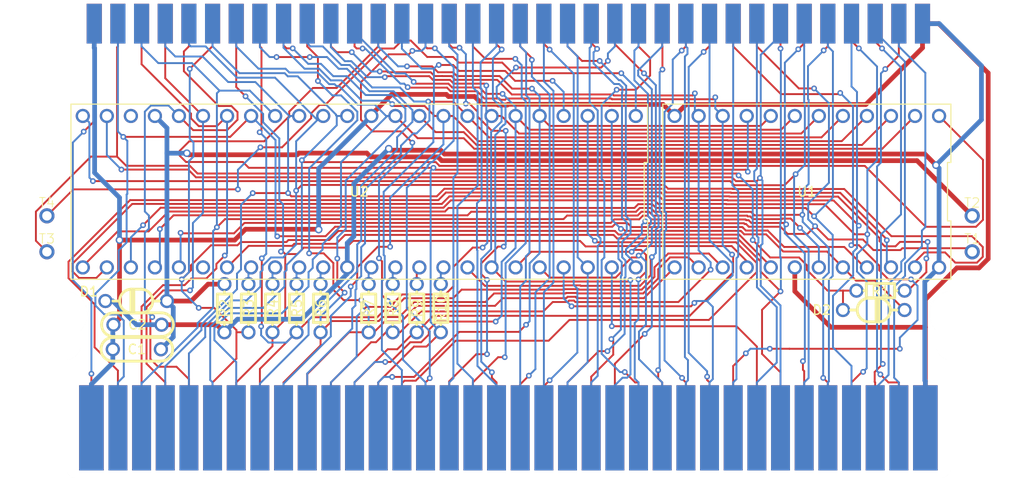
<source format=kicad_pcb>
(kicad_pcb (version 20241229) (generator "pcbnew") (generator_version "9.0")
  (layers (0 "F.Cu" signal) (2 "B.Cu" signal) (13 "F.Paste" user) (15 "B.Paste" user) (5 "F.SilkS" user "F.Silkscreen") (7 "B.SilkS" user "B.Silkscreen") (1 "F.Mask" user) (3 "B.Mask" user) (25 "Edge.Cuts" user))
  (net 0 "")
  (net 1 "/PPU_A13.Game")
  (net 2 "/+5V.Optional")
  (net 3 "/M2.Game")
  (net 4 "/ROMSEL.Game")
  (net 5 "/M2.Sys")
  (net 6 "/+5V")
  (net 7 "/CPU_D7")
  (net 8 "/CPU.D7")
  (net 9 "/CPU.D6")
  (net 10 "/CPU_D6")
  (net 11 "/CPU.D5")
  (net 12 "/CPU_D5")
  (net 13 "/CPU.D4")
  (net 14 "/CPU_D4")
  (net 15 "/CPU.D3")
  (net 16 "/CPU_D3")
  (net 17 "/CPU.D2")
  (net 18 "/CPU_D2")
  (net 19 "/CPU_D1")
  (net 20 "/CPU.D1")
  (net 21 "/CPU.D0")
  (net 22 "/CPU_D0")
  (net 23 "/PPU_A13.Sys")
  (net 24 "/PPU_D6")
  (net 25 "/CPU_A13")
  (net 26 "/EXP.1")
  (net 27 "/CPU_A7")
  (net 28 "/PPU_D7")
  (net 29 "/CPU_A0")
  (net 30 "/CPU_A12")
  (net 31 "/EXP.7")
  (net 32 "/CPU_A9")
  (net 33 "/PPU_A5")
  (net 34 "/PPU_D4")
  (net 35 "/PPU_A6")
  (net 36 "/EXP.4")
  (net 37 "/PPU_D0")
  (net 38 "/PPU_D5")
  (net 39 "/PPU_A3")
  (net 40 "/PPU_~{RD}")
  (net 41 "/PPU_A10")
  (net 42 "/EXP.3")
  (net 43 "/CPU_A2")
  (net 44 "/CPU_R{slash}W")
  (net 45 "/PPU_D2")
  (net 46 "/GND")
  (net 47 "/CPU_A11")
  (net 48 "/CIC_+RST")
  (net 49 "/PPU_A0")
  (net 50 "/EXP.0")
  (net 51 "/PPU_A8")
  (net 52 "/CIRAM_~{CE}")
  (net 53 "/EXP.2")
  (net 54 "/PPU_~{A13}")
  (net 55 "/PPU_A1")
  (net 56 "/PPU_D3")
  (net 57 "/PPU_A7")
  (net 58 "/CPU_A8")
  (net 59 "/PPU_A4")
  (net 60 "/CPU_A5")
  (net 61 "/PPU_~{WR}")
  (net 62 "/ROMSEL.Sys")
  (net 63 "/~{IRQ}")
  (net 64 "/CPU_A6")
  (net 65 "/PPU_A2")
  (net 66 "/CPU_A1")
  (net 67 "/CIRAM_A10")
  (net 68 "/EXP.5")
  (net 69 "/CIC_to_MB")
  (net 70 "/PPU_A9")
  (net 71 "/CIC_to_PAK")
  (net 72 "/PPU_D1")
  (net 73 "/EXP.8")
  (net 74 "/EXP.6")
  (net 75 "/CPU_A10")
  (net 76 "/CPU_A4")
  (net 77 "/CPU_A14")
  (net 78 "/System.CLK")
  (net 79 "/PPU_A11")
  (net 80 "/CPU_A3")
  (net 81 "/CIC_CLK")
  (net 82 "/PPU_A12")
  (net 83 "/EXP.9")
  (net 84 "/ROM.~{OE}")
  (footprint "!NesGG:Diode" (layer "F.Cu") (at 202.71 104.519 180)
    (property "Reference" "D2")
    (property "Value" "DNP")
  )
  (footprint "!NesGG:Capacitor" (layer "F.Cu") (at 124.863 108.67)
    (property "Reference" "C1")
    (property "Value" "100 nF")
  )
  (footprint "!NesGG:Test Point" (layer "F.Cu") (at 114.338 93.704)
    (property "Reference" "T4")
    (property "Value" "Test Point")
  )
  (footprint "!NesGG:Resistor" (layer "F.Cu") (at 154.43 104.33 90)
    (property "Reference" "R9")
    (property "Value" "200 Ohm 5%")
  )
  (footprint "!NesGG:Resistor" (layer "F.Cu") (at 139.19 104.33 90)
    (property "Reference" "R4")
    (property "Value" "200 Ohm 5%")
  )
  (footprint "!NesGG:Resistor" (layer "F.Cu") (at 156.97 104.33 90)
    (property "Reference" "R10")
    (property "Value" "200 Ohm 5%")
  )
  (footprint "!NesGG:2732" (layer "F.Cu") (at 195.64 92.02 180)
    (property "Reference" "U1")
    (property "Value" "2732")
  )
  (footprint "!NesGG:Capacitor" (layer "F.Cu") (at 124.929 106.07)
    (property "Reference" "C2")
    (property "Value" "100 nF")
  )
  (footprint "!NesGG:Resistor" (layer "F.Cu") (at 141.73 104.33 90)
    (property "Reference" "R5")
    (property "Value" "200 Ohm 5%")
  )
  (footprint "!NesGG:Cartridge Slot" (layer "F.Cu") (at 164.11 74.27)
    (property "Reference" "J2" (hide yes))
    (property "Value" "~")
  )
  (footprint "!NesGG:Resistor" (layer "F.Cu") (at 136.65 104.33 90)
    (property "Reference" "R3")
    (property "Value" "200 Ohm 5%")
  )
  (footprint "!NesGG:Edge Connector" (layer "F.Cu") (at 164.11 116.97)
    (property "Reference" "J1" (hide yes))
    (property "Value" "~")
  )
  (footprint "!NesGG:Test Point" (layer "F.Cu") (at 115.36 99.857)
    (property "Reference" "T3")
    (property "Value" "Test Point")
  )
  (footprint "!NesGG:Test Point" (layer "F.Cu") (at 213.11 98.37)
    (property "Reference" "T1")
    (property "Value" "Test Point")
  )
  (footprint "!NesGG:Resistor" (layer "F.Cu") (at 203.42 102.47)
    (property "Reference" "R1")
    (property "Value" "DNP")
  )
  (footprint "!NesGG:CODEMASTERS PLD" (layer "F.Cu") (at 148.36 92.02 180)
    (property "Reference" "U2")
    (property "Value" "~")
  )
  (footprint "!NesGG:Resistor" (layer "F.Cu") (at 134.11 104.33 90)
    (property "Reference" "R2")
    (property "Value" "DNP")
  )
  (footprint "!NesGG:Resistor" (layer "F.Cu") (at 149.35 104.33 90)
    (property "Reference" "R7")
    (property "Value" "200 Ohm 5%")
  )
  (footprint "!NesGG:Test Point" (layer "F.Cu") (at 214.648 94.57)
    (property "Reference" "T2")
    (property "Value" "Test Point")
  )
  (footprint "!NesGG:Diode" (layer "F.Cu") (at 124.79 103.57)
    (property "Reference" "D1")
    (property "Value" "DNP")
  )
  (footprint "!NesGG:Resistor" (layer "F.Cu") (at 151.89 104.33 90)
    (property "Reference" "R8")
    (property "Value" "200 Ohm 5%")
  )
  (footprint "!NesGG:Resistor" (layer "F.Cu") (at 144.27 104.33 90)
    (property "Reference" "R6")
    (property "Value" "200 Ohm 5%")
  )
  (gr_arc (start 117.11 102.47202) (mid 119.408522 103.991889) (end 118.910022 106.702) (stroke (width 0.002)) (layer "Edge.Cuts"))
  (gr_circle (center 117.11 79.97) (end 119.61 79.98) (stroke (width 0.002)) (fill no) (layer "Edge.Cuts"))
  (gr_line (start 110.61 73.47) (end 119.51 73.47) (stroke (width 0.002)) (layer "Edge.Cuts"))
  (gr_arc (start 118.410002 122.27) (mid 117.702893 121.977107) (end 117.410002 121.269998) (stroke (width 0.002)) (layer "Edge.Cuts"))
  (gr_circle (center 211.11 79.97) (end 213.61 79.98) (stroke (width 0.002)) (fill no) (layer "Edge.Cuts"))
  (gr_line (start 209.31 108.27) (end 209.31 106.702) (stroke (width 0.002)) (layer "Edge.Cuts"))
  (gr_arc (start 118.910022 108.27) (mid 118.470682 109.33066) (end 117.410022 109.77) (stroke (width 0.002)) (layer "Edge.Cuts"))
  (gr_arc (start 210.81 121.27) (mid 210.517107 121.977107) (end 209.81 122.27) (stroke (width 0.002)) (layer "Edge.Cuts"))
  (gr_arc (start 209.31 106.702) (mid 208.81149 103.991902) (end 211.11 102.472036) (stroke (width 0.002)) (layer "Edge.Cuts"))
  (gr_line (start 217.61 98.47) (end 217.61 73.47) (stroke (width 0.002)) (layer "Edge.Cuts"))
  (gr_line (start 110.61 98.47) (end 110.61 73.47) (stroke (width 0.002)) (layer "Edge.Cuts"))
  (gr_line (start 214.11 102.47) (end 217.61 98.47) (stroke (width 0.002)) (layer "Edge.Cuts"))
  (gr_line (start 210.81 121.27) (end 210.81 109.77) (stroke (width 0.002)) (layer "Edge.Cuts"))
  (gr_line (start 118.410002 122.27) (end 209.81 122.27) (stroke (width 0.002)) (layer "Edge.Cuts"))
  (gr_line (start 211.11 102.47) (end 214.11 102.47) (stroke (width 0.002)) (layer "Edge.Cuts"))
  (gr_line (start 208.71 73.47) (end 208.71 72.27) (stroke (width 0.002)) (layer "Edge.Cuts"))
  (gr_line (start 110.61 98.47) (end 114.11 102.47) (stroke (width 0.002)) (layer "Edge.Cuts"))
  (gr_line (start 114.11 102.47) (end 117.11 102.46998) (stroke (width 0.002)) (layer "Edge.Cuts"))
  (gr_line (start 120.01 71.77) (end 208.21 71.77) (stroke (width 0.002)) (layer "Edge.Cuts"))
  (gr_line (start 208.71 73.47) (end 217.61 73.47) (stroke (width 0.002)) (layer "Edge.Cuts"))
  (gr_line (start 117.410002 121.269998) (end 117.410022 109.77) (stroke (width 0.002)) (layer "Edge.Cuts"))
  (gr_arc (start 210.81 109.77) (mid 209.74934 109.33066) (end 209.31 108.27) (stroke (width 0.002)) (layer "Edge.Cuts"))
  (gr_arc (start 208.21 71.77) (mid 208.563553 71.916447) (end 208.71 72.27) (stroke (width 0.002)) (layer "Edge.Cuts"))
  (gr_line (start 118.910022 108.27) (end 118.910022 106.702) (stroke (width 0.002)) (layer "Edge.Cuts"))
  (gr_line (start 119.51 73.47) (end 119.51 72.27) (stroke (width 0.002)) (layer "Edge.Cuts"))
  (gr_arc (start 119.51 72.27) (mid 119.656447 71.916447) (end 120.01 71.77) (stroke (width 0.002)) (layer "Edge.Cuts"))
  (segment (start 197.9194 97.0698) (end 201.5584 97.0698) (width 0.2) (layer "F.Cu") (net 1))
  (segment (start 189.2162 95.4318) (end 189.0708 95.4318) (width 0.2) (layer "F.Cu") (net 1))
  (segment (start 212.7313 97.9913) (end 213.11 98.37) (width 0.2) (layer "F.Cu") (net 1))
  (segment (start 190.36 74.27) (end 190.36 76.6717) (width 0.2) (layer "F.Cu") (net 1))
  (segment (start 178.7669 95.3537) (end 178.5669 95.1537) (width 0.2) (layer "F.Cu") (net 1))
  (segment (start 196.5152 95.6656) (end 195.7005 96.4803) (width 0.2) (layer "F.Cu") (net 1))
  (segment (start 196.4054 81.1098) (end 194.7981 81.1098) (width 0.2) (layer "F.Cu") (net 1))
  (segment (start 188.9927 95.3537) (end 178.7669 95.3537) (width 0.2) (layer "F.Cu") (net 1))
  (segment (start 195.7005 96.4803) (end 193.6149 96.4803) (width 0.2) (layer "F.Cu") (net 1))
  (segment (start 193.6149 96.4803) (end 192.8572 95.7226) (width 0.2) (layer "F.Cu") (net 1))
  (segment (start 196.5152 95.6656) (end 197.9194 97.0698) (width 0.2) (layer "F.Cu") (net 1))
  (segment (start 202.6784 98.1898) (end 205.5293 98.1898) (width 0.2) (layer "F.Cu") (net 1))
  (segment (start 194.7981 81.1098) (end 190.36 76.6717) (width 0.2) (layer "F.Cu") (net 1))
  (segment (start 189.0708 95.4318) (end 188.9927 95.3537) (width 0.2) (layer "F.Cu") (net 1))
  (segment (start 205.7278 97.9913) (end 212.7313 97.9913) (width 0.2) (layer "F.Cu") (net 1))
  (segment (start 189.507 95.7226) (end 189.2162 95.4318) (width 0.2) (layer "F.Cu") (net 1))
  (segment (start 205.5293 98.1898) (end 205.7278 97.9913) (width 0.2) (layer "F.Cu") (net 1))
  (segment (start 192.8572 95.7226) (end 189.507 95.7226) (width 0.2) (layer "F.Cu") (net 1))
  (segment (start 201.5584 97.0698) (end 202.6784 98.1898) (width 0.2) (layer "F.Cu") (net 1))
  (via (at 178.5669 95.1537) (size 0.6) (drill 0.3) (layers "F.Cu" "B.Cu") (net 1))
  (via (at 196.5152 95.6656) (size 0.6) (drill 0.3) (layers "F.Cu" "B.Cu") (net 1))
  (via (at 196.4054 81.1098) (size 0.6) (drill 0.3) (layers "F.Cu" "B.Cu") (net 1))
  (segment (start 177.57 100.02) (end 177.57 99.6505) (width 0.2) (layer "B.Cu") (net 1))
  (segment (start 176.535 98.6155) (end 176.535 98.1032) (width 0.2) (layer "B.Cu") (net 1))
  (segment (start 195.7838 94.9342) (end 195.7838 93.2717) (width 0.2) (layer "B.Cu") (net 1))
  (segment (start 197.9731 82.6775) (end 196.4054 81.1098) (width 0.2) (layer "B.Cu") (net 1))
  (segment (start 178.2091 96.4291) (end 178.2091 95.5115) (width 0.2) (layer "B.Cu") (net 1))
  (segment (start 178.2091 95.5115) (end 178.5669 95.1537) (width 0.2) (layer "B.Cu") (net 1))
  (segment (start 197.9731 91.0824) (end 197.9731 82.6775) (width 0.2) (layer "B.Cu") (net 1))
  (segment (start 195.7838 93.2717) (end 197.9731 91.0824) (width 0.2) (layer "B.Cu") (net 1))
  (segment (start 176.535 98.1032) (end 178.2091 96.4291) (width 0.2) (layer "B.Cu") (net 1))
  (segment (start 177.57 99.6505) (end 176.535 98.6155) (width 0.2) (layer "B.Cu") (net 1))
  (segment (start 196.5152 95.6656) (end 195.7838 94.9342) (width 0.2) (layer "B.Cu") (net 1))
  (segment (start 128.04 103.57) (end 130.6028 103.57) (width 0.5) (layer "F.Cu") (net 2))
  (segment (start 130.3067 88.1178) (end 130.1434 87.9545) (width 0.5) (layer "F.Cu") (net 2))
  (segment (start 141.8042 88.1178) (end 130.3067 88.1178) (width 0.5) (layer "F.Cu") (net 2))
  (segment (start 130.6028 103.57) (end 132.3828 101.79) (width 0.5) (layer "F.Cu") (net 2))
  (segment (start 149.56 88.3436) (end 149.1583 87.9419) (width 0.5) (layer "F.Cu") (net 2))
  (segment (start 141.9801 87.9419) (end 141.8042 88.1178) (width 0.5) (layer "F.Cu") (net 2))
  (segment (start 149.1583 87.9419) (end 141.9801 87.9419) (width 0.5) (layer "F.Cu") (net 2))
  (segment (start 156.6701 88.3436) (end 149.56 88.3436) (width 0.5) (layer "F.Cu") (net 2))
  (segment (start 207.282 88.742) (end 157.0685 88.742) (width 0.5) (layer "F.Cu") (net 2))
  (segment (start 132.3828 101.79) (end 134.11 101.79) (width 0.5) (layer "F.Cu") (net 2))
  (segment (start 157.0685 88.742) (end 156.6701 88.3436) (width 0.5) (layer "F.Cu") (net 2))
  (segment (start 213.11 94.57) (end 207.282 88.742) (width 0.5) (layer "F.Cu") (net 2))
  (via (at 130.1434 87.9545) (size 0.8) (drill 0.5) (layers "F.Cu" "B.Cu") (net 2))
  (segment (start 128.04 85.29) (end 126.77 84.02) (width 0.5) (layer "B.Cu") (net 2))
  (segment (start 128.7074 104.2374) (end 128.04 103.57) (width 0.5) (layer "B.Cu") (net 2))
  (segment (start 128.04 103.57) (end 128.04 87.9545) (width 0.5) (layer "B.Cu") (net 2))
  (segment (start 127.403 108.67) (end 128.7074 107.3656) (width 0.5) (layer "B.Cu") (net 2))
  (segment (start 128.04 87.9545) (end 128.04 85.29) (width 0.5) (layer "B.Cu") (net 2))
  (segment (start 128.7074 107.3656) (end 128.7074 104.2374) (width 0.5) (layer "B.Cu") (net 2))
  (segment (start 130.1434 87.9545) (end 128.04 87.9545) (width 0.5) (layer "B.Cu") (net 2))
  (segment (start 188.2302 90.0988) (end 188.4326 90.3012) (width 0.2) (layer "F.Cu") (net 3))
  (segment (start 120.0055 88.3133) (end 122.7699 88.3133) (width 0.2) (layer "F.Cu") (net 3))
  (segment (start 194.8191 98.9683) (end 191.7636 98.9683) (width 0.2) (layer "F.Cu") (net 3))
  (segment (start 122.86 74.27) (end 122.86 76.6717) (width 0.2) (layer "F.Cu") (net 3))
  (segment (start 114.1961 94.1227) (end 120.0055 88.3133) (width 0.2) (layer "F.Cu") (net 3))
  (segment (start 199.46 102.47) (end 199.46 104.519) (width 0.2) (layer "F.Cu") (net 3))
  (segment (start 195.64 100.2808) (end 195.64 99.7892) (width 0.2) (layer "F.Cu") (net 3))
  (segment (start 195.64 99.7892) (end 194.8191 98.9683) (width 0.2) (layer "F.Cu") (net 3))
  (segment (start 114.1961 97.2061) (end 114.1961 94.1227) (width 0.2) (layer "F.Cu") (net 3))
  (segment (start 130.4558 89.283) (end 131.2716 90.0988) (width 0.2) (layer "F.Cu") (net 3))
  (segment (start 122.7699 76.7618) (end 122.7699 88.3133) (width 0.2) (layer "F.Cu") (net 3))
  (segment (start 191.7636 98.9683) (end 189.923 97.1277) (width 0.2) (layer "F.Cu") (net 3))
  (segment (start 122.7699 88.3133) (end 123.7396 89.283) (width 0.2) (layer "F.Cu") (net 3))
  (segment (start 122.86 76.6717) (end 122.7699 76.7618) (width 0.2) (layer "F.Cu") (net 3))
  (segment (start 197.8292 102.47) (end 195.64 100.2808) (width 0.2) (layer "F.Cu") (net 3))
  (segment (start 200.88 102.47) (end 199.46 102.47) (width 0.2) (layer "F.Cu") (net 3))
  (segment (start 131.2716 90.0988) (end 188.2302 90.0988) (width 0.2) (layer "F.Cu") (net 3))
  (segment (start 115.36 98.37) (end 114.1961 97.2061) (width 0.2) (layer "F.Cu") (net 3))
  (segment (start 123.7396 89.283) (end 130.4558 89.283) (width 0.2) (layer "F.Cu") (net 3))
  (segment (start 199.46 102.47) (end 197.8292 102.47) (width 0.2) (layer "F.Cu") (net 3))
  (via (at 188.4326 90.3012) (size 0.6) (drill 0.3) (layers "F.Cu" "B.Cu") (net 3))
  (via (at 189.923 97.1277) (size 0.6) (drill 0.3) (layers "F.Cu" "B.Cu") (net 3))
  (segment (start 189.923 91.7916) (end 188.4326 90.3012) (width 0.2) (layer "B.Cu") (net 3))
  (segment (start 189.923 97.1277) (end 189.923 91.7916) (width 0.2) (layer "B.Cu") (net 3))
  (segment (start 140.1952 87.3311) (end 137.9132 87.3311) (width 0.2) (layer "F.Cu") (net 4))
  (segment (start 155.5322 77.7851) (end 153.8039 76.0568) (width 0.2) (layer "F.Cu") (net 4))
  (segment (start 163.459 78.3836) (end 158.866 78.3836) (width 0.2) (layer "F.Cu") (net 4))
  (segment (start 144.7606 82.8492) (end 144.166 82.8492) (width 0.2) (layer "F.Cu") (net 4))
  (segment (start 152.023 76.8938) (end 150.716 76.8938) (width 0.2) (layer "F.Cu") (net 4))
  (segment (start 158.866 78.3836) (end 158.2675 77.7851) (width 0.2) (layer "F.Cu") (net 4))
  (segment (start 143.28 84.2463) (end 140.1952 87.3311) (width 0.2) (layer "F.Cu") (net 4))
  (segment (start 144.166 82.8492) (end 143.28 83.7352) (width 0.2) (layer "F.Cu") (net 4))
  (segment (start 153.8039 76.0568) (end 152.86 76.0568) (width 0.2) (layer "F.Cu") (net 4))
  (segment (start 152.86 76.0568) (end 152.023 76.8938) (width 0.2) (layer "F.Cu") (net 4))
  (segment (start 118.1559 91.7741) (end 115.36 94.57) (width 0.2) (layer "F.Cu") (net 4))
  (segment (start 152.86 74.27) (end 152.86 76.0568) (width 0.2) (layer "F.Cu") (net 4))
  (segment (start 158.2675 77.7851) (end 155.5322 77.7851) (width 0.2) (layer "F.Cu") (net 4))
  (segment (start 135.5359 91.7741) (end 118.1559 91.7741) (width 0.2) (layer "F.Cu") (net 4))
  (segment (start 164.5797 79.5043) (end 163.459 78.3836) (width 0.2) (layer "F.Cu") (net 4))
  (segment (start 143.28 83.7352) (end 143.28 84.2463) (width 0.2) (layer "F.Cu") (net 4))
  (segment (start 150.716 76.8938) (end 144.7606 82.8492) (width 0.2) (layer "F.Cu") (net 4))
  (segment (start 176.0402 79.5043) (end 164.5797 79.5043) (width 0.2) (layer "F.Cu") (net 4))
  (via (at 176.0402 79.5043) (size 0.6) (drill 0.3) (layers "F.Cu" "B.Cu") (net 4))
  (via (at 135.5359 91.7741) (size 0.6) (drill 0.3) (layers "F.Cu" "B.Cu") (net 4))
  (via (at 137.9132 87.3311) (size 0.6) (drill 0.3) (layers "F.Cu" "B.Cu") (net 4))
  (segment (start 135.5359 89.7084) (end 137.9132 87.3311) (width 0.2) (layer "B.Cu") (net 4))
  (segment (start 177.57 84.02) (end 177.57 81.0341) (width 0.2) (layer "B.Cu") (net 4))
  (segment (start 177.57 81.0341) (end 176.0402 79.5043) (width 0.2) (layer "B.Cu") (net 4))
  (segment (start 135.5359 91.7741) (end 135.5359 89.7084) (width 0.2) (layer "B.Cu") (net 4))
  (segment (start 157.513 92.1103) (end 156.7142 92.9091) (width 0.2) (layer "F.Cu") (net 5))
  (segment (start 122.86 110.92) (end 122.86 116.97) (width 0.2) (layer "F.Cu") (net 5))
  (segment (start 117.6424 99.4129) (end 117.6424 101.1575) (width 0.2) (layer "F.Cu") (net 5))
  (segment (start 205.0135 97.7881) (end 203.8695 97.7881) (width 0.2) (layer "F.Cu") (net 5))
  (segment (start 180.2463 92.1103) (end 157.513 92.1103) (width 0.2) (layer "F.Cu") (net 5))
  (segment (start 117.6424 101.1575) (end 120.394 103.9091) (width 0.2) (layer "F.Cu") (net 5))
  (segment (start 198.9385 92.5403) (end 187.4696 92.5403) (width 0.2) (layer "F.Cu") (net 5))
  (segment (start 203.3261 96.9279) (end 198.9385 92.5403) (width 0.2) (layer "F.Cu") (net 5))
  (segment (start 120.394 103.9091) (end 120.394 108.454) (width 0.2) (layer "F.Cu") (net 5))
  (segment (start 120.394 108.454) (end 122.86 110.92) (width 0.2) (layer "F.Cu") (net 5))
  (segment (start 187.4391 92.5098) (end 180.6458 92.5098) (width 0.2) (layer "F.Cu") (net 5))
  (segment (start 205.96 102.47) (end 206.3158 102.47) (width 0.2) (layer "F.Cu") (net 5))
  (segment (start 156.7142 92.9091) (end 124.1462 92.9091) (width 0.2) (layer "F.Cu") (net 5))
  (segment (start 203.8695 97.7881) (end 203.3261 97.2447) (width 0.2) (layer "F.Cu") (net 5))
  (segment (start 203.3261 97.2447) (end 203.3261 96.9279) (width 0.2) (layer "F.Cu") (net 5))
  (segment (start 205.4781 97.3235) (end 205.0135 97.7881) (width 0.2) (layer "F.Cu") (net 5))
  (segment (start 180.6458 92.5098) (end 180.2463 92.1103) (width 0.2) (layer "F.Cu") (net 5))
  (segment (start 187.4696 92.5403) (end 187.4391 92.5098) (width 0.2) (layer "F.Cu") (net 5))
  (segment (start 206.3158 102.47) (end 208.2659 100.5199) (width 0.2) (layer "F.Cu") (net 5))
  (segment (start 208.3971 97.3235) (end 205.4781 97.3235) (width 0.2) (layer "F.Cu") (net 5))
  (segment (start 208.2659 100.5199) (end 208.2659 99.0772) (width 0.2) (layer "F.Cu") (net 5))
  (segment (start 124.1462 92.9091) (end 117.6424 99.4129) (width 0.2) (layer "F.Cu") (net 5))
  (via (at 208.3971 97.3235) (size 0.6) (drill 0.3) (layers "F.Cu" "B.Cu") (net 5))
  (via (at 208.2659 99.0772) (size 0.6) (drill 0.3) (layers "F.Cu" "B.Cu") (net 5))
  (segment (start 208.2659 99.0772) (end 208.3971 98.946) (width 0.2) (layer "B.Cu") (net 5))
  (segment (start 208.3971 98.946) (end 208.3971 97.3235) (width 0.2) (layer "B.Cu") (net 5))
  (segment (start 133.31 106.07) (end 134.11 106.87) (width 0.5) (layer "F.Cu") (net 6))
  (segment (start 209.2875 89.2163) (end 208.1115 88.0403) (width 0.5) (layer "F.Cu") (net 6))
  (segment (start 127.469 106.07) (end 133.31 106.07) (width 0.5) (layer "F.Cu") (net 6))
  (segment (start 156.9608 87.6419) (end 151.6363 87.6419) (width 0.5) (layer "F.Cu") (net 6))
  (segment (start 208.1115 88.0403) (end 157.3592 88.0403) (width 0.5) (layer "F.Cu") (net 6))
  (segment (start 157.3592 88.0403) (end 156.9608 87.6419) (width 0.5) (layer "F.Cu") (net 6))
  (segment (start 151.6363 87.6419) (end 151.4724 87.478) (width 0.5) (layer "F.Cu") (net 6))
  (via (at 151.4724 87.478) (size 0.8) (drill 0.5) (layers "F.Cu" "B.Cu") (net 6))
  (via (at 209.2875 89.2163) (size 0.8) (drill 0.5) (layers "F.Cu" "B.Cu") (net 6))
  (segment (start 147.09 100.02) (end 147.09 100.6897) (width 0.5) (layer "B.Cu") (net 6))
  (segment (start 209.2875 89.2163) (end 209.61 89.5388) (width 0.5) (layer "B.Cu") (net 6))
  (segment (start 214.0846 78.7183) (end 214.0846 84.4192) (width 0.5) (layer "B.Cu") (net 6))
  (segment (start 147.7831 96.7467) (end 147.7831 91.1673) (width 0.5) (layer "B.Cu") (net 6))
  (segment (start 142.2853 105.4944) (end 135.4856 105.4944) (width 0.5) (layer "B.Cu") (net 6))
  (segment (start 208.16 116.97) (end 208.16 112.0183) (width 0.5) (layer "B.Cu") (net 6))
  (segment (start 209.61 89.5388) (end 209.61 100.02) (width 0.5) (layer "B.Cu") (net 6))
  (segment (start 208.1018 111.9601) (end 208.16 112.0183) (width 0.5) (layer "B.Cu") (net 6))
  (segment (start 209.6363 74.27) (end 214.0846 78.7183) (width 0.5) (layer "B.Cu") (net 6))
  (segment (start 147.09 100.02) (end 147.09 97.4398) (width 0.5) (layer "B.Cu") (net 6))
  (segment (start 121.54 103.57) (end 122.319 103.57) (width 0.5) (layer "B.Cu") (net 6))
  (segment (start 135.4856 105.4944) (end 134.11 106.87) (width 0.5) (layer "B.Cu") (net 6))
  (segment (start 209.61 100.02) (end 208.1018 101.5282) (width 0.5) (layer "B.Cu") (net 6))
  (segment (start 147.09 97.4398) (end 147.7831 96.7467) (width 0.5) (layer "B.Cu") (net 6))
  (segment (start 147.09 100.6897) (end 142.2853 105.4944) (width 0.5) (layer "B.Cu") (net 6))
  (segment (start 147.7831 91.1673) (end 151.4724 87.478) (width 0.5) (layer "B.Cu") (net 6))
  (segment (start 214.0846 84.4192) (end 209.2875 89.2163) (width 0.5) (layer "B.Cu") (net 6))
  (segment (start 207.86 74.27) (end 209.6363 74.27) (width 0.5) (layer "B.Cu") (net 6))
  (segment (start 122.319 103.57) (end 124.819 106.07) (width 0.5) (layer "B.Cu") (net 6))
  (segment (start 208.1018 101.5282) (end 208.1018 111.9601) (width 0.5) (layer "B.Cu") (net 6))
  (segment (start 124.819 106.07) (end 127.469 106.07) (width 0.5) (layer "B.Cu") (net 6))
  (segment (start 145.1929 97.1245) (end 146.1529 96.1645) (width 0.2) (layer "F.Cu") (net 7))
  (segment (start 132.6913 97.6811) (end 135.4898 97.6811) (width 0.2) (layer "F.Cu") (net 7))
  (segment (start 135.4898 97.6811) (end 135.8315 97.3394) (width 0.2) (layer "F.Cu") (net 7))
  (segment (start 132.86 112.1683) (end 135.38 109.6483) (width 0.2) (layer "F.Cu") (net 7))
  (segment (start 130.5801 99.7923) (end 132.6913 97.6811) (width 0.2) (layer "F.Cu") (net 7))
  (segment (start 130.5801 100.3112) (end 130.5801 99.7923) (width 0.2) (layer "F.Cu") (net 7))
  (segment (start 175.3671 96.1645) (end 175.3968 96.1942) (width 0.2) (layer "F.Cu") (net 7))
  (segment (start 175.3968 96.1942) (end 175.3968 96.1943) (width 0.2) (layer "F.Cu") (net 7))
  (segment (start 135.8315 97.3394) (end 140.6629 97.3394) (width 0.2) (layer "F.Cu") (net 7))
  (segment (start 132.86 76.6717) (end 132.8257 76.6717) (width 0.2) (layer "F.Cu") (net 7))
  (segment (start 146.1529 96.1645) (end 175.3671 96.1645) (width 0.2) (layer "F.Cu") (net 7))
  (segment (start 190.7164 98.7814) (end 190.7185 98.7814) (width 0.2) (layer "F.Cu") (net 7))
  (segment (start 176.2125 96.5588) (end 188.4938 96.5588) (width 0.2) (layer "F.Cu") (net 7))
  (segment (start 135.38 106.6417) (end 133.0319 104.2936) (width 0.2) (layer "F.Cu") (net 7))
  (segment (start 135.38 106.87) (end 135.38 106.6417) (width 0.2) (layer "F.Cu") (net 7))
  (segment (start 190.7185 98.7814) (end 191.83 99.8929) (width 0.2) (layer "F.Cu") (net 7))
  (segment (start 175.3968 96.1943) (end 175.7494 96.5469) (width 0.2) (layer "F.Cu") (net 7))
  (segment (start 140.8778 97.1245) (end 145.1929 97.1245) (width 0.2) (layer "F.Cu") (net 7))
  (segment (start 175.7494 96.5469) (end 176.2006 96.5469) (width 0.2) (layer "F.Cu") (net 7))
  (segment (start 129.6024 101.2889) (end 130.5801 100.3112) (width 0.2) (layer "F.Cu") (net 7))
  (segment (start 191.83 99.8929) (end 191.83 100.02) (width 0.2) (layer "F.Cu") (net 7))
  (segment (start 132.86 116.97) (end 132.86 112.1683) (width 0.2) (layer "F.Cu") (net 7))
  (segment (start 140.6629 97.3394) (end 140.8778 97.1245) (width 0.2) (layer "F.Cu") (net 7))
  (segment (start 176.2006 96.5469) (end 176.2125 96.5588) (width 0.2) (layer "F.Cu") (net 7))
  (segment (start 133.0319 104.2936) (end 131.3972 104.2936) (width 0.2) (layer "F.Cu") (net 7))
  (segment (start 132.8257 76.6717) (end 130.4486 79.0488) (width 0.2) (layer "F.Cu") (net 7))
  (segment (start 188.4938 96.5588) (end 190.7164 98.7814) (width 0.2) (layer "F.Cu") (net 7))
  (segment (start 135.38 109.6483) (end 135.38 106.87) (width 0.2) (layer "F.Cu") (net 7))
  (segment (start 135.38 106.87) (end 136.65 106.87) (width 0.2) (layer "F.Cu") (net 7))
  (segment (start 132.86 74.27) (end 132.86 76.6717) (width 0.2) (layer "F.Cu") (net 7))
  (via (at 131.3972 104.2936) (size 0.6) (drill 0.3) (layers "F.Cu" "B.Cu") (net 7))
  (via (at 130.4486 79.0488) (size 0.6) (drill 0.3) (layers "F.Cu" "B.Cu") (net 7))
  (via (at 129.6024 101.2889) (size 0.6) (drill 0.3) (layers "F.Cu" "B.Cu") (net 7))
  (segment (start 130.8451 86.816) (end 130.4486 86.4195) (width 0.2) (layer "B.Cu") (net 7))
  (segment (start 129.6024 101.2889) (end 130.3632 100.5281) (width 0.2) (layer "B.Cu") (net 7))
  (segment (start 130.4486 86.4195) (end 130.4486 79.0488) (width 0.2) (layer "B.Cu") (net 7))
  (segment (start 129.6024 102.4988) (end 131.3972 104.2936) (width 0.2) (layer "B.Cu") (net 7))
  (segment (start 129.6024 101.2889) (end 129.6024 102.4988) (width 0.2) (layer "B.Cu") (net 7))
  (segment (start 130.3632 88.7871) (end 130.8451 88.3052) (width 0.2) (layer "B.Cu") (net 7))
  (segment (start 130.8451 88.3052) (end 130.8451 86.816) (width 0.2) (layer "B.Cu") (net 7))
  (segment (start 130.3632 100.5281) (end 130.3632 88.7871) (width 0.2) (layer "B.Cu") (net 7))
  (segment (start 136.65 100.3) (end 136.65 101.79) (width 0.2) (layer "B.Cu") (net 8))
  (segment (start 136.93 100.02) (end 136.65 100.3) (width 0.2) (layer "B.Cu") (net 8))
  (segment (start 139.19 100.3) (end 139.19 101.79) (width 0.2) (layer "B.Cu") (net 9))
  (segment (start 139.47 100.02) (end 139.19 100.3) (width 0.2) (layer "B.Cu") (net 9))
  (segment (start 189.29 99.356) (end 189.29 100.02) (width 0.2) (layer "F.Cu") (net 10))
  (segment (start 141.8142 98.6083) (end 142.4946 97.9279) (width 0.2) (layer "F.Cu") (net 10))
  (segment (start 135.36 80.9626) (end 136.3432 81.9458) (width 0.2) (layer "F.Cu") (net 10))
  (segment (start 139.19 108.3383) (end 139.19 106.87) (width 0.2) (layer "F.Cu") (net 10))
  (segment (start 172.2642 97.8029) (end 173.4948 97.8029) (width 0.2) (layer "F.Cu") (net 10))
  (segment (start 140.5386 105.5214) (end 140.5386 98.6083) (width 0.2) (layer "F.Cu") (net 10))
  (segment (start 187.6986 97.7646) (end 189.29 99.356) (width 0.2) (layer "F.Cu") (net 10))
  (segment (start 135.36 112.1683) (end 139.19 108.3383) (width 0.2) (layer "F.Cu") (net 10))
  (segment (start 140.5386 98.6083) (end 141.8142 98.6083) (width 0.2) (layer "F.Cu") (net 10))
  (segment (start 139.19 106.87) (end 140.5386 105.5214) (width 0.2) (layer "F.Cu") (net 10))
  (segment (start 142.4946 97.9279) (end 146.9849 97.9279) (width 0.2) (layer "F.Cu") (net 10))
  (segment (start 173.4948 97.8029) (end 173.5331 97.7646) (width 0.2) (layer "F.Cu") (net 10))
  (segment (start 147.6937 97.2191) (end 171.6804 97.2191) (width 0.2) (layer "F.Cu") (net 10))
  (segment (start 146.9849 97.9279) (end 147.6937 97.2191) (width 0.2) (layer "F.Cu") (net 10))
  (segment (start 140.2748 98.3445) (end 140.0884 98.3445) (width 0.2) (layer "F.Cu") (net 10))
  (segment (start 171.6804 97.2191) (end 172.2642 97.8029) (width 0.2) (layer "F.Cu") (net 10))
  (segment (start 135.36 74.27) (end 135.36 80.9626) (width 0.2) (layer "F.Cu") (net 10))
  (segment (start 135.36 116.97) (end 135.36 112.1683) (width 0.2) (layer "F.Cu") (net 10))
  (segment (start 173.5331 97.7646) (end 187.6986 97.7646) (width 0.2) (layer "F.Cu") (net 10))
  (segment (start 140.5386 98.6083) (end 140.2748 98.3445) (width 0.2) (layer "F.Cu") (net 10))
  (via (at 136.3432 81.9458) (size 0.6) (drill 0.3) (layers "F.Cu" "B.Cu") (net 10))
  (via (at 140.0884 98.3445) (size 0.6) (drill 0.3) (layers "F.Cu" "B.Cu") (net 10))
  (segment (start 138.2 84.685) (end 138.2 83.8026) (width 0.2) (layer "B.Cu") (net 10))
  (segment (start 138.2 83.8026) (end 136.3432 81.9458) (width 0.2) (layer "B.Cu") (net 10))
  (segment (start 139.9121 86.3971) (end 138.2 84.685) (width 0.2) (layer "B.Cu") (net 10))
  (segment (start 140.3103 98.1226) (end 140.3103 93.3535) (width 0.2) (layer "B.Cu") (net 10))
  (segment (start 140.0884 98.3445) (end 140.3103 98.1226) (width 0.2) (layer "B.Cu") (net 10))
  (segment (start 140.3103 93.3535) (end 139.9121 92.9553) (width 0.2) (layer "B.Cu") (net 10))
  (segment (start 139.9121 92.9553) (end 139.9121 86.3971) (width 0.2) (layer "B.Cu") (net 10))
  (segment (start 142.01 100.02) (end 141.73 100.3) (width 0.2) (layer "B.Cu") (net 11))
  (segment (start 141.73 100.3) (end 141.73 101.79) (width 0.2) (layer "B.Cu") (net 11))
  (segment (start 177.409 102.3676) (end 178.1843 102.3676) (width 0.2) (layer "F.Cu") (net 12))
  (segment (start 177.4089 102.3677) (end 177.409 102.3676) (width 0.2) (layer "F.Cu") (net 12))
  (segment (start 141.73 106.87) (end 143.3158 105.2842) (width 0.2) (layer "F.Cu") (net 12))
  (segment (start 158.2665 103.2746) (end 159.1734 102.3677) (width 0.2) (layer "F.Cu") (net 12))
  (segment (start 137.86 116.97) (end 137.86 110.74) (width 0.2) (layer "F.Cu") (net 12))
  (segment (start 178.1843 102.3676) (end 178.7965 101.7554) (width 0.2) (layer "F.Cu") (net 12))
  (segment (start 170.0353 102.3177) (end 171.5314 102.3177) (width 0.2) (layer "F.Cu") (net 12))
  (segment (start 159.1734 102.3677) (end 169.9853 102.3677) (width 0.2) (layer "F.Cu") (net 12))
  (segment (start 178.7986 101.7554) (end 179.5428 101.0112) (width 0.2) (layer "F.Cu") (net 12))
  (segment (start 150.947 104.5921) (end 151.8068 104.5921) (width 0.2) (layer "F.Cu") (net 12))
  (segment (start 179.5428 101.0112) (end 179.5428 100.0088) (width 0.2) (layer "F.Cu") (net 12))
  (segment (start 150.2549 105.2842) (end 150.947 104.5921) (width 0.2) (layer "F.Cu") (net 12))
  (segment (start 151.8068 104.5921) (end 153.1243 103.2746) (width 0.2) (layer "F.Cu") (net 12))
  (segment (start 178.7965 101.7554) (end 178.7986 101.7554) (width 0.2) (layer "F.Cu") (net 12))
  (segment (start 138.0258 85.5493) (end 138.0258 76.8375) (width 0.2) (layer "F.Cu") (net 12))
  (segment (start 171.5814 102.3677) (end 177.4089 102.3677) (width 0.2) (layer "F.Cu") (net 12))
  (segment (start 138.0599 99.0549) (end 138.0599 106.1815) (width 0.2) (layer "F.Cu") (net 12))
  (segment (start 137.8356 85.7395) (end 138.0258 85.5493) (width 0.2) (layer "F.Cu") (net 12))
  (segment (start 143.3158 105.2842) (end 150.2549 105.2842) (width 0.2) (layer "F.Cu") (net 12))
  (segment (start 138.0599 106.1815) (end 137.99 106.2514) (width 0.2) (layer "F.Cu") (net 12))
  (segment (start 179.5428 100.0088) (end 180.9985 98.5531) (width 0.2) (layer "F.Cu") (net 12))
  (segment (start 137.86 74.27) (end 137.86 76.6717) (width 0.2) (layer "F.Cu") (net 12))
  (segment (start 137.86 110.74) (end 141.73 106.87) (width 0.2) (layer "F.Cu") (net 12))
  (segment (start 185.2831 98.5531) (end 186.75 100.02) (width 0.2) (layer "F.Cu") (net 12))
  (segment (start 153.1243 103.2746) (end 158.2665 103.2746) (width 0.2) (layer "F.Cu") (net 12))
  (segment (start 169.9853 102.3677) (end 170.0353 102.3177) (width 0.2) (layer "F.Cu") (net 12))
  (segment (start 138.0258 76.8375) (end 137.86 76.6717) (width 0.2) (layer "F.Cu") (net 12))
  (segment (start 180.9985 98.5531) (end 185.2831 98.5531) (width 0.2) (layer "F.Cu") (net 12))
  (segment (start 171.5314 102.3177) (end 171.5814 102.3677) (width 0.2) (layer "F.Cu") (net 12))
  (via (at 137.8356 85.7395) (size 0.6) (drill 0.3) (layers "F.Cu" "B.Cu") (net 12))
  (via (at 137.99 106.2514) (size 0.6) (drill 0.3) (layers "F.Cu" "B.Cu") (net 12))
  (via (at 138.0599 99.0549) (size 0.6) (drill 0.3) (layers "F.Cu" "B.Cu") (net 12))
  (segment (start 137.99 107.1843) (end 137.99 106.2514) (width 0.2) (layer "B.Cu") (net 12))
  (segment (start 138.5329 98.5819) (end 138.0599 99.0549) (width 0.2) (layer "B.Cu") (net 12))
  (segment (start 138.5329 86.4368) (end 138.5329 98.5819) (width 0.2) (layer "B.Cu") (net 12))
  (segment (start 138.7663 107.9606) (end 137.99 107.1843) (width 0.2) (layer "B.Cu") (net 12))
  (segment (start 141.73 106.87) (end 140.6394 107.9606) (width 0.2) (layer "B.Cu") (net 12))
  (segment (start 140.6394 107.9606) (end 138.7663 107.9606) (width 0.2) (layer "B.Cu") (net 12))
  (segment (start 137.8356 85.7395) (end 138.5329 86.4368) (width 0.2) (layer "B.Cu") (net 12))
  (segment (start 144.27 100.3) (end 144.27 101.79) (width 0.2) (layer "B.Cu") (net 13))
  (segment (start 144.55 100.02) (end 144.27 100.3) (width 0.2) (layer "B.Cu") (net 13))
  (segment (start 170.1516 102.7694) (end 162.5977 102.7694) (width 0.2) (layer "F.Cu") (net 14))
  (segment (start 178.9649 102.1571) (end 178.9628 102.1571) (width 0.2) (layer "F.Cu") (net 14))
  (segment (start 146.8124 102.6864) (end 146.0383 101.9123) (width 0.2) (layer "F.Cu") (net 14))
  (segment (start 150.4212 105.6859) (end 145.4541 105.6859) (width 0.2) (layer "F.Cu") (net 14))
  (segment (start 146.0383 101.9123) (end 146.0383 99.0815) (width 0.2) (layer "F.Cu") (net 14))
  (segment (start 145.4541 105.6859) (end 144.27 106.87) (width 0.2) (layer "F.Cu") (net 14))
  (segment (start 184.21 100.02) (end 183.1495 98.9595) (width 0.2) (layer "F.Cu") (net 14))
  (segment (start 181.1895 98.9595) (end 179.9445 100.2045) (width 0.2) (layer "F.Cu") (net 14))
  (segment (start 140.6671 76.8771) (end 141.3262 76.8771) (width 0.2) (layer "F.Cu") (net 14))
  (segment (start 178.9628 102.1571) (end 178.3505 102.7694) (width 0.2) (layer "F.Cu") (net 14))
  (segment (start 178.3505 102.7694) (end 171.4151 102.7694) (width 0.2) (layer "F.Cu") (net 14))
  (segment (start 171.3651 102.7194) (end 170.2016 102.7194) (width 0.2) (layer "F.Cu") (net 14))
  (segment (start 183.1495 98.9595) (end 181.1895 98.9595) (width 0.2) (layer "F.Cu") (net 14))
  (segment (start 171.4151 102.7694) (end 171.3651 102.7194) (width 0.2) (layer "F.Cu") (net 14))
  (segment (start 140.36 76.57) (end 140.6671 76.8771) (width 0.2) (layer "F.Cu") (net 14))
  (segment (start 154.1607 103.6763) (end 152.5784 105.2586) (width 0.2) (layer "F.Cu") (net 14))
  (segment (start 140.36 74.27) (end 140.36 76.57) (width 0.2) (layer "F.Cu") (net 14))
  (segment (start 140.36 116.97) (end 140.36 112.1683) (width 0.2) (layer "F.Cu") (net 14))
  (segment (start 179.9445 101.1775) (end 178.9649 102.1571) (width 0.2) (layer "F.Cu") (net 14))
  (segment (start 150.8485 105.2586) (end 150.4212 105.6859) (width 0.2) (layer "F.Cu") (net 14))
  (segment (start 152.5784 105.2586) (end 150.8485 105.2586) (width 0.2) (layer "F.Cu") (net 14))
  (segment (start 140.36 112.1683) (end 144.27 108.2583) (width 0.2) (layer "F.Cu") (net 14))
  (segment (start 162.5977 102.7694) (end 161.6908 103.6763) (width 0.2) (layer "F.Cu") (net 14))
  (segment (start 144.27 108.2583) (end 144.27 106.87) (width 0.2) (layer "F.Cu") (net 14))
  (segment (start 170.2016 102.7194) (end 170.1516 102.7694) (width 0.2) (layer "F.Cu") (net 14))
  (segment (start 161.6908 103.6763) (end 154.1607 103.6763) (width 0.2) (layer "F.Cu") (net 14))
  (segment (start 179.9445 100.2045) (end 179.9445 101.1775) (width 0.2) (layer "F.Cu") (net 14))
  (via (at 141.3262 76.8771) (size 0.6) (drill 0.3) (layers "F.Cu" "B.Cu") (net 14))
  (via (at 146.8124 102.6864) (size 0.6) (drill 0.3) (layers "F.Cu" "B.Cu") (net 14))
  (via (at 146.0383 99.0815) (size 0.6) (drill 0.3) (layers "F.Cu" "B.Cu") (net 14))
  (segment (start 142.9612 78.5121) (end 141.3262 76.8771) (width 0.2) (layer "B.Cu") (net 14))
  (segment (start 151.8014 81.8115) (end 149.0374 81.8115) (width 0.2) (layer "B.Cu") (net 14))
  (segment (start 144.27 105.2288) (end 146.8124 102.6864) (width 0.2) (layer "B.Cu") (net 14))
  (segment (start 149.0374 81.8115) (end 147.0439 79.818) (width 0.2) (layer "B.Cu") (net 14))
  (segment (start 146.0383 96.8639) (end 146.9246 95.9776) (width 0.2) (layer "B.Cu") (net 14))
  (segment (start 144.27 106.87) (end 144.27 105.2288) (width 0.2) (layer "B.Cu") (net 14))
  (segment (start 146.0383 99.0815) (end 146.0383 96.8639) (width 0.2) (layer "B.Cu") (net 14))
  (segment (start 153.2282 83.2383) (end 151.8014 81.8115) (width 0.2) (layer "B.Cu") (net 14))
  (segment (start 144.3055 78.5121) (end 142.9612 78.5121) (width 0.2) (layer "B.Cu") (net 14))
  (segment (start 146.9246 90.8428) (end 153.2282 84.5392) (width 0.2) (layer "B.Cu") (net 14))
  (segment (start 147.0439 79.818) (end 145.6114 79.818) (width 0.2) (layer "B.Cu") (net 14))
  (segment (start 146.9246 95.9776) (end 146.9246 90.8428) (width 0.2) (layer "B.Cu") (net 14))
  (segment (start 145.6114 79.818) (end 144.3055 78.5121) (width 0.2) (layer "B.Cu") (net 14))
  (segment (start 153.2282 84.5392) (end 153.2282 83.2383) (width 0.2) (layer "B.Cu") (net 14))
  (segment (start 149.63 100.02) (end 149.35 100.3) (width 0.2) (layer "B.Cu") (net 15))
  (segment (start 149.35 100.3) (end 149.35 101.79) (width 0.2) (layer "B.Cu") (net 15))
  (segment (start 181.67 100.02) (end 178.4214 103.2686) (width 0.2) (layer "F.Cu") (net 16))
  (segment (start 151.0343 105.7394) (end 149.9037 106.87) (width 0.2) (layer "F.Cu") (net 16))
  (segment (start 178.4214 103.2686) (end 171.3463 103.2686) (width 0.2) (layer "F.Cu") (net 16))
  (segment (start 152.7839 105.7394) (end 151.0343 105.7394) (width 0.2) (layer "F.Cu") (net 16))
  (segment (start 163.5163 103.2686) (end 162.7069 104.078) (width 0.2) (layer "F.Cu") (net 16))
  (segment (start 171.3463 103.2686) (end 171.1988 103.1211) (width 0.2) (layer "F.Cu") (net 16))
  (segment (start 142.86 76.6717) (end 143.9899 77.8016) (width 0.2) (layer "F.Cu") (net 16))
  (segment (start 171.1988 103.1211) (end 170.3679 103.1211) (width 0.2) (layer "F.Cu") (net 16))
  (segment (start 170.3679 103.1211) (end 170.2204 103.2686) (width 0.2) (layer "F.Cu") (net 16))
  (segment (start 144.5907 98.5297) (end 143.0628 98.5297) (width 0.2) (layer "F.Cu") (net 16))
  (segment (start 145.6192 99.5582) (end 144.5907 98.5297) (width 0.2) (layer "F.Cu") (net 16))
  (segment (start 145.6192 102.3863) (end 145.6192 99.5582) (width 0.2) (layer "F.Cu") (net 16))
  (segment (start 162.7069 104.078) (end 154.4453 104.078) (width 0.2) (layer "F.Cu") (net 16))
  (segment (start 154.4453 104.078) (end 152.7839 105.7394) (width 0.2) (layer "F.Cu") (net 16))
  (segment (start 142.86 74.27) (end 142.86 76.6717) (width 0.2) (layer "F.Cu") (net 16))
  (segment (start 149.9037 106.87) (end 149.35 106.87) (width 0.2) (layer "F.Cu") (net 16))
  (segment (start 147.284 106.87) (end 149.35 106.87) (width 0.2) (layer "F.Cu") (net 16))
  (segment (start 143.9899 77.8016) (end 143.9899 80.325) (width 0.2) (layer "F.Cu") (net 16))
  (segment (start 142.86 111.294) (end 147.284 106.87) (width 0.2) (layer "F.Cu") (net 16))
  (segment (start 142.86 116.97) (end 142.86 111.294) (width 0.2) (layer "F.Cu") (net 16))
  (segment (start 170.2204 103.2686) (end 163.5163 103.2686) (width 0.2) (layer "F.Cu") (net 16))
  (segment (start 148.5603 103.4736) (end 146.7065 103.4736) (width 0.2) (layer "F.Cu") (net 16))
  (segment (start 146.7065 103.4736) (end 145.6192 102.3863) (width 0.2) (layer "F.Cu") (net 16))
  (via (at 143.0628 98.5297) (size 0.6) (drill 0.3) (layers "F.Cu" "B.Cu") (net 16))
  (via (at 148.5603 103.4736) (size 0.6) (drill 0.3) (layers "F.Cu" "B.Cu") (net 16))
  (via (at 143.9899 80.325) (size 0.6) (drill 0.3) (layers "F.Cu" "B.Cu") (net 16))
  (segment (start 148.155 83.5699) (end 148.155 84.4719) (width 0.2) (layer "B.Cu") (net 16))
  (segment (start 143.9899 80.325) (end 145.5102 81.8453) (width 0.2) (layer "B.Cu") (net 16))
  (segment (start 149.35 106.87) (end 149.35 104.2633) (width 0.2) (layer "B.Cu") (net 16))
  (segment (start 146.4304 81.8453) (end 148.155 83.5699) (width 0.2) (layer "B.Cu") (net 16))
  (segment (start 145.5102 81.8453) (end 146.4304 81.8453) (width 0.2) (layer "B.Cu") (net 16))
  (segment (start 149.35 104.2633) (end 148.5603 103.4736) (width 0.2) (layer "B.Cu") (net 16))
  (segment (start 148.155 84.4719) (end 143.0628 89.5641) (width 0.2) (layer "B.Cu") (net 16))
  (segment (start 143.0628 89.5641) (end 143.0628 98.5297) (width 0.2) (layer "B.Cu") (net 16))
  (segment (start 151.89 100.3) (end 151.89 101.79) (width 0.2) (layer "B.Cu") (net 17))
  (segment (start 152.17 100.02) (end 151.89 100.3) (width 0.2) (layer "B.Cu") (net 17))
  (segment (start 164.4749 81.7459) (end 162.9347 80.2057) (width 0.2) (layer "F.Cu") (net 18))
  (segment (start 150.126 107.921) (end 151.177 106.87) (width 0.2) (layer "F.Cu") (net 18))
  (segment (start 145.36 76.6717) (end 145.9708 77.2825) (width 0.2) (layer "F.Cu") (net 18))
  (segment (start 158.1076 79.8055) (end 157.1193 79.8055) (width 0.2) (layer "F.Cu") (net 18))
  (segment (start 151.3858 79.4023) (end 151.3017 79.3182) (width 0.2) (layer "F.Cu") (net 18))
  (segment (start 154.8738 104.6672) (end 152.671 106.87) (width 0.2) (layer "F.Cu") (net 18))
  (segment (start 145.36 74.27) (end 145.36 76.6717) (width 0.2) (layer "F.Cu") (net 18))
  (segment (start 162.9347 80.2057) (end 158.5078 80.2057) (width 0.2) (layer "F.Cu") (net 18))
  (segment (start 157.1193 79.8055) (end 157.1178 79.804) (width 0.2) (layer "F.Cu") (net 18))
  (segment (start 158.5078 80.2057) (end 158.1076 79.8055) (width 0.2) (layer "F.Cu") (net 18))
  (segment (start 175.2622 81.8531) (end 175.155 81.7459) (width 0.2) (layer "F.Cu") (net 18))
  (segment (start 170.3836 103.6734) (end 168.7986 103.6734) (width 0.2) (layer "F.Cu") (net 18))
  (segment (start 167.8048 104.6672) (end 154.8738 104.6672) (width 0.2) (layer "F.Cu") (net 18))
  (segment (start 156.307 79.804) (end 155.9053 79.4023) (width 0.2) (layer "F.Cu") (net 18))
  (segment (start 175.155 81.7459) (end 164.4749 81.7459) (width 0.2) (layer "F.Cu") (net 18))
  (segment (start 155.9053 79.4023) (end 151.3858 79.4023) (width 0.2) (layer "F.Cu") (net 18))
  (segment (start 157.1178 79.804) (end 156.307 79.804) (width 0.2) (layer "F.Cu") (net 18))
  (segment (start 145.9708 77.2825) (end 147.5669 77.2825) (width 0.2) (layer "F.Cu") (net 18))
  (segment (start 168.7986 103.6734) (end 167.8048 104.6672) (width 0.2) (layer "F.Cu") (net 18))
  (segment (start 151.177 106.87) (end 151.89 106.87) (width 0.2) (layer "F.Cu") (net 18))
  (segment (start 183.8113 81.6265) (end 183.5847 81.8531) (width 0.2) (layer "F.Cu") (net 18))
  (segment (start 171.0325 103.5228) (end 170.5342 103.5228) (width 0.2) (layer "F.Cu") (net 18))
  (segment (start 145.36 116.97) (end 145.36 112.17) (width 0.2) (layer "F.Cu") (net 18))
  (segment (start 149.609 107.921) (end 150.126 107.921) (width 0.2) (layer "F.Cu") (net 18))
  (segment (start 170.5342 103.5228) (end 170.3836 103.6734) (width 0.2) (layer "F.Cu") (net 18))
  (segment (start 171.1831 103.6734) (end 171.0325 103.5228) (width 0.2) (layer "F.Cu") (net 18))
  (segment (start 183.5847 81.8531) (end 175.2622 81.8531) (width 0.2) (layer "F.Cu") (net 18))
  (segment (start 182.0673 103.6734) (end 171.1831 103.6734) (width 0.2) (layer "F.Cu") (net 18))
  (segment (start 151.3017 79.3182) (end 150.5223 79.3182) (width 0.2) (layer "F.Cu") (net 18))
  (segment (start 185.48 100.2607) (end 182.0673 103.6734) (width 0.2) (layer "F.Cu") (net 18))
  (segment (start 152.671 106.87) (end 151.89 106.87) (width 0.2) (layer "F.Cu") (net 18))
  (segment (start 145.36 112.17) (end 149.609 107.921) (width 0.2) (layer "F.Cu") (net 18))
  (via (at 147.5669 77.2825) (size 0.6) (drill 0.3) (layers "F.Cu" "B.Cu") (net 18))
  (via (at 185.48 100.2607) (size 0.6) (drill 0.3) (layers "F.Cu" "B.Cu") (net 18))
  (via (at 150.5223 79.3182) (size 0.6) (drill 0.3) (layers "F.Cu" "B.Cu") (net 18))
  (via (at 183.8113 81.6265) (size 0.6) (drill 0.3) (layers "F.Cu" "B.Cu") (net 18))
  (segment (start 184.21 84.02) (end 183.8113 83.6213) (width 0.2) (layer "B.Cu") (net 18))
  (segment (start 184.21 84.02) (end 184.21 98.22) (width 0.2) (layer "B.Cu") (net 18))
  (segment (start 149.6026 79.3182) (end 150.5223 79.3182) (width 0.2) (layer "B.Cu") (net 18))
  (segment (start 147.5669 77.2825) (end 149.6026 79.3182) (width 0.2) (layer "B.Cu") (net 18))
  (segment (start 184.21 98.22) (end 185.48 99.49) (width 0.2) (layer "B.Cu") (net 18))
  (segment (start 185.48 99.49) (end 185.48 100.2607) (width 0.2) (layer "B.Cu") (net 18))
  (segment (start 183.8113 83.6213) (end 183.8113 81.6265) (width 0.2) (layer "B.Cu") (net 18))
  (segment (start 158.0089 81.4108) (end 160.8124 81.4108) (width 0.2) (layer "F.Cu") (net 19))
  (segment (start 147.86 74.27) (end 147.86 76.6717) (width 0.2) (layer "F.Cu") (net 19))
  (segment (start 163.1396 82.1762) (end 163.269 82.3056) (width 0.2) (layer "F.Cu") (net 19))
  (segment (start 147.86 116.97) (end 147.86 112.1683) (width 0.2) (layer "F.Cu") (net 19))
  (segment (start 151.3631 108.6652) (end 152.37 108.6652) (width 0.2) (layer "F.Cu") (net 19))
  (segment (start 187.8569 98.7776) (end 187.8569 100.5398) (width 0.2) (layer "F.Cu") (net 19))
  (segment (start 147.86 112.1683) (end 151.3631 108.6652) (width 0.2) (layer "F.Cu") (net 19))
  (segment (start 152.37 108.6652) (end 154.1652 106.87) (width 0.2) (layer "F.Cu") (net 19))
  (segment (start 175.0268 82.2446) (end 175.0857 82.2446) (width 0.2) (layer "F.Cu") (net 19))
  (segment (start 185.7595 82.2548) (end 185.9685 82.0458) (width 0.2) (layer "F.Cu") (net 19))
  (segment (start 163.269 82.3056) (end 163.7673 82.3056) (width 0.2) (layer "F.Cu") (net 19))
  (segment (start 187.7414 98.6621) (end 187.8569 98.7776) (width 0.2) (layer "F.Cu") (net 19))
  (segment (start 148.0773 76.889) (end 148.7061 76.889) (width 0.2) (layer "F.Cu") (net 19))
  (segment (start 183.2649 105.1318) (end 156.1681 105.1318) (width 0.2) (layer "F.Cu") (net 19))
  (segment (start 153.5201 81.0268) (end 157.6249 81.0268) (width 0.2) (layer "F.Cu") (net 19))
  (segment (start 175.0857 82.2446) (end 175.0959 82.2548) (width 0.2) (layer "F.Cu") (net 19))
  (segment (start 153.4715 80.9782) (end 153.5201 81.0268) (width 0.2) (layer "F.Cu") (net 19))
  (segment (start 175.0959 82.2548) (end 185.7595 82.2548) (width 0.2) (layer "F.Cu") (net 19))
  (segment (start 163.7673 82.3056) (end 163.8967 82.1762) (width 0.2) (layer "F.Cu") (net 19))
  (segment (start 163.8967 82.1762) (end 174.9584 82.1762) (width 0.2) (layer "F.Cu") (net 19))
  (segment (start 156.1681 105.1318) (end 156.1681 105.1319) (width 0.2) (layer "F.Cu") (net 19))
  (segment (start 187.8569 100.5398) (end 183.2649 105.1318) (width 0.2) (layer "F.Cu") (net 19))
  (segment (start 174.9584 82.1762) (end 175.0268 82.2446) (width 0.2) (layer "F.Cu") (net 19))
  (segment (start 157.6249 81.0268) (end 158.0089 81.4108) (width 0.2) (layer "F.Cu") (net 19))
  (segment (start 156.1681 105.1319) (end 154.43 106.87) (width 0.2) (layer "F.Cu") (net 19))
  (segment (start 154.1652 106.87) (end 154.43 106.87) (width 0.2) (layer "F.Cu") (net 19))
  (segment (start 161.5778 82.1762) (end 163.1396 82.1762) (width 0.2) (layer "F.Cu") (net 19))
  (segment (start 147.86 76.6717) (end 148.0773 76.889) (width 0.2) (layer "F.Cu") (net 19))
  (segment (start 160.8124 81.4108) (end 161.5778 82.1762) (width 0.2) (layer "F.Cu") (net 19))
  (via (at 153.4715 80.9782) (size 0.6) (drill 0.3) (layers "F.Cu" "B.Cu") (net 19))
  (via (at 148.7061 76.889) (size 0.6) (drill 0.3) (layers "F.Cu" "B.Cu") (net 19))
  (via (at 185.9685 82.0458) (size 0.6) (drill 0.3) (layers "F.Cu" "B.Cu") (net 19))
  (via (at 187.7414 98.6621) (size 0.6) (drill 0.3) (layers "F.Cu" "B.Cu") (net 19))
  (segment (start 148.9892 76.889) (end 152.7066 80.6064) (width 0.2) (layer "B.Cu") (net 19))
  (segment (start 148.7061 76.889) (end 148.9892 76.889) (width 0.2) (layer "B.Cu") (net 19))
  (segment (start 152.7066 80.6064) (end 153.0997 80.6064) (width 0.2) (layer "B.Cu") (net 19))
  (segment (start 186.75 97.6707) (end 187.7414 98.6621) (width 0.2) (layer "B.Cu") (net 19))
  (segment (start 186.75 84.02) (end 185.9685 83.2385) (width 0.2) (layer "B.Cu") (net 19))
  (segment (start 186.75 84.02) (end 186.75 97.6707) (width 0.2) (layer "B.Cu") (net 19))
  (segment (start 153.0997 80.6064) (end 153.4715 80.9782) (width 0.2) (layer "B.Cu") (net 19))
  (segment (start 185.9685 83.2385) (end 185.9685 82.0458) (width 0.2) (layer "B.Cu") (net 19))
  (segment (start 154.71 100.02) (end 154.43 100.3) (width 0.2) (layer "F.Cu") (net 20))
  (segment (start 154.43 100.3) (end 154.43 101.79) (width 0.2) (layer "F.Cu") (net 20))
  (segment (start 157.25 100.02) (end 156.97 100.3) (width 0.2) (layer "B.Cu") (net 21))
  (segment (start 156.97 100.3) (end 156.97 101.79) (width 0.2) (layer "B.Cu") (net 21))
  (segment (start 156.1924 89.497) (end 136.6833 89.497) (width 0.2) (layer "F.Cu") (net 22))
  (segment (start 145.9727 81.059) (end 150.36 76.6717) (width 0.2) (layer "F.Cu") (net 22))
  (segment (start 129.3905 88.2177) (end 129.3905 87.7025) (width 0.2) (layer "F.Cu") (net 22))
  (segment (start 130.3984 86.6946) (end 138.3135 86.6946) (width 0.2) (layer "F.Cu") (net 22))
  (segment (start 189.4031 89.9089) (end 189.1912 89.697) (width 0.2) (layer "F.Cu") (net 22))
  (segment (start 150.36 116.97) (end 150.36 112.1683) (width 0.2) (layer "F.Cu") (net 22))
  (segment (start 156.3924 89.697) (end 156.1924 89.497) (width 0.2) (layer "F.Cu") (net 22))
  (segment (start 140.9583 83.5646) (end 143.4639 81.059) (width 0.2) (layer "F.Cu") (net 22))
  (segment (start 140.9583 84.0498) (end 140.9583 83.5646) (width 0.2) (layer "F.Cu") (net 22))
  (segment (start 150.36 74.27) (end 150.36 76.6717) (width 0.2) (layer "F.Cu") (net 22))
  (segment (start 155.4577 108.3823) (end 156.97 106.87) (width 0.2) (layer "F.Cu") (net 22))
  (segment (start 136.0676 88.8813) (end 130.0541 88.8813) (width 0.2) (layer "F.Cu") (net 22))
  (segment (start 138.3135 86.6946) (end 140.9583 84.0498) (width 0.2) (layer "F.Cu") (net 22))
  (segment (start 150.36 112.1683) (end 154.146 108.3823) (width 0.2) (layer "F.Cu") (net 22))
  (segment (start 136.6833 89.497) (end 136.0676 88.8813) (width 0.2) (layer "F.Cu") (net 22))
  (segment (start 130.0541 88.8813) (end 129.3905 88.2177) (width 0.2) (layer "F.Cu") (net 22))
  (segment (start 154.146 108.3823) (end 155.4577 108.3823) (width 0.2) (layer "F.Cu") (net 22))
  (segment (start 129.3905 87.7025) (end 130.3984 86.6946) (width 0.2) (layer "F.Cu") (net 22))
  (segment (start 189.1912 89.697) (end 156.3924 89.697) (width 0.2) (layer "F.Cu") (net 22))
  (segment (start 143.4639 81.059) (end 145.9727 81.059) (width 0.2) (layer "F.Cu") (net 22))
  (via (at 189.4031 89.9089) (size 0.6) (drill 0.3) (layers "F.Cu" "B.Cu") (net 22))
  (via (at 156.1924 89.497) (size 0.6) (drill 0.3) (layers "F.Cu" "B.Cu") (net 22))
  (segment (start 189.29 84.02) (end 189.4031 84.1331) (width 0.2) (layer "B.Cu") (net 22))
  (segment (start 156.97 106.87) (end 155.8958 105.7958) (width 0.2) (layer "B.Cu") (net 22))
  (segment (start 155.8958 105.7958) (end 155.8958 89.7936) (width 0.2) (layer "B.Cu") (net 22))
  (segment (start 189.4031 84.1331) (end 189.4031 89.9089) (width 0.2) (layer "B.Cu") (net 22))
  (segment (start 155.8958 89.7936) (end 156.1924 89.497) (width 0.2) (layer "B.Cu") (net 22))
  (segment (start 190.36 108.382) (end 190.36 116.97) (width 0.2) (layer "F.Cu") (net 23))
  (segment (start 188.2123 106.2343) (end 190.36 108.382) (width 0.2) (layer "F.Cu") (net 23))
  (segment (start 175.0359 106.2343) (end 188.2123 106.2343) (width 0.2) (layer "F.Cu") (net 23))
  (via (at 175.0359 106.2343) (size 0.6) (drill 0.3) (layers "F.Cu" "B.Cu") (net 23))
  (segment (start 175.0359 100.0259) (end 175.0359 106.2343) (width 0.2) (layer "B.Cu") (net 23))
  (segment (start 175.03 100.02) (end 175.0359 100.0259) (width 0.2) (layer "B.Cu") (net 23))
  (segment (start 189.159 94.952) (end 189.2371 95.0301) (width 0.2) (layer "F.Cu") (net 24))
  (segment (start 178.8161 94.552) (end 179.1686 94.9045) (width 0.2) (layer "F.Cu") (net 24))
  (segment (start 135.1265 96.4185) (end 136.2257 95.3193) (width 0.2) (layer "F.Cu") (net 24))
  (segment (start 129.5345 96.4185) (end 135.1265 96.4185) (width 0.2) (layer "F.Cu") (net 24))
  (segment (start 175.3042 94.9417) (end 177.9278 94.9417) (width 0.2) (layer "F.Cu") (net 24))
  (segment (start 195.228 110.839) (end 195.36 110.971) (width 0.2) (layer "F.Cu") (net 24))
  (segment (start 193.3095 95.3209) (end 193.4584 95.4698) (width 0.2) (layer "F.Cu") (net 24))
  (segment (start 195.36 74.27) (end 195.36 76.3464) (width 0.2) (layer "F.Cu") (net 24))
  (segment (start 179.1686 94.9045) (end 179.1686 94.9046) (width 0.2) (layer "F.Cu") (net 24))
  (segment (start 179.1686 94.9046) (end 179.216 94.952) (width 0.2) (layer "F.Cu") (net 24))
  (segment (start 129.4815 96.3655) (end 129.5345 96.4185) (width 0.2) (layer "F.Cu") (net 24))
  (segment (start 189.7782 95.3209) (end 193.3095 95.3209) (width 0.2) (layer "F.Cu") (net 24))
  (segment (start 195.228 109.928) (end 195.228 110.839) (width 0.2) (layer "F.Cu") (net 24))
  (segment (start 195.36 76.3464) (end 194.735 76.9714) (width 0.2) (layer "F.Cu") (net 24))
  (segment (start 174.9266 95.3193) (end 175.3042 94.9417) (width 0.2) (layer "F.Cu") (net 24))
  (segment (start 178.3175 94.552) (end 178.8161 94.552) (width 0.2) (layer "F.Cu") (net 24))
  (segment (start 189.4874 95.0301) (end 189.7782 95.3209) (width 0.2) (layer "F.Cu") (net 24))
  (segment (start 179.216 94.952) (end 189.159 94.952) (width 0.2) (layer "F.Cu") (net 24))
  (segment (start 136.2257 95.3193) (end 174.9266 95.3193) (width 0.2) (layer "F.Cu") (net 24))
  (segment (start 177.9278 94.9417) (end 178.3175 94.552) (width 0.2) (layer "F.Cu") (net 24))
  (segment (start 189.2371 95.0301) (end 189.4874 95.0301) (width 0.2) (layer "F.Cu") (net 24))
  (segment (start 195.36 110.971) (end 195.36 116.97) (width 0.2) (layer "F.Cu") (net 24))
  (via (at 129.4815 96.3655) (size 0.6) (drill 0.3) (layers "F.Cu" "B.Cu") (net 24))
  (via (at 195.228 109.928) (size 0.6) (drill 0.3) (layers "F.Cu" "B.Cu") (net 24))
  (via (at 193.4584 95.4698) (size 0.6) (drill 0.3) (layers "F.Cu" "B.Cu") (net 24))
  (via (at 194.735 76.9714) (size 0.6) (drill 0.3) (layers "F.Cu" "B.Cu") (net 24))
  (segment (start 193.3082 95.4816) (end 193.32 95.4698) (width 0.2) (layer "B.Cu") (net 24))
  (segment (start 193.4584 95.4698) (end 193.32 95.4698) (width 0.2) (layer "B.Cu") (net 24))
  (segment (start 193.3183 95.4681) (end 193.3183 78.3881) (width 0.2) (layer "B.Cu") (net 24))
  (segment (start 195.427 98.533) (end 193.3082 96.4142) (width 0.2) (layer "B.Cu") (net 24))
  (segment (start 193.3082 96.4142) (end 193.3082 95.4816) (width 0.2) (layer "B.Cu") (net 24))
  (segment (start 195.228 109.928) (end 195.427 109.729) (width 0.2) (layer "B.Cu") (net 24))
  (segment (start 193.3183 78.3881) (end 194.735 76.9714) (width 0.2) (layer "B.Cu") (net 24))
  (segment (start 129.4815 99.8485) (end 129.4815 96.3655) (width 0.2) (layer "B.Cu") (net 24))
  (segment (start 193.32 95.4698) (end 193.3183 95.4681) (width 0.2) (layer "B.Cu") (net 24))
  (segment (start 195.427 109.729) (end 195.427 98.533) (width 0.2) (layer "B.Cu") (net 24))
  (segment (start 129.31 100.02) (end 129.4815 99.8485) (width 0.2) (layer "B.Cu") (net 24))
  (segment (start 127.86 112.1683) (end 125.8801 110.1884) (width 0.2) (layer "F.Cu") (net 25))
  (segment (start 125.8801 104.2252) (end 127.6586 102.4467) (width 0.2) (layer "F.Cu") (net 25))
  (segment (start 127.86 116.97) (end 127.86 112.1683) (width 0.2) (layer "F.Cu") (net 25))
  (segment (start 127.6586 102.4467) (end 130.4746 102.4467) (width 0.2) (layer "F.Cu") (net 25))
  (segment (start 127.86 80.03) (end 127.86 74.27) (width 0.2) (layer "F.Cu") (net 25))
  (segment (start 125.8801 110.1884) (end 125.8801 104.2252) (width 0.2) (layer "F.Cu") (net 25))
  (segment (start 131.85 84.02) (end 127.86 80.03) (width 0.2) (layer "F.Cu") (net 25))
  (via (at 130.4746 102.4467) (size 0.6) (drill 0.3) (layers "F.Cu" "B.Cu") (net 25))
  (segment (start 131.85 84.02) (end 131.85 94.259) (width 0.2) (layer "B.Cu") (net 25))
  (segment (start 131.85 94.259) (end 130.781 95.328) (width 0.2) (layer "B.Cu") (net 25))
  (segment (start 130.781 102.1403) (end 130.4746 102.4467) (width 0.2) (layer "B.Cu") (net 25))
  (segment (start 130.781 95.328) (end 130.781 102.1403) (width 0.2) (layer "B.Cu") (net 25))
  (segment (start 158.7254 93.531) (end 158.7254 110.1834) (width 0.2) (layer "B.Cu") (net 26))
  (segment (start 160.8579 91.3985) (end 158.7254 93.531) (width 0.2) (layer "B.Cu") (net 26))
  (segment (start 160.36 74.27) (end 160.36 76.6717) (width 0.2) (layer "B.Cu") (net 26))
  (segment (start 160.8579 81.5032) (end 160.8579 91.3985) (width 0.2) (layer "B.Cu") (net 26))
  (segment (start 160.36 76.6717) (end 160.36 81.0053) (width 0.2) (layer "B.Cu") (net 26))
  (segment (start 160.36 81.0053) (end 160.8579 81.5032) (width 0.2) (layer "B.Cu") (net 26))
  (segment (start 158.7254 110.1834) (end 160.36 111.818) (width 0.2) (layer "B.Cu") (net 26))
  (segment (start 160.36 111.818) (end 160.36 116.97) (width 0.2) (layer "B.Cu") (net 26))
  (segment (start 156.7941 89.2658) (end 156.7941 89.2478) (width 0.2) (layer "F.Cu") (net 27))
  (segment (start 156.7941 89.2478) (end 156.4416 88.8953) (width 0.2) (layer "F.Cu") (net 27))
  (segment (start 214.2481 94.9956) (end 213.5181 95.7256) (width 0.2) (layer "F.Cu") (net 27))
  (segment (start 209.61 84.02) (end 214.2481 88.6581) (width 0.2) (layer "F.Cu") (net 27))
  (segment (start 201.7672 89.2937) (end 156.822 89.2937) (width 0.2) (layer "F.Cu") (net 27))
  (segment (start 156.822 89.2937) (end 156.7941 89.2658) (width 0.2) (layer "F.Cu") (net 27))
  (segment (start 213.5181 95.7256) (end 208.1991 95.7256) (width 0.2) (layer "F.Cu") (net 27))
  (segment (start 156.4416 88.8953) (end 142.4931 88.8953) (width 0.2) (layer "F.Cu") (net 27))
  (segment (start 142.4931 88.8953) (end 142.2914 88.6936) (width 0.2) (layer "F.Cu") (net 27))
  (segment (start 208.1991 95.7256) (end 201.7672 89.2937) (width 0.2) (layer "F.Cu") (net 27))
  (segment (start 214.2481 88.6581) (end 214.2481 94.9956) (width 0.2) (layer "F.Cu") (net 27))
  (via (at 142.2914 88.6936) (size 0.6) (drill 0.3) (layers "F.Cu" "B.Cu") (net 27))
  (segment (start 132.6098 106.2899) (end 132.7993 106.1004) (width 0.2) (layer "B.Cu") (net 27))
  (segment (start 140.6798 100.2976) (end 140.6798 99.7558) (width 0.2) (layer "B.Cu") (net 27))
  (segment (start 132.86 116.97) (end 132.86 112.1683) (width 0.2) (layer "B.Cu") (net 27))
  (segment (start 145.9105 83.9519) (end 145.9105 83.8838) (width 0.2) (layer "B.Cu") (net 27))
  (segment (start 145.9787 84.02) (end 147.09 84.02) (width 0.2) (layer "B.Cu") (net 27))
  (segment (start 145.9106 83.9519) (end 145.9105 83.9519) (width 0.2) (layer "B.Cu") (net 27))
  (segment (start 145.9787 84.02) (end 145.9787 85.0063) (width 0.2) (layer "B.Cu") (net 27))
  (segment (start 132.7993 106.1004) (end 132.8052 106.1004) (width 0.2) (layer "B.Cu") (net 27))
  (segment (start 134.6038 104.2959) (end 138.2104 104.2959) (width 0.2) (layer "B.Cu") (net 27))
  (segment (start 145.9105 83.8838) (end 141.858 79.8313) (width 0.2) (layer "B.Cu") (net 27))
  (segment (start 141.858 79.8313) (end 140.8069 79.8313) (width 0.2) (layer "B.Cu") (net 27))
  (segment (start 132.8052 106.1004) (end 133.8639 105.0417) (width 0.2) (layer "B.Cu") (net 27))
  (segment (start 145.9787 84.02) (end 145.9106 83.9519) (width 0.2) (layer "B.Cu") (net 27))
  (segment (start 145.9787 85.0063) (end 142.2914 88.6936) (width 0.2) (layer "B.Cu") (net 27))
  (segment (start 132.86 112.1683) (end 132.6098 111.9181) (width 0.2) (layer "B.Cu") (net 27))
  (segment (start 133.8639 105.0358) (end 134.6038 104.2959) (width 0.2) (layer "B.Cu") (net 27))
  (segment (start 132.6098 111.9181) (end 132.6098 106.2899) (width 0.2) (layer "B.Cu") (net 27))
  (segment (start 142.2914 98.1442) (end 142.2914 88.6936) (width 0.2) (layer "B.Cu") (net 27))
  (segment (start 140.4759 79.5003) (end 135.6886 79.5003) (width 0.2) (layer "B.Cu") (net 27))
  (segment (start 133.8639 105.0417) (end 133.8639 105.0358) (width 0.2) (layer "B.Cu") (net 27))
  (segment (start 140.6798 99.7558) (end 142.2914 98.1442) (width 0.2) (layer "B.Cu") (net 27))
  (segment (start 140.46 102.0463) (end 140.46 100.5174) (width 0.2) (layer "B.Cu") (net 27))
  (segment (start 138.2104 104.2959) (end 140.46 102.0463) (width 0.2) (layer "B.Cu") (net 27))
  (segment (start 135.6886 79.5003) (end 132.86 76.6717) (width 0.2) (layer "B.Cu") (net 27))
  (segment (start 132.86 74.27) (end 132.86 76.6717) (width 0.2) (layer "B.Cu") (net 27))
  (segment (start 140.8069 79.8313) (end 140.4759 79.5003) (width 0.2) (layer "B.Cu") (net 27))
  (segment (start 140.46 100.5174) (end 140.6798 100.2976) (width 0.2) (layer "B.Cu") (net 27))
  (segment (start 190.909 109.159) (end 192.86 111.11) (width 0.2) (layer "F.Cu") (net 28))
  (segment (start 190.909 104.502) (end 190.909 109.159) (width 0.2) (layer "F.Cu") (net 28))
  (segment (start 192.86 102.551) (end 190.909 104.502) (width 0.2) (layer "F.Cu") (net 28))
  (segment (start 136.6689 97.7411) (end 134.39 100.02) (width 0.2) (layer "F.Cu") (net 28))
  (segment (start 192.6981 102.3891) (end 192.6981 102.388) (width 0.2) (layer "F.Cu") (net 28))
  (segment (start 146.8524 96.5859) (end 145.9121 97.5262) (width 0.2) (layer "F.Cu") (net 28))
  (segment (start 192.86 76.9021) (end 192.86 74.27) (width 0.2) (layer "F.Cu") (net 28))
  (segment (start 192.6981 102.388) (end 190.7503 100.4402) (width 0.2) (layer "F.Cu") (net 28))
  (segment (start 190.7503 99.3812) (end 190.5522 99.1831) (width 0.2) (layer "F.Cu") (net 28))
  (segment (start 192.86 111.11) (end 192.86 116.97) (width 0.2) (layer "F.Cu") (net 28))
  (segment (start 145.9121 97.5262) (end 141.486 97.5262) (width 0.2) (layer "F.Cu") (net 28))
  (segment (start 175.595 96.9605) (end 175.2204 96.5859) (width 0.2) (layer "F.Cu") (net 28))
  (segment (start 141.486 97.5262) (end 141.2711 97.7411) (width 0.2) (layer "F.Cu") (net 28))
  (segment (start 190.548 99.1831) (end 188.3254 96.9605) (width 0.2) (layer "F.Cu") (net 28))
  (segment (start 190.5522 99.1831) (end 190.548 99.1831) (width 0.2) (layer "F.Cu") (net 28))
  (segment (start 192.86 102.551) (end 192.6981 102.3891) (width 0.2) (layer "F.Cu") (net 28))
  (segment (start 190.7503 100.4402) (end 190.7503 99.3812) (width 0.2) (layer "F.Cu") (net 28))
  (segment (start 175.2204 96.5859) (end 146.8524 96.5859) (width 0.2) (layer "F.Cu") (net 28))
  (segment (start 141.2711 97.7411) (end 136.6689 97.7411) (width 0.2) (layer "F.Cu") (net 28))
  (segment (start 188.3254 96.9605) (end 175.595 96.9605) (width 0.2) (layer "F.Cu") (net 28))
  (via (at 192.86 102.551) (size 0.6) (drill 0.3) (layers "F.Cu" "B.Cu") (net 28))
  (via (at 192.86 76.9021) (size 0.6) (drill 0.3) (layers "F.Cu" "B.Cu") (net 28))
  (segment (start 192.8941 99.0084) (end 192.8271 98.9414) (width 0.2) (layer "B.Cu") (net 28))
  (segment (start 192.8941 76.9362) (end 192.86 76.9021) (width 0.2) (layer "B.Cu") (net 28))
  (segment (start 192.8941 102.5169) (end 192.8941 99.0084) (width 0.2) (layer "B.Cu") (net 28))
  (segment (start 192.8271 95.2486) (end 192.8941 95.1816) (width 0.2) (layer "B.Cu") (net 28))
  (segment (start 192.8271 98.9414) (end 192.8271 95.2486) (width 0.2) (layer "B.Cu") (net 28))
  (segment (start 192.8941 95.1816) (end 192.8941 76.9362) (width 0.2) (layer "B.Cu") (net 28))
  (segment (start 192.86 102.551) (end 192.8941 102.5169) (width 0.2) (layer "B.Cu") (net 28))
  (segment (start 158.2724 79.4023) (end 158.6741 79.804) (width 0.2) (layer "F.Cu") (net 29))
  (segment (start 156.0488 78.7776) (end 156.6735 79.4023) (width 0.2) (layer "F.Cu") (net 29))
  (segment (start 165.2311 106.8288) (end 158.915 106.8288) (width 0.2) (layer "F.Cu") (net 29))
  (segment (start 164.5046 81.1311) (end 166.6013 81.1311) (width 0.2) (layer "F.Cu") (net 29))
  (segment (start 154.1569 111.5869) (end 151.8348 111.5869) (width 0.2) (layer "F.Cu") (net 29))
  (segment (start 190.7778 85.0722) (end 168.4622 85.0722) (width 0.2) (layer "F.Cu") (net 29))
  (segment (start 158.6741 79.804) (end 163.1775 79.804) (width 0.2) (layer "F.Cu") (net 29))
  (segment (start 165.9806 106.0793) (end 165.2311 106.8288) (width 0.2) (layer "F.Cu") (net 29))
  (segment (start 153.4026 78.7776) (end 156.0488 78.7776) (width 0.2) (layer "F.Cu") (net 29))
  (segment (start 156.6735 79.4023) (end 158.2724 79.4023) (width 0.2) (layer "F.Cu") (net 29))
  (segment (start 191.83 84.02) (end 190.7778 85.0722) (width 0.2) (layer "F.Cu") (net 29))
  (segment (start 168.4622 85.0722) (end 167.41 84.02) (width 0.2) (layer "F.Cu") (net 29))
  (segment (start 158.915 106.8288) (end 154.1569 111.5869) (width 0.2) (layer "F.Cu") (net 29))
  (segment (start 163.1775 79.804) (end 164.5046 81.1311) (width 0.2) (layer "F.Cu") (net 29))
  (via (at 153.4026 78.7776) (size 0.6) (drill 0.3) (layers "F.Cu" "B.Cu") (net 29))
  (via (at 165.9806 106.0793) (size 0.6) (drill 0.3) (layers "F.Cu" "B.Cu") (net 29))
  (via (at 151.8348 111.5869) (size 0.6) (drill 0.3) (layers "F.Cu" "B.Cu") (net 29))
  (via (at 166.6013 81.1311) (size 0.6) (drill 0.3) (layers "F.Cu" "B.Cu") (net 29))
  (segment (start 166.6013 81.1311) (end 167.41 81.9398) (width 0.2) (layer "B.Cu") (net 29))
  (segment (start 153.4026 78.7776) (end 152.4616 78.7776) (width 0.2) (layer "B.Cu") (net 29))
  (segment (start 167.41 98.5306) (end 166.3583 99.5823) (width 0.2) (layer "B.Cu") (net 29))
  (segment (start 166.3583 99.5823) (end 166.3583 105.7016) (width 0.2) (layer "B.Cu") (net 29))
  (segment (start 150.9413 111.587) (end 151.8348 111.587) (width 0.2) (layer "B.Cu") (net 29))
  (segment (start 151.8348 111.587) (end 151.8348 111.5869) (width 0.2) (layer "B.Cu") (net 29))
  (segment (start 150.36 76.676) (end 150.36 74.27) (width 0.2) (layer "B.Cu") (net 29))
  (segment (start 166.3583 105.7016) (end 165.9806 106.0793) (width 0.2) (layer "B.Cu") (net 29))
  (segment (start 152.4616 78.7776) (end 150.36 76.676) (width 0.2) (layer "B.Cu") (net 29))
  (segment (start 167.41 81.9398) (end 167.41 84.02) (width 0.2) (layer "B.Cu") (net 29))
  (segment (start 167.41 84.02) (end 167.41 98.5306) (width 0.2) (layer "B.Cu") (net 29))
  (segment (start 150.36 116.97) (end 150.36 112.1683) (width 0.2) (layer "B.Cu") (net 29))
  (segment (start 150.36 112.1683) (end 150.9413 111.587) (width 0.2) (layer "B.Cu") (net 29))
  (segment (start 133.2616 100.1331) (end 132.1973 101.1974) (width 0.2) (layer "F.Cu") (net 30))
  (segment (start 131.4035 85.0958) (end 130.5798 84.2721) (width 0.2) (layer "F.Cu") (net 30))
  (segment (start 134.1475 98.7665) (end 133.2616 99.6524) (width 0.2) (layer "F.Cu") (net 30))
  (segment (start 132.1973 101.1974) (end 130.6034 101.1974) (width 0.2) (layer "F.Cu") (net 30))
  (segment (start 125.36 116.97) (end 125.36 112.1683) (width 0.2) (layer "F.Cu") (net 30))
  (segment (start 133.2616 99.6524) (end 133.2616 100.1331) (width 0.2) (layer "F.Cu") (net 30))
  (segment (start 125.36 78.553) (end 125.36 74.27) (width 0.2) (layer "F.Cu") (net 30))
  (segment (start 129.9087 101.8921) (end 127.6254 101.8921) (width 0.2) (layer "F.Cu") (net 30))
  (segment (start 130.6034 101.1974) (end 129.9087 101.8921) (width 0.2) (layer "F.Cu") (net 30))
  (segment (start 130.5798 83.7728) (end 125.36 78.553) (width 0.2) (layer "F.Cu") (net 30))
  (segment (start 127.6254 101.8921) (end 125.36 104.1575) (width 0.2) (layer "F.Cu") (net 30))
  (segment (start 130.5798 84.2721) (end 130.5798 83.7728) (width 0.2) (layer "F.Cu") (net 30))
  (segment (start 133.3142 85.0958) (end 131.4035 85.0958) (width 0.2) (layer "F.Cu") (net 30))
  (segment (start 125.36 104.1575) (end 125.36 112.1683) (width 0.2) (layer "F.Cu") (net 30))
  (segment (start 134.39 84.02) (end 133.3142 85.0958) (width 0.2) (layer "F.Cu") (net 30))
  (via (at 134.1475 98.7665) (size 0.6) (drill 0.3) (layers "F.Cu" "B.Cu") (net 30))
  (segment (start 134.39 98.524) (end 134.1475 98.7665) (width 0.2) (layer "B.Cu") (net 30))
  (segment (start 134.39 84.02) (end 134.39 98.524) (width 0.2) (layer "B.Cu") (net 30))
  (segment (start 161.6702 77.9819) (end 164.8455 77.9819) (width 0.2) (layer "F.Cu") (net 31))
  (segment (start 160.36 112.1683) (end 163.023 109.5053) (width 0.2) (layer "F.Cu") (net 31))
  (segment (start 163.023 109.5053) (end 163.7257 109.5053) (width 0.2) (layer "F.Cu") (net 31))
  (segment (start 160.36 116.97) (end 160.36 112.1683) (width 0.2) (layer "F.Cu") (net 31))
  (segment (start 160.36 74.27) (end 160.36 76.6717) (width 0.2) (layer "F.Cu") (net 31))
  (segment (start 160.36 76.6717) (end 161.6702 77.9819) (width 0.2) (layer "F.Cu") (net 31))
  (via (at 163.7257 109.5053) (size 0.6) (drill 0.3) (layers "F.Cu" "B.Cu") (net 31))
  (via (at 164.8455 77.9819) (size 0.6) (drill 0.3) (layers "F.Cu" "B.Cu") (net 31))
  (segment (start 165.9402 82.4589) (end 165.5168 82.0355) (width 0.2) (layer "B.Cu") (net 31))
  (segment (start 165.9402 97.4625) (end 165.9402 82.4589) (width 0.2) (layer "B.Cu") (net 31))
  (segment (start 163.7257 109.5053) (end 163.8183 109.4127) (width 0.2) (layer "B.Cu") (net 31))
  (segment (start 165.5168 78.6532) (end 164.8455 77.9819) (width 0.2) (layer "B.Cu") (net 31))
  (segment (start 163.8183 99.5844) (end 165.9402 97.4625) (width 0.2) (layer "B.Cu") (net 31))
  (segment (start 165.5168 82.0355) (end 165.5168 78.6532) (width 0.2) (layer "B.Cu") (net 31))
  (segment (start 163.8183 109.4127) (end 163.8183 99.5844) (width 0.2) (layer "B.Cu") (net 31))
  (segment (start 187.6054 92.1081) (end 180.8121 92.1081) (width 0.2) (layer "F.Cu") (net 32))
  (segment (start 140.8389 92.1675) (end 137.1033 92.1675) (width 0.2) (layer "F.Cu") (net 32))
  (segment (start 204.0888 97.1462) (end 204.0888 97.0611) (width 0.2) (layer "F.Cu") (net 32))
  (segment (start 156.5478 92.5074) (end 141.1788 92.5074) (width 0.2) (layer "F.Cu") (net 32))
  (segment (start 180.8121 92.1081) (end 180.4126 91.7086) (width 0.2) (layer "F.Cu") (net 32))
  (segment (start 199.1663 92.1386) (end 187.6359 92.1386) (width 0.2) (layer "F.Cu") (net 32))
  (segment (start 180.4126 91.7086) (end 157.3466 91.7086) (width 0.2) (layer "F.Cu") (net 32))
  (segment (start 204.0888 97.0611) (end 199.1663 92.1386) (width 0.2) (layer "F.Cu") (net 32))
  (segment (start 187.6359 92.1386) (end 187.6054 92.1081) (width 0.2) (layer "F.Cu") (net 32))
  (segment (start 141.1788 92.5074) (end 140.8389 92.1675) (width 0.2) (layer "F.Cu") (net 32))
  (segment (start 157.3466 91.7086) (end 156.5478 92.5074) (width 0.2) (layer "F.Cu") (net 32))
  (via (at 137.1033 92.1675) (size 0.6) (drill 0.3) (layers "F.Cu" "B.Cu") (net 32))
  (via (at 204.0888 97.1462) (size 0.6) (drill 0.3) (layers "F.Cu" "B.Cu") (net 32))
  (via (at 140.8389 92.1675) (size 0.6) (drill 0.3) (layers "F.Cu" "B.Cu") (net 32))
  (segment (start 142.01 84.02) (end 141.0897 84.02) (width 0.2) (layer "B.Cu") (net 32))
  (segment (start 133.0605 104.699) (end 135.4402 102.3193) (width 0.2) (layer "B.Cu") (net 32))
  (segment (start 131.6832 106.0763) (end 132.4625 105.297) (width 0.2) (layer "B.Cu") (net 32))
  (segment (start 135.8641 93.4067) (end 137.1033 92.1675) (width 0.2) (layer "B.Cu") (net 32))
  (segment (start 131.6832 106.6443) (end 131.6832 106.0763) (width 0.2) (layer "B.Cu") (net 32))
  (segment (start 135.8641 100.2459) (end 135.8641 93.4067) (width 0.2) (layer "B.Cu") (net 32))
  (segment (start 127.86 110.4675) (end 131.6832 106.6443) (width 0.2) (layer "B.Cu") (net 32))
  (segment (start 134.509 80.4384) (end 131.8095 77.7389) (width 0.2) (layer "B.Cu") (net 32))
  (segment (start 135.4402 100.6698) (end 135.8641 100.2459) (width 0.2) (layer "B.Cu") (net 32))
  (segment (start 137.3827 80.4384) (end 134.509 80.4384) (width 0.2) (layer "B.Cu") (net 32))
  (segment (start 128.9272 77.7389) (end 127.86 76.6717) (width 0.2) (layer "B.Cu") (net 32))
  (segment (start 127.86 74.27) (end 127.86 76.6717) (width 0.2) (layer "B.Cu") (net 32))
  (segment (start 140.8389 84.2708) (end 140.8389 92.1675) (width 0.2) (layer "B.Cu") (net 32))
  (segment (start 204.53 100.02) (end 204.0888 99.5788) (width 0.2) (layer "B.Cu") (net 32))
  (segment (start 141.027 84.0827) (end 137.3827 80.4384) (width 0.2) (layer "B.Cu") (net 32))
  (segment (start 141.027 84.0827) (end 140.8389 84.2708) (width 0.2) (layer "B.Cu") (net 32))
  (segment (start 131.8095 77.7389) (end 128.9272 77.7389) (width 0.2) (layer "B.Cu") (net 32))
  (segment (start 204.0888 99.5788) (end 204.0888 97.1462) (width 0.2) (layer "B.Cu") (net 32))
  (segment (start 135.4402 102.3193) (end 135.4402 100.6698) (width 0.2) (layer "B.Cu") (net 32))
  (segment (start 132.4726 105.297) (end 133.0605 104.7091) (width 0.2) (layer "B.Cu") (net 32))
  (segment (start 127.86 116.97) (end 127.86 110.4675) (width 0.2) (layer "B.Cu") (net 32))
  (segment (start 133.0605 104.7091) (end 133.0605 104.699) (width 0.2) (layer "B.Cu") (net 32))
  (segment (start 141.0897 84.02) (end 141.027 84.0827) (width 0.2) (layer "B.Cu") (net 32))
  (segment (start 132.4625 105.297) (end 132.4726 105.297) (width 0.2) (layer "B.Cu") (net 32))
  (segment (start 178.1211 98.1663) (end 178.6527 98.6979) (width 0.2) (layer "F.Cu") (net 33))
  (segment (start 178.6527 100.4801) (end 177.8465 101.2863) (width 0.2) (layer "F.Cu") (net 33))
  (segment (start 177.3368 98.1663) (end 178.1211 98.1663) (width 0.2) (layer "F.Cu") (net 33))
  (segment (start 164.87 100.02) (end 166.5236 98.3664) (width 0.2) (layer "F.Cu") (net 33))
  (segment (start 178.6527 98.6979) (end 178.6527 100.4801) (width 0.2) (layer "F.Cu") (net 33))
  (segment (start 166.5236 98.3664) (end 177.1367 98.3664) (width 0.2) (layer "F.Cu") (net 33))
  (segment (start 177.1367 98.3664) (end 177.3368 98.1663) (width 0.2) (layer "F.Cu") (net 33))
  (via (at 177.8465 101.2863) (size 0.6) (drill 0.3) (layers "F.Cu" "B.Cu") (net 33))
  (via (at 177.1367 98.3664) (size 0.6) (drill 0.3) (layers "F.Cu" "B.Cu") (net 33))
  (segment (start 177.86 74.27) (end 177.86 76.6717) (width 0.2) (layer "B.Cu") (net 33))
  (segment (start 178.8517 96.6514) (end 178.8517 95.7198) (width 0.2) (layer "B.Cu") (net 33))
  (segment (start 179.1686 95.4029) (end 179.1686 94.9045) (width 0.2) (layer "B.Cu") (net 33))
  (segment (start 177.4584 111.7667) (end 177.4584 105.8821) (width 0.2) (layer "B.Cu") (net 33))
  (segment (start 177.4212 77.1105) (end 177.86 76.6717) (width 0.2) (layer "B.Cu") (net 33))
  (segment (start 177.1367 98.3664) (end 178.8517 96.6514) (width 0.2) (layer "B.Cu") (net 33))
  (segment (start 178.8517 81.6858) (end 177.4212 80.2553) (width 0.2) (layer "B.Cu") (net 33))
  (segment (start 177.86 116.97) (end 177.86 112.1683) (width 0.2) (layer "B.Cu") (net 33))
  (segment (start 179.1686 94.9045) (end 178.8517 94.5876) (width 0.2) (layer "B.Cu") (net 33))
  (segment (start 177.8465 105.494) (end 177.8465 101.2863) (width 0.2) (layer "B.Cu") (net 33))
  (segment (start 177.4584 105.8821) (end 177.8465 105.494) (width 0.2) (layer "B.Cu") (net 33))
  (segment (start 178.8517 94.5876) (end 178.8517 81.6858) (width 0.2) (layer "B.Cu") (net 33))
  (segment (start 178.8517 95.7198) (end 179.1686 95.4029) (width 0.2) (layer "B.Cu") (net 33))
  (segment (start 177.86 112.1683) (end 177.4584 111.7667) (width 0.2) (layer "B.Cu") (net 33))
  (segment (start 177.4212 80.2553) (end 177.4212 77.1105) (width 0.2) (layer "B.Cu") (net 33))
  (segment (start 201.1361 76.8781) (end 200.36 76.102) (width 0.2) (layer "F.Cu") (net 34))
  (segment (start 179.9404 93.3132) (end 187.1065 93.3132) (width 0.2) (layer "F.Cu") (net 34))
  (segment (start 125.5188 95.559) (end 127.3653 93.7125) (width 0.2) (layer "F.Cu") (net 34))
  (segment (start 200.36 76.102) (end 200.36 74.27) (width 0.2) (layer "F.Cu") (net 34))
  (segment (start 127.3653 93.7125) (end 157.2484 93.7125) (width 0.2) (layer "F.Cu") (net 34))
  (segment (start 158.0262 92.9347) (end 179.5619 92.9347) (width 0.2) (layer "F.Cu") (net 34))
  (segment (start 201.4752 111.0531) (end 200.36 112.1683) (width 0.2) (layer "F.Cu") (net 34))
  (segment (start 179.5619 92.9347) (end 179.9404 93.3132) (width 0.2) (layer "F.Cu") (net 34))
  (segment (start 200.36 116.97) (end 200.36 112.1683) (width 0.2) (layer "F.Cu") (net 34))
  (segment (start 157.2484 93.7125) (end 158.0262 92.9347) (width 0.2) (layer "F.Cu") (net 34))
  (segment (start 187.1065 93.3132) (end 187.137 93.3437) (width 0.2) (layer "F.Cu") (net 34))
  (segment (start 201.5901 111.0531) (end 201.4752 111.0531) (width 0.2) (layer "F.Cu") (net 34))
  (segment (start 187.137 93.3437) (end 197.5091 93.3437) (width 0.2) (layer "F.Cu") (net 34))
  (segment (start 197.5091 93.3437) (end 200.6841 96.5187) (width 0.2) (layer "F.Cu") (net 34))
  (segment (start 200.6841 96.5187) (end 202.0317 96.5187) (width 0.2) (layer "F.Cu") (net 34))
  (via (at 202.0317 96.5187) (size 0.6) (drill 0.3) (layers "F.Cu" "B.Cu") (net 34))
  (via (at 201.5901 111.0531) (size 0.6) (drill 0.3) (layers "F.Cu" "B.Cu") (net 34))
  (via (at 125.5188 95.559) (size 0.6) (drill 0.3) (layers "F.Cu" "B.Cu") (net 34))
  (via (at 201.1361 76.8781) (size 0.6) (drill 0.3) (layers "F.Cu" "B.Cu") (net 34))
  (segment (start 203.0548 78.7968) (end 203.0548 88.7007) (width 0.2) (layer "B.Cu") (net 34))
  (segment (start 202.0317 97.5258) (end 200.9383 98.6192) (width 0.2) (layer "B.Cu") (net 34))
  (segment (start 124.23 96.8478) (end 125.5188 95.559) (width 0.2) (layer "B.Cu") (net 34))
  (segment (start 201.9649 101.4848) (end 201.9649 110.6783) (width 0.2) (layer "B.Cu") (net 34))
  (segment (start 201.1361 76.8781) (end 203.0548 78.7968) (width 0.2) (layer "B.Cu") (net 34))
  (segment (start 202.0317 89.7238) (end 202.0317 96.5187) (width 0.2) (layer "B.Cu") (net 34))
  (segment (start 200.9383 98.6192) (end 200.9383 100.4582) (width 0.2) (layer "B.Cu") (net 34))
  (segment (start 202.0317 96.5187) (end 202.0317 97.5258) (width 0.2) (layer "B.Cu") (net 34))
  (segment (start 200.9383 100.4582) (end 201.9649 101.4848) (width 0.2) (layer "B.Cu") (net 34))
  (segment (start 201.9649 110.6783) (end 201.5901 111.0531) (width 0.2) (layer "B.Cu") (net 34))
  (segment (start 203.0548 88.7007) (end 202.0317 89.7238) (width 0.2) (layer "B.Cu") (net 34))
  (segment (start 124.23 100.02) (end 124.23 96.8478) (width 0.2) (layer "B.Cu") (net 34))
  (segment (start 173.9173 78.9024) (end 164.9151 78.9024) (width 0.2) (layer "F.Cu") (net 35))
  (segment (start 162.33 100.02) (end 163.8242 101.5142) (width 0.2) (layer "F.Cu") (net 35))
  (segment (start 176.8435 101.5142) (end 176.9934 101.3643) (width 0.2) (layer "F.Cu") (net 35))
  (segment (start 163.8242 101.5142) (end 176.8435 101.5142) (width 0.2) (layer "F.Cu") (net 35))
  (segment (start 174.6224 78.1973) (end 173.9173 78.9024) (width 0.2) (layer "F.Cu") (net 35))
  (via (at 176.9934 101.3643) (size 0.6) (drill 0.3) (layers "F.Cu" "B.Cu") (net 35))
  (via (at 174.6224 78.1973) (size 0.6) (drill 0.3) (layers "F.Cu" "B.Cu") (net 35))
  (via (at 164.9151 78.9024) (size 0.6) (drill 0.3) (layers "F.Cu" "B.Cu") (net 35))
  (segment (start 162.875 80.9425) (end 164.9151 78.9024) (width 0.2) (layer "B.Cu") (net 35))
  (segment (start 175.36 112.478) (end 176.1643 111.6737) (width 0.2) (layer "B.Cu") (net 35))
  (segment (start 162.875 81.9911) (end 162.875 80.9425) (width 0.2) (layer "B.Cu") (net 35))
  (segment (start 163.2287 85.5475) (end 163.2287 85.3371) (width 0.2) (layer "B.Cu") (net 35))
  (segment (start 175.36 74.27) (end 175.36 76.6717) (width 0.2) (layer "B.Cu") (net 35))
  (segment (start 162.7295 86.0467) (end 163.2287 85.5475) (width 0.2) (layer "B.Cu") (net 35))
  (segment (start 163.5813 84.9845) (end 163.6405 84.9845) (width 0.2) (layer "B.Cu") (net 35))
  (segment (start 162.7295 99.6205) (end 162.7295 86.0467) (width 0.2) (layer "B.Cu") (net 35))
  (segment (start 176.1643 111.6737) (end 176.654943 111.6737) (width 0.2) (layer "B.Cu") (net 35))
  (segment (start 163.6405 84.9845) (end 163.8068 84.8182) (width 0.2) (layer "B.Cu") (net 35))
  (segment (start 177.007 111.321643) (end 177.007 110.831) (width 0.2) (layer "B.Cu") (net 35))
  (segment (start 174.6224 77.4093) (end 174.6224 78.1973) (width 0.2) (layer "B.Cu") (net 35))
  (segment (start 175.36 116.97) (end 175.36 112.478) (width 0.2) (layer "B.Cu") (net 35))
  (segment (start 177.007 110.831) (end 177.0077 110.8303) (width 0.2) (layer "B.Cu") (net 35))
  (segment (start 177.0077 110.8303) (end 177.0077 101.3786) (width 0.2) (layer "B.Cu") (net 35))
  (segment (start 163.8068 84.8182) (end 163.8068 82.9229) (width 0.2) (layer "B.Cu") (net 35))
  (segment (start 177.0077 101.3786) (end 176.9934 101.3643) (width 0.2) (layer "B.Cu") (net 35))
  (segment (start 162.33 100.02) (end 162.7295 99.6205) (width 0.2) (layer "B.Cu") (net 35))
  (segment (start 163.8068 82.9229) (end 162.875 81.9911) (width 0.2) (layer "B.Cu") (net 35))
  (segment (start 176.654943 111.6737) (end 177.007 111.321643) (width 0.2) (layer "B.Cu") (net 35))
  (segment (start 163.2287 85.3371) (end 163.5813 84.9845) (width 0.2) (layer "B.Cu") (net 35))
  (segment (start 175.36 76.6717) (end 174.6224 77.4093) (width 0.2) (layer "B.Cu") (net 35))
  (segment (start 168.8724 101.6223) (end 168.8724 81.3755) (width 0.2) (layer "B.Cu") (net 36))
  (segment (start 167.86 80.3631) (end 167.86 76.6717) (width 0.2) (layer "B.Cu") (net 36))
  (segment (start 167.86 116.97) (end 167.86 112.1683) (width 0.2) (layer "B.Cu") (net 36))
  (segment (start 167.86 112.1683) (end 167.86 102.6347) (width 0.2) (layer "B.Cu") (net 36))
  (segment (start 167.86 74.27) (end 167.86 76.6717) (width 0.2) (layer "B.Cu") (net 36))
  (segment (start 168.8724 81.3755) (end 167.86 80.3631) (width 0.2) (layer "B.Cu") (net 36))
  (segment (start 167.86 102.6347) (end 168.8724 101.6223) (width 0.2) (layer "B.Cu") (net 36))
  (segment (start 188.1432 90.903) (end 187.7407 90.5005) (width 0.2) (layer "F.Cu") (net 37))
  (segment (start 190.3581 90.903) (end 188.1432 90.903) (width 0.2) (layer "F.Cu") (net 37))
  (segment (start 190.6853 90.5758) (end 190.3581 90.903) (width 0.2) (layer "F.Cu") (net 37))
  (segment (start 187.7407 90.5005) (end 131.1052 90.5005) (width 0.2) (layer "F.Cu") (net 37))
  (segment (start 131.1052 90.5005) (end 130.2895 89.6848) (width 0.2) (layer "F.Cu") (net 37))
  (segment (start 130.2895 89.6848) (end 130.2895 89.6847) (width 0.2) (layer "F.Cu") (net 37))
  (segment (start 130.2895 89.6847) (end 123.2326 89.6847) (width 0.2) (layer "F.Cu") (net 37))
  (via (at 190.6853 90.5758) (size 0.6) (drill 0.3) (layers "F.Cu" "B.Cu") (net 37))
  (via (at 123.2326 89.6847) (size 0.6) (drill 0.3) (layers "F.Cu" "B.Cu") (net 37))
  (segment (start 190.7701 97.6995) (end 190.954 97.5156) (width 0.2) (layer "B.Cu") (net 37))
  (segment (start 190.77 77.5658) (end 192.86 75.4758) (width 0.2) (layer "B.Cu") (net 37))
  (segment (start 192.86 116.97) (end 192.86 104.044) (width 0.2) (layer "B.Cu") (net 37))
  (segment (start 190.77 90.4911) (end 190.77 77.5658) (width 0.2) (layer "B.Cu") (net 37))
  (segment (start 190.954 97.5156) (end 190.954 90.8445) (width 0.2) (layer "B.Cu") (net 37))
  (segment (start 190.6853 90.5758) (end 190.77 90.4911) (width 0.2) (layer "B.Cu") (net 37))
  (segment (start 190.954 90.8445) (end 190.6853 90.5758) (width 0.2) (layer "B.Cu") (net 37))
  (segment (start 192.86 104.044) (end 190.7701 101.9541) (width 0.2) (layer "B.Cu") (net 37))
  (segment (start 121.69 88.1421) (end 123.2326 89.6847) (width 0.2) (layer "B.Cu") (net 37))
  (segment (start 192.86 75.4758) (end 192.86 74.27) (width 0.2) (layer "B.Cu") (net 37))
  (segment (start 190.7701 101.9541) (end 190.7701 97.6995) (width 0.2) (layer "B.Cu") (net 37))
  (segment (start 121.69 84.02) (end 121.69 88.1421) (width 0.2) (layer "B.Cu") (net 37))
  (segment (start 192.8232 94.5175) (end 192.8782 94.4625) (width 0.2) (layer "F.Cu") (net 38))
  (segment (start 127.2883 95.9671) (end 128.7395 94.5159) (width 0.2) (layer "F.Cu") (net 38))
  (segment (start 177.5952 94.1383) (end 177.9954 93.7381) (width 0.2) (layer "F.Cu") (net 38))
  (segment (start 128.7395 94.5159) (end 159.8002 94.5159) (width 0.2) (layer "F.Cu") (net 38))
  (segment (start 190.1108 94.5175) (end 192.8232 94.5175) (width 0.2) (layer "F.Cu") (net 38))
  (segment (start 179.0116 93.7381) (end 179.0221 93.7486) (width 0.2) (layer "F.Cu") (net 38))
  (segment (start 197.86 116.97) (end 197.86 112.1683) (width 0.2) (layer "F.Cu") (net 38))
  (segment (start 197.4225 77.0935) (end 197.8443 76.6717) (width 0.2) (layer "F.Cu") (net 38))
  (segment (start 179.5472 94.1471) (end 189.7404 94.1471) (width 0.2) (layer "F.Cu") (net 38))
  (segment (start 159.8002 94.5159) (end 160.1778 94.1383) (width 0.2) (layer "F.Cu") (net 38))
  (segment (start 189.7404 94.1471) (end 190.1108 94.5175) (width 0.2) (layer "F.Cu") (net 38))
  (segment (start 179.1487 93.7486) (end 179.5472 94.1471) (width 0.2) (layer "F.Cu") (net 38))
  (segment (start 177.9954 93.7381) (end 179.0116 93.7381) (width 0.2) (layer "F.Cu") (net 38))
  (segment (start 197.8457 112.1683) (end 197.3683 111.6909) (width 0.2) (layer "F.Cu") (net 38))
  (segment (start 192.8782 94.4625) (end 195.1661 94.4625) (width 0.2) (layer "F.Cu") (net 38))
  (segment (start 197.8443 76.6717) (end 197.86 76.6717) (width 0.2) (layer "F.Cu") (net 38))
  (segment (start 197.86 74.27) (end 197.86 76.6717) (width 0.2) (layer "F.Cu") (net 38))
  (segment (start 179.0221 93.7486) (end 179.1487 93.7486) (width 0.2) (layer "F.Cu") (net 38))
  (segment (start 160.1778 94.1383) (end 177.5952 94.1383) (width 0.2) (layer "F.Cu") (net 38))
  (segment (start 197.86 112.1683) (end 197.8457 112.1683) (width 0.2) (layer "F.Cu") (net 38))
  (via (at 197.4225 77.0935) (size 0.6) (drill 0.3) (layers "F.Cu" "B.Cu") (net 38))
  (via (at 197.3683 111.6909) (size 0.6) (drill 0.3) (layers "F.Cu" "B.Cu") (net 38))
  (via (at 127.2883 95.9671) (size 0.6) (drill 0.3) (layers "F.Cu" "B.Cu") (net 38))
  (via (at 195.1661 94.4625) (size 0.6) (drill 0.3) (layers "F.Cu" "B.Cu") (net 38))
  (segment (start 127.2883 99.5017) (end 127.2883 95.9671) (width 0.2) (layer "B.Cu") (net 38))
  (segment (start 195.7602 78.7558) (end 197.4225 77.0935) (width 0.2) (layer "B.Cu") (net 38))
  (segment (start 197.9655 100.5645) (end 197.9655 97.9679) (width 0.2) (layer "B.Cu") (net 38))
  (segment (start 195.2045 91.8343) (end 195.8303 91.2085) (width 0.2) (layer "B.Cu") (net 38))
  (segment (start 195.2045 95.2069) (end 195.2045 94.4625) (width 0.2) (layer "B.Cu") (net 38))
  (segment (start 126.77 100.02) (end 127.2883 99.5017) (width 0.2) (layer "B.Cu") (net 38))
  (segment (start 195.8303 82.323) (end 195.7602 82.2529) (width 0.2) (layer "B.Cu") (net 38))
  (segment (start 195.7602 82.2529) (end 195.7602 78.7558) (width 0.2) (layer "B.Cu") (net 38))
  (segment (start 195.2045 94.4625) (end 195.1661 94.4625) (width 0.2) (layer "B.Cu") (net 38))
  (segment (start 197.3683 101.1617) (end 197.9655 100.5645) (width 0.2) (layer "B.Cu") (net 38))
  (segment (start 195.2045 94.4625) (end 195.2045 91.8343) (width 0.2) (layer "B.Cu") (net 38))
  (segment (start 197.9655 97.9679) (end 195.2045 95.2069) (width 0.2) (layer "B.Cu") (net 38))
  (segment (start 197.3683 111.6909) (end 197.3683 101.1617) (width 0.2) (layer "B.Cu") (net 38))
  (segment (start 195.8303 91.2085) (end 195.8303 82.323) (width 0.2) (layer "B.Cu") (net 38))
  (segment (start 183.0336 76.8453) (end 182.86 76.6717) (width 0.2) (layer "B.Cu") (net 39))
  (segment (start 183.0812 109.8119) (end 182.7564 109.4871) (width 0.2) (layer "B.Cu") (net 39))
  (segment (start 182.7564 77.741) (end 183.0336 77.4638) (width 0.2) (layer "B.Cu") (net 39))
  (segment (start 183.0336 77.4638) (end 183.0336 76.8453) (width 0.2) (layer "B.Cu") (net 39))
  (segment (start 182.7564 109.4871) (end 182.7564 77.741) (width 0.2) (layer "B.Cu") (net 39))
  (segment (start 183.0812 111.9471) (end 183.0812 109.8119) (width 0.2) (layer "B.Cu") (net 39))
  (segment (start 182.86 74.27) (end 182.86 76.6717) (width 0.2) (layer "B.Cu") (net 39))
  (segment (start 182.86 112.1683) (end 183.0812 111.9471) (width 0.2) (layer "B.Cu") (net 39))
  (segment (start 182.86 116.97) (end 182.86 112.1683) (width 0.2) (layer "B.Cu") (net 39))
  (segment (start 172.49 110.0383) (end 172.49 100.02) (width 0.2) (layer "B.Cu") (net 40))
  (segment (start 170.36 74.27) (end 170.36 76.6717) (width 0.2) (layer "B.Cu") (net 40))
  (segment (start 170.36 116.97) (end 170.36 112.1683) (width 0.2) (layer "B.Cu") (net 40))
  (segment (start 171.4267 98.9567) (end 171.4267 77.7384) (width 0.2) (layer "B.Cu") (net 40))
  (segment (start 171.4267 77.7384) (end 170.36 76.6717) (width 0.2) (layer "B.Cu") (net 40))
  (segment (start 172.49 100.02) (end 171.4267 98.9567) (width 0.2) (layer "B.Cu") (net 40))
  (segment (start 170.36 112.1683) (end 172.49 110.0383) (width 0.2) (layer "B.Cu") (net 40))
  (segment (start 185.1075 111.9158) (end 185.1075 111.5554) (width 0.2) (layer "F.Cu") (net 41))
  (segment (start 185.36 74.27) (end 185.36 76.6717) (width 0.2) (layer "F.Cu") (net 41))
  (segment (start 185.36 76.6717) (end 185.3234 76.6717) (width 0.2) (layer "F.Cu") (net 41))
  (segment (start 185.3234 76.6717) (end 184.7424 77.2527) (width 0.2) (layer "F.Cu") (net 41))
  (segment (start 185.36 116.97) (end 185.36 112.1683) (width 0.2) (layer "F.Cu") (net 41))
  (segment (start 185.36 112.1683) (end 185.1075 111.9158) (width 0.2) (layer "F.Cu") (net 41))
  (via (at 185.1075 111.5554) (size 0.6) (drill 0.3) (layers "F.Cu" "B.Cu") (net 41))
  (via (at 184.7424 77.2527) (size 0.6) (drill 0.3) (layers "F.Cu" "B.Cu") (net 41))
  (segment (start 185.1075 111.5554) (end 185.1075 110.9875) (width 0.2) (layer "B.Cu") (net 41))
  (segment (start 183.1581 78.837) (end 184.7424 77.2527) (width 0.2) (layer "B.Cu") (net 41))
  (segment (start 185.1075 110.9875) (end 183.1581 109.0381) (width 0.2) (layer "B.Cu") (net 41))
  (segment (start 183.1581 109.0381) (end 183.1581 78.837) (width 0.2) (layer "B.Cu") (net 41))
  (segment (start 165.36 74.27) (end 165.36 76.6717) (width 0.2) (layer "B.Cu") (net 42))
  (segment (start 165.36 116.97) (end 165.36 112.1683) (width 0.2) (layer "B.Cu") (net 42))
  (segment (start 165.36 102.039) (end 165.36 112.1683) (width 0.2) (layer "B.Cu") (net 42))
  (segment (start 165.9885 81.8598) (end 166.3419 82.2132) (width 0.2) (layer "B.Cu") (net 42))
  (segment (start 165.9885 77.3002) (end 165.9885 81.8598) (width 0.2) (layer "B.Cu") (net 42))
  (segment (start 166.3419 82.2132) (end 166.3419 98.4648) (width 0.2) (layer "B.Cu") (net 42))
  (segment (start 166.3419 98.4648) (end 165.9551 98.8516) (width 0.2) (layer "B.Cu") (net 42))
  (segment (start 165.9551 98.8516) (end 165.9551 101.4439) (width 0.2) (layer "B.Cu") (net 42))
  (segment (start 165.9551 101.4439) (end 165.36 102.039) (width 0.2) (layer "B.Cu") (net 42))
  (segment (start 165.36 76.6717) (end 165.9885 77.3002) (width 0.2) (layer "B.Cu") (net 42))
  (segment (start 151.993 103.8379) (end 151.993 103.7652) (width 0.2) (layer "F.Cu") (net 43))
  (segment (start 158.3017 99.9641) (end 160.3407 97.9251) (width 0.2) (layer "F.Cu") (net 43))
  (segment (start 151.1589 79.8161) (end 151.0538 79.9212) (width 0.2) (layer "F.Cu") (net 43))
  (segment (start 157.9413 80.2072) (end 156.1422 80.2072) (width 0.2) (layer "F.Cu") (net 43))
  (segment (start 165.2352 85.8756) (end 163.3796 84.02) (width 0.2) (layer "F.Cu") (net 43))
  (segment (start 151.6405 104.1904) (end 151.993 103.8379) (width 0.2) (layer "F.Cu") (net 43))
  (segment (start 158.3415 80.6074) (end 157.9413 80.2072) (width 0.2) (layer "F.Cu") (net 43))
  (segment (start 160.3407 97.9251) (end 161.3906 97.9251) (width 0.2) (layer "F.Cu") (net 43))
  (segment (start 161.7789 80.8075) (end 161.5788 80.6074) (width 0.2) (layer "F.Cu") (net 43))
  (segment (start 151.993 103.7652) (end 152.8853 102.8729) (width 0.2) (layer "F.Cu") (net 43))
  (segment (start 158.3017 102.0141) (end 158.3017 99.9641) (width 0.2) (layer "F.Cu") (net 43))
  (segment (start 195.0544 85.8756) (end 165.2352 85.8756) (width 0.2) (layer "F.Cu") (net 43))
  (segment (start 196.91 84.02) (end 195.0544 85.8756) (width 0.2) (layer "F.Cu") (net 43))
  (segment (start 163.3796 84.02) (end 162.33 84.02) (width 0.2) (layer "F.Cu") (net 43))
  (segment (start 148.7347 104.5636) (end 149.1079 104.1904) (width 0.2) (layer "F.Cu") (net 43))
  (segment (start 161.5788 80.6074) (end 158.3415 80.6074) (width 0.2) (layer "F.Cu") (net 43))
  (segment (start 156.1422 80.2072) (end 155.7511 79.8161) (width 0.2) (layer "F.Cu") (net 43))
  (segment (start 155.7511 79.8161) (end 151.1589 79.8161) (width 0.2) (layer "F.Cu") (net 43))
  (segment (start 149.1079 104.1904) (end 151.6405 104.1904) (width 0.2) (layer "F.Cu") (net 43))
  (segment (start 157.4429 102.8729) (end 158.3017 102.0141) (width 0.2) (layer "F.Cu") (net 43))
  (segment (start 152.8853 102.8729) (end 157.4429 102.8729) (width 0.2) (layer "F.Cu") (net 43))
  (via (at 148.7347 104.5636) (size 0.6) (drill 0.3) (layers "F.Cu" "B.Cu") (net 43))
  (via (at 161.7789 80.8075) (size 0.6) (drill 0.3) (layers "F.Cu" "B.Cu") (net 43))
  (via (at 151.0538 79.9212) (size 0.6) (drill 0.3) (layers "F.Cu" "B.Cu") (net 43))
  (via (at 161.3906 97.9251) (size 0.6) (drill 0.3) (layers "F.Cu" "B.Cu") (net 43))
  (segment (start 145.36 76.757) (end 146.8348 78.2318) (width 0.2) (layer "B.Cu") (net 43))
  (segment (start 145.36 116.97) (end 145.36 112.1683) (width 0.2) (layer "B.Cu") (net 43))
  (segment (start 161.7789 83.6288) (end 161.7789 80.8075) (width 0.2) (layer "B.Cu") (net 43))
  (segment (start 149.2068 79.9212) (end 151.0538 79.9212) (width 0.2) (layer "B.Cu") (net 43))
  (segment (start 146.8348 78.2318) (end 147.1852 78.2318) (width 0.2) (layer "B.Cu") (net 43))
  (segment (start 147.7523 78.4667) (end 149.2068 79.9212) (width 0.2) (layer "B.Cu") (net 43))
  (segment (start 162.1701 84.02) (end 161.8848 84.3053) (width 0.2) (layer "B.Cu") (net 43))
  (segment (start 161.8848 97.4309) (end 161.3906 97.9251) (width 0.2) (layer "B.Cu") (net 43))
  (segment (start 162.1701 84.02) (end 161.7789 83.6288) (width 0.2) (layer "B.Cu") (net 43))
  (segment (start 147.5174 78.2318) (end 147.7523 78.4667) (width 0.2) (layer "B.Cu") (net 43))
  (segment (start 162.33 84.02) (end 162.1701 84.02) (width 0.2) (layer "B.Cu") (net 43))
  (segment (start 148.0868 105.2115) (end 148.7347 104.5636) (width 0.2) (layer "B.Cu") (net 43))
  (segment (start 161.8848 84.3053) (end 161.8848 97.4309) (width 0.2) (layer "B.Cu") (net 43))
  (segment (start 147.1852 78.2318) (end 147.5174 78.2318) (width 0.2) (layer "B.Cu") (net 43))
  (segment (start 145.36 112.1683) (end 148.0868 109.4415) (width 0.2) (layer "B.Cu") (net 43))
  (segment (start 148.0868 109.4415) (end 148.0868 105.2115) (width 0.2) (layer "B.Cu") (net 43))
  (segment (start 145.36 74.27) (end 145.36 76.757) (width 0.2) (layer "B.Cu") (net 43))
  (segment (start 158.8992 79.2609) (end 163.7683 79.2609) (width 0.2) (layer "F.Cu") (net 44))
  (segment (start 156.7565 78.6332) (end 158.2715 78.6332) (width 0.2) (layer "F.Cu") (net 44))
  (segment (start 163.7683 79.2609) (end 164.8135 80.3061) (width 0.2) (layer "F.Cu") (net 44))
  (segment (start 164.8135 80.3061) (end 168.7777 80.3061) (width 0.2) (layer "F.Cu") (net 44))
  (segment (start 158.2715 78.6332) (end 158.8992 79.2609) (width 0.2) (layer "F.Cu") (net 44))
  (via (at 156.7565 78.6332) (size 0.6) (drill 0.3) (layers "F.Cu" "B.Cu") (net 44))
  (via (at 168.7777 80.3061) (size 0.6) (drill 0.3) (layers "F.Cu" "B.Cu") (net 44))
  (segment (start 156.186 86.7839) (end 156.186 82.8004) (width 0.2) (layer "B.Cu") (net 44))
  (segment (start 150.9359 98.6969) (end 150.9359 92.034) (width 0.2) (layer "B.Cu") (net 44))
  (segment (start 152.86 110.8643) (end 150.7456 108.7499) (width 0.2) (layer "B.Cu") (net 44))
  (segment (start 156.186 82.8004) (end 156.2427 82.7437) (width 0.2) (layer "B.Cu") (net 44))
  (segment (start 152.86 112.1683) (end 152.86 110.8643) (width 0.2) (layer "B.Cu") (net 44))
  (segment (start 169.95 84.02) (end 169.95 81.4784) (width 0.2) (layer "B.Cu") (net 44))
  (segment (start 150.7456 101.4471) (end 151.0449 101.1478) (width 0.2) (layer "B.Cu") (net 44))
  (segment (start 151.0449 101.1478) (end 151.0449 98.8059) (width 0.2) (layer "B.Cu") (net 44))
  (segment (start 154.9578 79.0192) (end 156.2427 79.0192) (width 0.2) (layer "B.Cu") (net 44))
  (segment (start 152.86 74.27) (end 152.86 76.6717) (width 0.2) (layer "B.Cu") (net 44))
  (segment (start 150.9359 92.034) (end 156.186 86.7839) (width 0.2) (layer "B.Cu") (net 44))
  (segment (start 169.95 81.4784) (end 168.7777 80.3061) (width 0.2) (layer "B.Cu") (net 44))
  (segment (start 151.0449 98.8059) (end 150.9359 98.6969) (width 0.2) (layer "B.Cu") (net 44))
  (segment (start 152.86 116.97) (end 152.86 112.1683) (width 0.2) (layer "B.Cu") (net 44))
  (segment (start 150.7456 108.7499) (end 150.7456 101.4471) (width 0.2) (layer "B.Cu") (net 44))
  (segment (start 156.7565 78.6332) (end 156.6287 78.6332) (width 0.2) (layer "B.Cu") (net 44))
  (segment (start 156.2427 82.7437) (end 156.2427 79.0192) (width 0.2) (layer "B.Cu") (net 44))
  (segment (start 156.6287 78.6332) (end 156.2427 79.0192) (width 0.2) (layer "B.Cu") (net 44))
  (segment (start 152.86 76.9214) (end 154.9578 79.0192) (width 0.2) (layer "B.Cu") (net 44))
  (segment (start 152.86 76.6717) (end 152.86 76.9214) (width 0.2) (layer "B.Cu") (net 44))
  (segment (start 195.5298 93.7454) (end 196.4026 94.6182) (width 0.2) (layer "F.Cu") (net 45))
  (segment (start 119.15 100.02) (end 119.15 99.9) (width 0.2) (layer "F.Cu") (net 45))
  (segment (start 177.829 93.3364) (end 179.3045 93.3364) (width 0.2) (layer "F.Cu") (net 45))
  (segment (start 157.4147 94.1142) (end 157.7923 93.7366) (width 0.2) (layer "F.Cu") (net 45))
  (segment (start 157.7923 93.7366) (end 177.4288 93.7366) (width 0.2) (layer "F.Cu") (net 45))
  (segment (start 128.2052 94.1142) (end 157.4147 94.1142) (width 0.2) (layer "F.Cu") (net 45))
  (segment (start 177.4288 93.7366) (end 177.829 93.3364) (width 0.2) (layer "F.Cu") (net 45))
  (segment (start 122.8386 96.2114) (end 126.108 96.2114) (width 0.2) (layer "F.Cu") (net 45))
  (segment (start 179.3045 93.3364) (end 179.7062 93.7381) (width 0.2) (layer "F.Cu") (net 45))
  (segment (start 180.1476 93.7381) (end 180.1549 93.7454) (width 0.2) (layer "F.Cu") (net 45))
  (segment (start 126.108 96.2114) (end 128.2052 94.1142) (width 0.2) (layer "F.Cu") (net 45))
  (segment (start 179.7062 93.7381) (end 180.1476 93.7381) (width 0.2) (layer "F.Cu") (net 45))
  (segment (start 119.15 99.9) (end 122.8386 96.2114) (width 0.2) (layer "F.Cu") (net 45))
  (segment (start 180.1549 93.7454) (end 195.5298 93.7454) (width 0.2) (layer "F.Cu") (net 45))
  (via (at 196.4026 94.6182) (size 0.6) (drill 0.3) (layers "F.Cu" "B.Cu") (net 45))
  (segment (start 198.3725 96.5881) (end 196.4026 94.6182) (width 0.2) (layer "B.Cu") (net 45))
  (segment (start 197.9703 101.3279) (end 198.3725 100.9257) (width 0.2) (layer "B.Cu") (net 45))
  (segment (start 197.86 116.97) (end 197.86 112.1683) (width 0.2) (layer "B.Cu") (net 45))
  (segment (start 198.3948 77.2065) (end 198.3948 92.626) (width 0.2) (layer "B.Cu") (net 45))
  (segment (start 197.86 112.1683) (end 197.9703 112.058) (width 0.2) (layer "B.Cu") (net 45))
  (segment (start 197.86 74.27) (end 197.86 76.6717) (width 0.2) (layer "B.Cu") (net 45))
  (segment (start 198.3948 92.626) (end 196.4026 94.6182) (width 0.2) (layer "B.Cu") (net 45))
  (segment (start 198.3725 100.9257) (end 198.3725 96.5881) (width 0.2) (layer "B.Cu") (net 45))
  (segment (start 197.86 76.6717) (end 198.3948 77.2065) (width 0.2) (layer "B.Cu") (net 45))
  (segment (start 197.9703 112.058) (end 197.9703 101.3279) (width 0.2) (layer "B.Cu") (net 45))
  (segment (start 198.176075 106.345075) (end 194.37 102.539) (width 0.5) (layer "F.Cu") (net 46))
  (segment (start 208.16 106.345075) (end 198.176075 106.345075) (width 0.5) (layer "F.Cu") (net 46))
  (segment (start 123.0282 105.4308) (end 122.389 106.07) (width 0.5) (layer "F.Cu") (net 46))
  (segment (start 157.7804 81.9625) (end 160.537 81.9625) (width 0.5) (layer "F.Cu") (net 46))
  (segment (start 163.0405 82.8573) (end 163.9958 82.8573) (width 0.5) (layer "F.Cu") (net 46))
  (segment (start 149.63 83.8971) (end 151.7844 81.7427) (width 0.5) (layer "F.Cu") (net 46))
  (segment (start 163.9958 82.8573) (end 164.0623 82.7908) (width 0.5) (layer "F.Cu") (net 46))
  (segment (start 208.16 106.345075) (end 208.16 103.407) (width 0.5) (layer "F.Cu") (net 46))
  (segment (start 201.8711 82.8106) (end 182.8794 82.8106) (width 0.5) (layer "F.Cu") (net 46))
  (segment (start 162.974 82.7908) (end 163.0405 82.8573) (width 0.5) (layer "F.Cu") (net 46))
  (segment (start 123.0282 97.1294) (end 123.0282 105.4308) (width 0.5) (layer "F.Cu") (net 46))
  (segment (start 123.0282 97.1294) (end 135.1979 97.1294) (width 0.5) (layer "F.Cu") (net 46))
  (segment (start 174.7928 82.7908) (end 174.8085 82.8065) (width 0.5) (layer "F.Cu") (net 46))
  (segment (start 180.4565 82.8065) (end 181.67 84.02) (width 0.5) (layer "F.Cu") (net 46))
  (segment (start 136.3414 95.9859) (end 144.0329 95.9859) (width 0.5) (layer "F.Cu") (net 46))
  (segment (start 194.37 102.539) (end 194.37 100.02) (width 0.5) (layer "F.Cu") (net 46))
  (segment (start 182.8794 82.8106) (end 181.67 84.02) (width 0.5) (layer "F.Cu") (net 46))
  (segment (start 151.7844 81.7427) (end 157.5606 81.7427) (width 0.5) (layer "F.Cu") (net 46))
  (segment (start 174.8085 82.8065) (end 180.4565 82.8065) (width 0.5) (layer "F.Cu") (net 46))
  (segment (start 160.537 81.9625) (end 161.3653 82.7908) (width 0.5) (layer "F.Cu") (net 46))
  (segment (start 207.86 74.27) (end 207.86 76.8217) (width 0.5) (layer "F.Cu") (net 46))
  (segment (start 164.0623 82.7908) (end 174.7928 82.7908) (width 0.5) (layer "F.Cu") (net 46))
  (segment (start 214.7991 99.104532) (end 214.7991 79.485728) (width 0.5) (layer "F.Cu") (net 46))
  (segment (start 161.3653 82.7908) (end 162.974 82.7908) (width 0.5) (layer "F.Cu") (net 46))
  (segment (start 208.16 103.407) (end 211.5001 100.0669) (width 0.5) (layer "F.Cu") (net 46))
  (segment (start 135.1979 97.1294) (end 136.3414 95.9859) (width 0.5) (layer "F.Cu") (net 46))
  (segment (start 209.583372 74.27) (end 207.86 74.27) (width 0.5) (layer "F.Cu") (net 46))
  (segment (start 157.5606 81.7427) (end 157.7804 81.9625) (width 0.5) (layer "F.Cu") (net 46))
  (segment (start 149.63 84.02) (end 149.63 83.8971) (width 0.5) (layer "F.Cu") (net 46))
  (segment (start 213.836732 100.0669) (end 214.7991 99.104532) (width 0.5) (layer "F.Cu") (net 46))
  (segment (start 207.86 76.8217) (end 201.8711 82.8106) (width 0.5) (layer "F.Cu") (net 46))
  (segment (start 211.5001 100.0669) (end 213.836732 100.0669) (width 0.5) (layer "F.Cu") (net 46))
  (segment (start 214.7991 79.485728) (end 209.583372 74.27) (width 0.5) (layer "F.Cu") (net 46))
  (segment (start 144.0329 95.9859) (end 144.0681 96.0211) (width 0.5) (layer "F.Cu") (net 46))
  (segment (start 208.16 116.97) (end 208.16 106.345075) (width 0.5) (layer "F.Cu") (net 46))
  (via (at 123.0282 97.1294) (size 0.8) (drill 0.5) (layers "F.Cu" "B.Cu") (net 46))
  (via (at 144.0681 96.0211) (size 0.8) (drill 0.5) (layers "F.Cu" "B.Cu") (net 46))
  (segment (start 122.323 110.0891) (end 122.323 108.67) (width 0.5) (layer "B.Cu") (net 46))
  (segment (start 122.389 106.07) (end 122.323 106.136) (width 0.5) (layer "B.Cu") (net 46))
  (segment (start 120.4001 76.8618) (end 120.4001 90.0184) (width 0.5) (layer "B.Cu") (net 46))
  (segment (start 144.0681 89.5819) (end 144.0681 96.0211) (width 0.5) (layer "B.Cu") (net 46))
  (segment (start 122.323 106.136) (end 122.323 108.67) (width 0.5) (layer "B.Cu") (net 46))
  (segment (start 120.06 116.97) (end 120.06 112.3521) (width 0.5) (layer "B.Cu") (net 46))
  (segment (start 123.0282 92.6465) (end 123.0282 97.1294) (width 0.5) (layer "B.Cu") (net 46))
  (segment (start 120.06 112.3521) (end 122.323 110.0891) (width 0.5) (layer "B.Cu") (net 46))
  (segment (start 120.36 74.27) (end 120.36 76.8217) (width 0.5) (layer "B.Cu") (net 46))
  (segment (start 120.4001 90.0184) (end 123.0282 92.6465) (width 0.5) (layer "B.Cu") (net 46))
  (segment (start 120.36 76.8217) (end 120.4001 76.8618) (width 0.5) (layer "B.Cu") (net 46))
  (segment (start 149.63 84.02) (end 144.0681 89.5819) (width 0.5) (layer "B.Cu") (net 46))
  (segment (start 188.8264 95.7554) (end 188.9045 95.8335) (width 0.2) (layer "F.Cu") (net 47))
  (segment (start 199.5943 97.8575) (end 201.7568 100.02) (width 0.2) (layer "F.Cu") (net 47))
  (segment (start 175.093 95.721) (end 175.4706 95.3434) (width 0.2) (layer "F.Cu") (net 47))
  (segment (start 188.9045 95.8335) (end 188.9067 95.8335) (width 0.2) (layer "F.Cu") (net 47))
  (segment (start 144.8028 96.7228) (end 145.8046 95.721) (width 0.2) (layer "F.Cu") (net 47))
  (segment (start 177.1112 95.7554) (end 188.8264 95.7554) (width 0.2) (layer "F.Cu") (net 47))
  (segment (start 139.6934 96.7377) (end 139.7083 96.7228) (width 0.2) (layer "F.Cu") (net 47))
  (segment (start 134.7228 86.2272) (end 123.4245 86.2272) (width 0.2) (layer "F.Cu") (net 47))
  (segment (start 189.1975 96.1243) (end 191.503 96.1243) (width 0.2) (layer "F.Cu") (net 47))
  (segment (start 188.9067 95.8335) (end 189.1975 96.1243) (width 0.2) (layer "F.Cu") (net 47))
  (segment (start 139.7083 96.7228) (end 144.8028 96.7228) (width 0.2) (layer "F.Cu") (net 47))
  (segment (start 145.8046 95.721) (end 175.093 95.721) (width 0.2) (layer "F.Cu") (net 47))
  (segment (start 136.93 84.02) (end 134.7228 86.2272) (width 0.2) (layer "F.Cu") (net 47))
  (segment (start 176.6992 95.3434) (end 177.1112 95.7554) (width 0.2) (layer "F.Cu") (net 47))
  (segment (start 191.503 96.1243) (end 193.2362 97.8575) (width 0.2) (layer "F.Cu") (net 47))
  (segment (start 175.4706 95.3434) (end 176.6992 95.3434) (width 0.2) (layer "F.Cu") (net 47))
  (segment (start 193.2362 97.8575) (end 199.5943 97.8575) (width 0.2) (layer "F.Cu") (net 47))
  (segment (start 201.7568 100.02) (end 201.99 100.02) (width 0.2) (layer "F.Cu") (net 47))
  (via (at 139.6934 96.7377) (size 0.6) (drill 0.3) (layers "F.Cu" "B.Cu") (net 47))
  (via (at 123.4245 86.2272) (size 0.6) (drill 0.3) (layers "F.Cu" "B.Cu") (net 47))
  (segment (start 138.4373 85.5004) (end 138.4373 85.4903) (width 0.2) (layer "B.Cu") (net 47))
  (segment (start 139.6934 96.7377) (end 139.5104 96.5547) (width 0.2) (layer "B.Cu") (net 47))
  (segment (start 120.4825 102.7896) (end 120.4825 104.0444) (width 0.2) (layer "B.Cu") (net 47))
  (segment (start 122.9465 98.2162) (end 122.9465 100.3256) (width 0.2) (layer "B.Cu") (net 47))
  (segment (start 123.7807 92.3238) (end 123.7807 97.382) (width 0.2) (layer "B.Cu") (net 47))
  (segment (start 122.86 116.97) (end 122.86 112.1683) (width 0.2) (layer "B.Cu") (net 47))
  (segment (start 123.4789 105.6348) (end 123.4789 111.5494) (width 0.2) (layer "B.Cu") (net 47))
  (segment (start 122.9465 100.3256) (end 120.4825 102.7896) (width 0.2) (layer "B.Cu") (net 47))
  (segment (start 138.0848 85.1378) (end 138.0478 85.1378) (width 0.2) (layer "B.Cu") (net 47))
  (segment (start 123.4245 86.2272) (end 122.86 85.6627) (width 0.2) (layer "B.Cu") (net 47))
  (segment (start 138.0478 85.1378) (end 136.93 84.02) (width 0.2) (layer "B.Cu") (net 47))
  (segment (start 122.86 85.6627) (end 122.86 76.6717) (width 0.2) (layer "B.Cu") (net 47))
  (segment (start 138.4373 85.4903) (end 138.0848 85.1378) (width 0.2) (layer "B.Cu") (net 47))
  (segment (start 139.5104 96.5547) (end 139.5104 86.5735) (width 0.2) (layer "B.Cu") (net 47))
  (segment (start 122.8314 104.9873) (end 123.4789 105.6348) (width 0.2) (layer "B.Cu") (net 47))
  (segment (start 123.4789 111.5494) (end 122.86 112.1683) (width 0.2) (layer "B.Cu") (net 47))
  (segment (start 122.86 74.27) (end 122.86 76.6717) (width 0.2) (layer "B.Cu") (net 47))
  (segment (start 123.8558 86.6585) (end 123.8558 92.2487) (width 0.2) (layer "B.Cu") (net 47))
  (segment (start 123.8558 92.2487) (end 123.7807 92.3238) (width 0.2) (layer "B.Cu") (net 47))
  (segment (start 121.4254 104.9873) (end 122.8314 104.9873) (width 0.2) (layer "B.Cu") (net 47))
  (segment (start 139.5104 86.5735) (end 138.4373 85.5004) (width 0.2) (layer "B.Cu") (net 47))
  (segment (start 123.7807 97.382) (end 122.9465 98.2162) (width 0.2) (layer "B.Cu") (net 47))
  (segment (start 120.4825 104.0444) (end 121.4254 104.9873) (width 0.2) (layer "B.Cu") (net 47))
  (segment (start 123.4245 86.2272) (end 123.8558 86.6585) (width 0.2) (layer "B.Cu") (net 47))
  (segment (start 202.86 112.1683) (end 202.8086 112.1169) (width 0.2) (layer "F.Cu") (net 48))
  (segment (start 202.86 116.97) (end 202.86 112.1683) (width 0.2) (layer "F.Cu") (net 48))
  (segment (start 202.86 76.1631) (end 202.86 74.27) (width 0.2) (layer "F.Cu") (net 48))
  (segment (start 203.5822 76.8853) (end 202.86 76.1631) (width 0.2) (layer "F.Cu") (net 48))
  (segment (start 202.8086 111.0701) (end 203.6618 110.2169) (width 0.2) (layer "F.Cu") (net 48))
  (segment (start 202.8086 112.1169) (end 202.8086 111.0701) (width 0.2) (layer "F.Cu") (net 48))
  (via (at 203.6618 110.2169) (size 0.6) (drill 0.3) (layers "F.Cu" "B.Cu") (net 48))
  (via (at 203.5822 76.8853) (size 0.6) (drill 0.3) (layers "F.Cu" "B.Cu") (net 48))
  (segment (start 203.4712 110.0263) (end 203.6618 110.2169) (width 0.2) (layer "B.Cu") (net 48))
  (segment (start 203.5822 76.8853) (end 205.5882 78.8913) (width 0.2) (layer "B.Cu") (net 48))
  (segment (start 205.5882 78.8913) (end 205.5882 94.429) (width 0.2) (layer "B.Cu") (net 48))
  (segment (start 205.5882 94.429) (end 203.4712 96.546) (width 0.2) (layer "B.Cu") (net 48))
  (segment (start 203.4712 96.546) (end 203.4712 110.0263) (width 0.2) (layer "B.Cu") (net 48))
  (segment (start 190.3691 102.1202) (end 190.604 102.3551) (width 0.2) (layer "B.Cu") (net 49))
  (segment (start 190.36 112.1683) (end 190.36 116.97) (width 0.2) (layer "B.Cu") (net 49))
  (segment (start 190.3691 97.5334) (end 190.3691 97.8656) (width 0.2) (layer "B.Cu") (net 49))
  (segment (start 190.5247 96.8785) (end 190.5247 97.3769) (width 0.2) (layer "B.Cu") (net 49))
  (segment (start 190.0836 89.8719) (end 190.0836 90.8249) (width 0.2) (layer "B.Cu") (net 49))
  (segment (start 190.0836 90.8249) (end 190.36 91.1013) (width 0.2) (layer "B.Cu") (net 49))
  (segment (start 192.459 104.2101) (end 192.459 110.0693) (width 0.2) (layer "B.Cu") (net 49))
  (segment (start 190.5247 97.3769) (end 190.52515 97.37735) (width 0.2) (layer "B.Cu") (net 49))
  (segment (start 190.36 89.5955) (end 190.0836 89.8719) (width 0.2) (layer "B.Cu") (net 49))
  (segment (start 190.36 96.7138) (end 190.5247 96.8785) (width 0.2) (layer "B.Cu") (net 49))
  (segment (start 190.36 74.27) (end 190.36 89.5955) (width 0.2) (layer "B.Cu") (net 49))
  (segment (start 190.3691 97.8656) (end 190.3691 101.788) (width 0.2) (layer "B.Cu") (net 49))
  (segment (start 190.36 91.1013) (end 190.36 96.7138) (width 0.2) (layer "B.Cu") (net 49))
  (segment (start 190.52515 97.37735) (end 190.3691 97.5334) (width 0.2) (layer "B.Cu") (net 49))
  (segment (start 192.459 110.0693) (end 190.36 112.1683) (width 0.2) (layer "B.Cu") (net 49))
  (segment (start 190.3691 101.788) (end 190.3691 102.1202) (width 0.2) (layer "B.Cu") (net 49))
  (segment (start 190.604 102.3551) (end 192.459 104.2101) (width 0.2) (layer "B.Cu") (net 49))
  (segment (start 157.86 112.1683) (end 158.3017 111.7266) (width 0.2) (layer "B.Cu") (net 50))
  (segment (start 157.86 74.27) (end 157.86 76.6717) (width 0.2) (layer "B.Cu") (net 50))
  (segment (start 158.7333 90.0736) (end 158.7333 77.545) (width 0.2) (layer "B.Cu") (net 50))
  (segment (start 158.3017 111.7266) (end 158.3017 90.5052) (width 0.2) (layer "B.Cu") (net 50))
  (segment (start 158.3017 90.5052) (end 158.7333 90.0736) (width 0.2) (layer "B.Cu") (net 50))
  (segment (start 158.7333 77.545) (end 157.86 76.6717) (width 0.2) (layer "B.Cu") (net 50))
  (segment (start 157.86 116.97) (end 157.86 112.1683) (width 0.2) (layer "B.Cu") (net 50))
  (segment (start 175.5509 81.2469) (end 177.5868 81.2469) (width 0.2) (layer "F.Cu") (net 51))
  (segment (start 177.5868 81.2469) (end 179.0848 79.7489) (width 0.2) (layer "F.Cu") (net 51))
  (segment (start 177.86 74.27) (end 177.86 76.6717) (width 0.2) (layer "F.Cu") (net 51))
  (segment (start 179.0848 77.8965) (end 177.86 76.6717) (width 0.2) (layer "F.Cu") (net 51))
  (segment (start 177.86 112.1683) (end 177.5016 112.1683) (width 0.2) (layer "F.Cu") (net 51))
  (segment (start 179.0848 79.7489) (end 179.0848 77.8965) (width 0.2) (layer "F.Cu") (net 51))
  (segment (start 177.86 116.97) (end 177.86 112.1683) (width 0.2) (layer "F.Cu") (net 51))
  (segment (start 177.5016 112.1683) (end 176.406 111.0727) (width 0.2) (layer "F.Cu") (net 51))
  (via (at 176.406 111.0727) (size 0.6) (drill 0.3) (layers "F.Cu" "B.Cu") (net 51))
  (via (at 175.5509 81.2469) (size 0.6) (drill 0.3) (layers "F.Cu" "B.Cu") (net 51))
  (segment (start 174.2475 90.9547) (end 173.9637 90.6709) (width 0.2) (layer "B.Cu") (net 51))
  (segment (start 173.9637 109.1388) (end 173.9637 99.2536) (width 0.2) (layer "B.Cu") (net 51))
  (segment (start 174.2475 98.9698) (end 174.2475 90.9547) (width 0.2) (layer "B.Cu") (net 51))
  (segment (start 173.9637 90.6709) (end 173.9637 82.8341) (width 0.2) (layer "B.Cu") (net 51))
  (segment (start 175.8976 111.0727) (end 173.9637 109.1388) (width 0.2) (layer "B.Cu") (net 51))
  (segment (start 173.9637 82.8341) (end 175.5509 81.2469) (width 0.2) (layer "B.Cu") (net 51))
  (segment (start 173.9637 99.2536) (end 174.2475 98.9698) (width 0.2) (layer "B.Cu") (net 51))
  (segment (start 176.406 111.0727) (end 175.8976 111.0727) (width 0.2) (layer "B.Cu") (net 51))
  (segment (start 170.36 74.27) (end 170.36 76.6717) (width 0.2) (layer "F.Cu") (net 52))
  (segment (start 171.8942 78.2059) (end 173.756 78.2059) (width 0.2) (layer "F.Cu") (net 52))
  (segment (start 170.36 116.97) (end 170.36 112.159) (width 0.2) (layer "F.Cu") (net 52))
  (segment (start 170.36 112.159) (end 173.6515 108.8675) (width 0.2) (layer "F.Cu") (net 52))
  (segment (start 173.6515 108.8675) (end 174.5751 108.8675) (width 0.2) (layer "F.Cu") (net 52))
  (segment (start 170.36 76.6717) (end 171.8942 78.2059) (width 0.2) (layer "F.Cu") (net 52))
  (via (at 174.5751 108.8675) (size 0.6) (drill 0.3) (layers "F.Cu" "B.Cu") (net 52))
  (via (at 173.756 78.2059) (size 0.6) (drill 0.3) (layers "F.Cu" "B.Cu") (net 52))
  (segment (start 176.487 99.2996) (end 176.487 101.0195) (width 0.2) (layer "B.Cu") (net 52))
  (segment (start 176.1333 98.9459) (end 176.487 99.2996) (width 0.2) (layer "B.Cu") (net 52))
  (segment (start 176.1333 97.3107) (end 176.1333 98.9459) (width 0.2) (layer "B.Cu") (net 52))
  (segment (start 176.5543 80.8314) (end 176.5543 81.6624) (width 0.2) (layer "B.Cu") (net 52))
  (segment (start 176.3915 107.0511) (end 174.5751 108.8675) (width 0.2) (layer "B.Cu") (net 52))
  (segment (start 176.5543 81.6624) (end 176.5147 81.702) (width 0.2) (layer "B.Cu") (net 52))
  (segment (start 173.756 78.2059) (end 175.7936 80.2435) (width 0.2) (layer "B.Cu") (net 52))
  (segment (start 176.5147 81.702) (end 176.5147 94.5849) (width 0.2) (layer "B.Cu") (net 52))
  (segment (start 175.7936 80.2435) (end 175.9664 80.2435) (width 0.2) (layer "B.Cu") (net 52))
  (segment (start 176.5147 94.5849) (end 177.0165 95.0867) (width 0.2) (layer "B.Cu") (net 52))
  (segment (start 175.9664 80.2435) (end 176.5543 80.8314) (width 0.2) (layer "B.Cu") (net 52))
  (segment (start 176.487 101.0195) (end 176.3915 101.115) (width 0.2) (layer "B.Cu") (net 52))
  (segment (start 176.3915 101.115) (end 176.3915 107.0511) (width 0.2) (layer "B.Cu") (net 52))
  (segment (start 177.0165 96.4275) (end 176.1333 97.3107) (width 0.2) (layer "B.Cu") (net 52))
  (segment (start 177.0165 95.0867) (end 177.0165 96.4275) (width 0.2) (layer "B.Cu") (net 52))
  (segment (start 161.1771 81.0565) (end 161.2772 81.1566) (width 0.2) (layer "B.Cu") (net 53))
  (segment (start 162.86 74.27) (end 162.86 76.6717) (width 0.2) (layer "B.Cu") (net 53))
  (segment (start 161.1771 78.3546) (end 161.1771 81.0565) (width 0.2) (layer "B.Cu") (net 53))
  (segment (start 162.86 76.6717) (end 161.1771 78.3546) (width 0.2) (layer "B.Cu") (net 53))
  (segment (start 162.86 112.4476) (end 162.86 116.97) (width 0.2) (layer "B.Cu") (net 53))
  (segment (start 160.7889 98.1742) (end 160.8418 98.2271) (width 0.2) (layer "B.Cu") (net 53))
  (segment (start 160.8418 110.4294) (end 162.86 112.4476) (width 0.2) (layer "B.Cu") (net 53))
  (segment (start 161.2772 92.7561) (end 160.7889 93.2444) (width 0.2) (layer "B.Cu") (net 53))
  (segment (start 160.8418 98.2271) (end 160.8418 110.4294) (width 0.2) (layer "B.Cu") (net 53))
  (segment (start 161.2772 81.1566) (end 161.2772 92.7561) (width 0.2) (layer "B.Cu") (net 53))
  (segment (start 160.7889 93.2444) (end 160.7889 98.1742) (width 0.2) (layer "B.Cu") (net 53))
  (segment (start 172.86 116.97) (end 172.86 111.5664) (width 0.2) (layer "F.Cu") (net 54))
  (segment (start 172.86 111.5664) (end 175.1877 109.2387) (width 0.2) (layer "F.Cu") (net 54))
  (segment (start 172.86 76.3094) (end 172.86 74.27) (width 0.2) (layer "F.Cu") (net 54))
  (segment (start 175.1877 107.792) (end 174.9881 107.5924) (width 0.2) (layer "F.Cu") (net 54))
  (segment (start 175.1877 109.2387) (end 175.1877 107.792) (width 0.2) (layer "F.Cu") (net 54))
  (segment (start 173.4832 76.9326) (end 172.86 76.3094) (width 0.2) (layer "F.Cu") (net 54))
  (via (at 174.9881 107.5924) (size 0.6) (drill 0.3) (layers "F.Cu" "B.Cu") (net 54))
  (via (at 173.4832 76.9326) (size 0.6) (drill 0.3) (layers "F.Cu" "B.Cu") (net 54))
  (segment (start 176.113 81.5357) (end 176.1526 81.4961) (width 0.2) (layer "B.Cu") (net 54))
  (segment (start 176.1526 80.9977) (end 175.8001 80.6452) (width 0.2) (layer "B.Cu") (net 54))
  (segment (start 175.2822 80.6452) (end 173.1101 78.4731) (width 0.2) (layer "B.Cu") (net 54))
  (segment (start 175.9898 100.9487) (end 176.0853 100.8532) (width 0.2) (layer "B.Cu") (net 54))
  (segment (start 175.9898 106.5907) (end 175.9898 100.9487) (width 0.2) (layer "B.Cu") (net 54))
  (segment (start 175.8001 80.6452) (end 175.2822 80.6452) (width 0.2) (layer "B.Cu") (net 54))
  (segment (start 173.1101 78.4731) (end 173.1101 77.3057) (width 0.2) (layer "B.Cu") (net 54))
  (segment (start 176.0853 100.8532) (end 176.0853 99.4659) (width 0.2) (layer "B.Cu") (net 54))
  (segment (start 176.6148 95.259) (end 176.113 94.7572) (width 0.2) (layer "B.Cu") (net 54))
  (segment (start 176.113 94.7572) (end 176.113 81.5357) (width 0.2) (layer "B.Cu") (net 54))
  (segment (start 173.1101 77.3057) (end 173.4832 76.9326) (width 0.2) (layer "B.Cu") (net 54))
  (segment (start 176.1526 81.4961) (end 176.1526 80.9977) (width 0.2) (layer "B.Cu") (net 54))
  (segment (start 174.9881 107.5924) (end 175.9898 106.5907) (width 0.2) (layer "B.Cu") (net 54))
  (segment (start 175.7316 99.1122) (end 175.7316 97.063) (width 0.2) (layer "B.Cu") (net 54))
  (segment (start 176.6148 96.1798) (end 176.6148 95.259) (width 0.2) (layer "B.Cu") (net 54))
  (segment (start 175.7316 97.063) (end 176.6148 96.1798) (width 0.2) (layer "B.Cu") (net 54))
  (segment (start 176.0853 99.4659) (end 175.7316 99.1122) (width 0.2) (layer "B.Cu") (net 54))
  (segment (start 187.86 112.1683) (end 188.2034 111.8249) (width 0.2) (layer "B.Cu") (net 55))
  (segment (start 187.86 116.97) (end 187.86 112.1683) (width 0.2) (layer "B.Cu") (net 55))
  (segment (start 188.388 98.8667) (end 188.388 91.9541) (width 0.2) (layer "B.Cu") (net 55))
  (segment (start 187.86 89.6875) (end 187.86 74.27) (width 0.2) (layer "B.Cu") (net 55))
  (segment (start 188.388 91.9541) (end 187.7784 91.3445) (width 0.2) (layer "B.Cu") (net 55))
  (segment (start 188.2034 111.8249) (end 188.2034 99.0513) (width 0.2) (layer "B.Cu") (net 55))
  (segment (start 187.7784 89.7691) (end 187.86 89.6875) (width 0.2) (layer "B.Cu") (net 55))
  (segment (start 188.2034 99.0513) (end 188.388 98.8667) (width 0.2) (layer "B.Cu") (net 55))
  (segment (start 187.7784 91.3445) (end 187.7784 89.7691) (width 0.2) (layer "B.Cu") (net 55))
  (segment (start 187.3033 92.942) (end 198.4576 92.942) (width 0.2) (layer "F.Cu") (net 56))
  (segment (start 180.059 92.5135) (end 180.457 92.9115) (width 0.2) (layer "F.Cu") (net 56))
  (segment (start 180.457 92.9115) (end 187.2728 92.9115) (width 0.2) (layer "F.Cu") (net 56))
  (segment (start 157.8793 92.5135) (end 180.059 92.5135) (width 0.2) (layer "F.Cu") (net 56))
  (segment (start 120.5775 101.1325) (end 118.7505 101.1325) (width 0.2) (layer "F.Cu") (net 56))
  (segment (start 198.4576 92.942) (end 201.1258 95.6102) (width 0.2) (layer "F.Cu") (net 56))
  (segment (start 118.7505 101.1325) (end 118.0857 100.4677) (width 0.2) (layer "F.Cu") (net 56))
  (segment (start 124.37 93.3108) (end 157.082 93.3108) (width 0.2) (layer "F.Cu") (net 56))
  (segment (start 118.0857 100.4677) (end 118.0857 99.5951) (width 0.2) (layer "F.Cu") (net 56))
  (segment (start 121.69 100.02) (end 120.5775 101.1325) (width 0.2) (layer "F.Cu") (net 56))
  (segment (start 187.2728 92.9115) (end 187.3033 92.942) (width 0.2) (layer "F.Cu") (net 56))
  (segment (start 157.082 93.3108) (end 157.8793 92.5135) (width 0.2) (layer "F.Cu") (net 56))
  (segment (start 118.0857 99.5951) (end 124.37 93.3108) (width 0.2) (layer "F.Cu") (net 56))
  (via (at 201.1258 95.6102) (size 0.6) (drill 0.3) (layers "F.Cu" "B.Cu") (net 56))
  (segment (start 200.36 110.4329) (end 198.4038 108.4767) (width 0.2) (layer "B.Cu") (net 56))
  (segment (start 200.9374 81.48) (end 200.9374 95.6102) (width 0.2) (layer "B.Cu") (net 56))
  (segment (start 200.5351 98.3875) (end 200.9374 97.9852) (width 0.2) (layer "B.Cu") (net 56))
  (segment (start 200.5351 100.8895) (end 200.5351 98.3875) (width 0.2) (layer "B.Cu") (net 56))
  (segment (start 200.9374 95.6102) (end 201.1258 95.6102) (width 0.2) (layer "B.Cu") (net 56))
  (segment (start 200.36 116.97) (end 200.36 110.4329) (width 0.2) (layer "B.Cu") (net 56))
  (segment (start 198.4038 108.4767) (end 198.4038 103.0208) (width 0.2) (layer "B.Cu") (net 56))
  (segment (start 198.4038 103.0208) (end 200.5351 100.8895) (width 0.2) (layer "B.Cu") (net 56))
  (segment (start 200.36 76.6717) (end 200.36 80.9026) (width 0.2) (layer "B.Cu") (net 56))
  (segment (start 200.9374 97.9852) (end 200.9374 95.6102) (width 0.2) (layer "B.Cu") (net 56))
  (segment (start 200.36 74.27) (end 200.36 76.6717) (width 0.2) (layer "B.Cu") (net 56))
  (segment (start 200.36 80.9026) (end 200.9374 81.48) (width 0.2) (layer "B.Cu") (net 56))
  (segment (start 171.6977 101.916) (end 169.869 101.916) (width 0.2) (layer "F.Cu") (net 57))
  (segment (start 178.4381 79.5141) (end 175.36 76.436) (width 0.2) (layer "F.Cu") (net 57))
  (segment (start 159.79 100.1242) (end 159.79 100.02) (width 0.2) (layer "F.Cu") (net 57))
  (segment (start 179.1411 100.8428) (end 178.018 101.9659) (width 0.2) (layer "F.Cu") (net 57))
  (segment (start 175.36 76.436) (end 175.36 74.27) (width 0.2) (layer "F.Cu") (net 57))
  (segment (start 179.1411 99.0569) (end 179.1411 100.8428) (width 0.2) (layer "F.Cu") (net 57))
  (segment (start 171.7477 101.966) (end 171.6977 101.916) (width 0.2) (layer "F.Cu") (net 57))
  (segment (start 178.5155 107.0415) (end 175.36 110.197) (width 0.2) (layer "F.Cu") (net 57))
  (segment (start 169.819 101.966) (end 161.6318 101.966) (width 0.2) (layer "F.Cu") (net 57))
  (segment (start 179.2659 98.9321) (end 179.1411 99.0569) (width 0.2) (layer "F.Cu") (net 57))
  (segment (start 175.36 116.97) (end 175.36 112.1683) (width 0.2) (layer "F.Cu") (net 57))
  (segment (start 178.018 101.9659) (end 177.2427 101.9659) (width 0.2) (layer "F.Cu") (net 57))
  (segment (start 161.6318 101.966) (end 159.79 100.1242) (width 0.2) (layer "F.Cu") (net 57))
  (segment (start 177.2426 101.966) (end 171.7477 101.966) (width 0.2) (layer "F.Cu") (net 57))
  (segment (start 175.36 110.197) (end 175.36 112.1683) (width 0.2) (layer "F.Cu") (net 57))
  (segment (start 169.869 101.916) (end 169.819 101.966) (width 0.2) (layer "F.Cu") (net 57))
  (segment (start 177.2427 101.9659) (end 177.2426 101.966) (width 0.2) (layer "F.Cu") (net 57))
  (via (at 179.2659 98.9321) (size 0.6) (drill 0.3) (layers "F.Cu" "B.Cu") (net 57))
  (via (at 178.4381 79.5141) (size 0.6) (drill 0.3) (layers "F.Cu" "B.Cu") (net 57))
  (via (at 178.5155 107.0415) (size 0.6) (drill 0.3) (layers "F.Cu" "B.Cu") (net 57))
  (segment (start 179.6884 98.5096) (end 179.6884 96.0191) (width 0.2) (layer "B.Cu") (net 57))
  (segment (start 179.2659 98.9321) (end 179.6884 98.5096) (width 0.2) (layer "B.Cu") (net 57))
  (segment (start 179.6884 80.7644) (end 178.4381 79.5141) (width 0.2) (layer "B.Cu") (net 57))
  (segment (start 179.972 94.5719) (end 179.6884 94.2883) (width 0.2) (layer "B.Cu") (net 57))
  (segment (start 179.6884 96.0191) (end 179.972 95.7355) (width 0.2) (layer "B.Cu") (net 57))
  (segment (start 179.2659 98.9321) (end 179.2659 106.2911) (width 0.2) (layer "B.Cu") (net 57))
  (segment (start 179.972 95.7355) (end 179.972 94.5719) (width 0.2) (layer "B.Cu") (net 57))
  (segment (start 179.2659 106.2911) (end 178.5155 107.0415) (width 0.2) (layer "B.Cu") (net 57))
  (segment (start 179.6884 94.2883) (end 179.6884 80.7644) (width 0.2) (layer "B.Cu") (net 57))
  (segment (start 180.5789 91.3069) (end 142.2885 91.3069) (width 0.2) (layer "F.Cu") (net 58))
  (segment (start 214.2277 98.8967) (end 214.2277 97.8592) (width 0.2) (layer "F.Cu") (net 58))
  (segment (start 142.2885 91.3069) (end 141.6897 91.9057) (width 0.2) (layer "F.Cu") (net 58))
  (segment (start 204.5758 96.7218) (end 199.5909 91.7369) (width 0.2) (layer "F.Cu") (net 58))
  (segment (start 211.3253 99.5159) (end 213.6085 99.5159) (width 0.2) (layer "F.Cu") (net 58))
  (segment (start 199.5909 91.7369) (end 187.8022 91.7369) (width 0.2) (layer "F.Cu") (net 58))
  (segment (start 214.2277 97.8592) (end 213.0903 96.7218) (width 0.2) (layer "F.Cu") (net 58))
  (segment (start 210.244 98.4346) (end 211.3253 99.5159) (width 0.2) (layer "F.Cu") (net 58))
  (segment (start 213.0903 96.7218) (end 204.5758 96.7218) (width 0.2) (layer "F.Cu") (net 58))
  (segment (start 187.7717 91.7064) (end 180.9784 91.7064) (width 0.2) (layer "F.Cu") (net 58))
  (segment (start 180.9784 91.7064) (end 180.5789 91.3069) (width 0.2) (layer "F.Cu") (net 58))
  (segment (start 187.8022 91.7369) (end 187.7717 91.7064) (width 0.2) (layer "F.Cu") (net 58))
  (segment (start 207.07 99.4223) (end 208.0577 98.4346) (width 0.2) (layer "F.Cu") (net 58))
  (segment (start 207.07 100.02) (end 207.07 99.4223) (width 0.2) (layer "F.Cu") (net 58))
  (segment (start 213.6085 99.5159) (end 214.2277 98.8967) (width 0.2) (layer "F.Cu") (net 58))
  (segment (start 208.0577 98.4346) (end 210.244 98.4346) (width 0.2) (layer "F.Cu") (net 58))
  (via (at 141.6897 91.9057) (size 0.6) (drill 0.3) (layers "F.Cu" "B.Cu") (net 58))
  (segment (start 132.1231 76.671) (end 130.567 76.671) (width 0.2) (layer "B.Cu") (net 58))
  (segment (start 143.9338 84.4488) (end 139.4604 79.9754) (width 0.2) (layer "B.Cu") (net 58))
  (segment (start 130.36 116.97) (end 130.36 109.1035) (width 0.2) (layer "B.Cu") (net 58))
  (segment (start 132.6389 105.6987) (end 133.4622 104.8754) (width 0.2) (layer "B.Cu") (net 58))
  (segment (start 134.8247 103.5028) (end 136.4537 103.5028) (width 0.2) (layer "B.Cu") (net 58))
  (segment (start 137.92 102.0365) (end 137.92 100.5174) (width 0.2) (layer "B.Cu") (net 58))
  (segment (start 139.4604 79.9754) (end 135.4275 79.9754) (width 0.2) (layer "B.Cu") (net 58))
  (segment (start 133.4622 104.8754) (end 133.4622 104.8653) (width 0.2) (layer "B.Cu") (net 58))
  (segment (start 132.0849 106.2426) (end 132.6288 105.6987) (width 0.2) (layer "B.Cu") (net 58))
  (segment (start 139.0247 98.9683) (end 140.3217 98.9683) (width 0.2) (layer "B.Cu") (net 58))
  (segment (start 130.36 76.464) (end 130.36 74.27) (width 0.2) (layer "B.Cu") (net 58))
  (segment (start 132.0849 107.3786) (end 132.0849 106.2426) (width 0.2) (layer "B.Cu") (net 58))
  (segment (start 135.4275 79.9754) (end 132.1231 76.671) (width 0.2) (layer "B.Cu") (net 58))
  (segment (start 144.1212 84.4488) (end 144.55 84.02) (width 0.2) (layer "B.Cu") (net 58))
  (segment (start 138.1398 99.8532) (end 139.0247 98.9683) (width 0.2) (layer "B.Cu") (net 58))
  (segment (start 141.6897 97.6003) (end 141.6897 91.9057) (width 0.2) (layer "B.Cu") (net 58))
  (segment (start 141.6897 91.9057) (end 141.6897 86.6929) (width 0.2) (layer "B.Cu") (net 58))
  (segment (start 141.6897 86.6929) (end 143.9338 84.4488) (width 0.2) (layer "B.Cu") (net 58))
  (segment (start 137.92 100.5174) (end 138.1398 100.2976) (width 0.2) (layer "B.Cu") (net 58))
  (segment (start 140.3217 98.9683) (end 141.6897 97.6003) (width 0.2) (layer "B.Cu") (net 58))
  (segment (start 136.4537 103.5028) (end 137.92 102.0365) (width 0.2) (layer "B.Cu") (net 58))
  (segment (start 130.36 109.1035) (end 132.0849 107.3786) (width 0.2) (layer "B.Cu") (net 58))
  (segment (start 138.1398 100.2976) (end 138.1398 99.8532) (width 0.2) (layer "B.Cu") (net 58))
  (segment (start 143.9338 84.4488) (end 144.1212 84.4488) (width 0.2) (layer "B.Cu") (net 58))
  (segment (start 132.6288 105.6987) (end 132.6389 105.6987) (width 0.2) (layer "B.Cu") (net 58))
  (segment (start 130.567 76.671) (end 130.36 76.464) (width 0.2) (layer "B.Cu") (net 58))
  (segment (start 133.4622 104.8653) (end 134.8247 103.5028) (width 0.2) (layer "B.Cu") (net 58))
  (segment (start 176.0817 100.0183) (end 177.1319 98.9681) (width 0.2) (layer "F.Cu") (net 59))
  (segment (start 176.0817 100.4557) (end 176.0817 100.0183) (width 0.2) (layer "F.Cu") (net 59))
  (segment (start 175.4456 101.0918) (end 176.0817 100.4557) (width 0.2) (layer "F.Cu") (net 59))
  (segment (start 167.41 100.02) (end 168.4818 101.0918) (width 0.2) (layer "F.Cu") (net 59))
  (segment (start 177.6701 98.9681) (end 177.8701 98.7681) (width 0.2) (layer "F.Cu") (net 59))
  (segment (start 177.1319 98.9681) (end 177.6701 98.9681) (width 0.2) (layer "F.Cu") (net 59))
  (segment (start 168.4818 101.0918) (end 175.4456 101.0918) (width 0.2) (layer "F.Cu") (net 59))
  (via (at 177.8701 98.7681) (size 0.6) (drill 0.3) (layers "F.Cu" "B.Cu") (net 59))
  (segment (start 177.8229 79.7497) (end 177.8229 79.2088) (width 0.2) (layer "B.Cu") (net 59))
  (segment (start 177.8786 98.7596) (end 177.8701 98.7681) (width 0.2) (layer "B.Cu") (net 59))
  (segment (start 179.5703 95.5692) (end 179.5703 94.7382) (width 0.2) (layer "B.Cu") (net 59))
  (segment (start 177.9078 109.7161) (end 180.36 112.1683) (width 0.2) (layer "B.Cu") (net 59))
  (segment (start 179.2639 94.4318) (end 179.2639 81.1907) (width 0.2) (layer "B.Cu") (net 59))
  (segment (start 177.9912 98.7596) (end 178.6436 99.412) (width 0.2) (layer "B.Cu") (net 59))
  (segment (start 178.6436 106.0626) (end 177.9078 106.7984) (width 0.2) (layer "B.Cu") (net 59))
  (segment (start 177.9912 98.7596) (end 177.8786 98.7596) (width 0.2) (layer "B.Cu") (net 59))
  (segment (start 180.36 74.27) (end 180.36 76.6717) (width 0.2) (layer "B.Cu") (net 59))
  (segment (start 179.2639 95.8756) (end 179.5703 95.5692) (width 0.2) (layer "B.Cu") (net 59))
  (segment (start 179.2639 97.4869) (end 179.2639 95.8756) (width 0.2) (layer "B.Cu") (net 59))
  (segment (start 177.9078 106.7984) (end 177.9078 109.7161) (width 0.2) (layer "B.Cu") (net 59))
  (segment (start 179.2639 81.1907) (end 177.8229 79.7497) (width 0.2) (layer "B.Cu") (net 59))
  (segment (start 180.36 116.97) (end 180.36 112.1683) (width 0.2) (layer "B.Cu") (net 59))
  (segment (start 178.6436 99.412) (end 178.6436 106.0626) (width 0.2) (layer "B.Cu") (net 59))
  (segment (start 177.8229 79.2088) (end 180.36 76.6717) (width 0.2) (layer "B.Cu") (net 59))
  (segment (start 179.5703 94.7382) (end 179.2639 94.4318) (width 0.2) (layer "B.Cu") (net 59))
  (segment (start 177.9912 98.7596) (end 179.2639 97.4869) (width 0.2) (layer "B.Cu") (net 59))
  (segment (start 159.3914 85.727) (end 160.7457 87.0813) (width 0.2) (layer "F.Cu") (net 60))
  (segment (start 201.4687 87.0813) (end 204.53 84.02) (width 0.2) (layer "F.Cu") (net 60))
  (segment (start 154.71 84.02) (end 156.417 85.727) (width 0.2) (layer "F.Cu") (net 60))
  (segment (start 160.7457 87.0813) (end 201.4687 87.0813) (width 0.2) (layer "F.Cu") (net 60))
  (segment (start 156.417 85.727) (end 159.3914 85.727) (width 0.2) (layer "F.Cu") (net 60))
  (segment (start 139.6161 77.7963) (end 143.1268 77.7963) (width 0.2) (layer "F.Cu") (net 60))
  (via (at 139.6161 77.7963) (size 0.6) (drill 0.3) (layers "F.Cu" "B.Cu") (net 60))
  (via (at 143.1268 77.7963) (size 0.6) (drill 0.3) (layers "F.Cu" "B.Cu") (net 60))
  (segment (start 153.9764 83.4087) (end 151.9775 81.4098) (width 0.2) (layer "B.Cu") (net 60))
  (segment (start 153.9764 84.02) (end 154.71 84.02) (width 0.2) (layer "B.Cu") (net 60))
  (segment (start 137.86 112.2871) (end 143 107.1471) (width 0.2) (layer "B.Cu") (net 60))
  (segment (start 137.86 76.765) (end 138.8913 77.7963) (width 0.2) (layer "B.Cu") (net 60))
  (segment (start 153.9764 84.02) (end 153.9764 83.4087) (width 0.2) (layer "B.Cu") (net 60))
  (segment (start 138.8913 77.7963) (end 139.6161 77.7963) (width 0.2) (layer "B.Cu") (net 60))
  (segment (start 143 105.6059) (end 148.1417 100.4642) (width 0.2) (layer "B.Cu") (net 60))
  (segment (start 148.5631 97.1735) (end 148.5631 91.3798) (width 0.2) (layer "B.Cu") (net 60))
  (segment (start 143 107.1471) (end 143 105.6059) (width 0.2) (layer "B.Cu") (net 60))
  (segment (start 148.5631 91.3798) (end 152.3557 87.5872) (width 0.2) (layer "B.Cu") (net 60))
  (segment (start 144.9494 77.7963) (end 143.1268 77.7963) (width 0.2) (layer "B.Cu") (net 60))
  (segment (start 149.4293 81.4098) (end 147.054 79.0345) (width 0.2) (layer "B.Cu") (net 60))
  (segment (start 148.1417 100.4642) (end 148.1417 97.5949) (width 0.2) (layer "B.Cu") (net 60))
  (segment (start 152.3557 87.5872) (end 152.3557 86.2545) (width 0.2) (layer "B.Cu") (net 60))
  (segment (start 137.86 74.27) (end 137.86 76.765) (width 0.2) (layer "B.Cu") (net 60))
  (segment (start 137.86 116.97) (end 137.86 112.2871) (width 0.2) (layer "B.Cu") (net 60))
  (segment (start 147.054 79.0345) (end 146.1876 79.0345) (width 0.2) (layer "B.Cu") (net 60))
  (segment (start 146.1876 79.0345) (end 144.9494 77.7963) (width 0.2) (layer "B.Cu") (net 60))
  (segment (start 153.9764 84.6338) (end 153.9764 84.02) (width 0.2) (layer "B.Cu") (net 60))
  (segment (start 152.3557 86.2545) (end 153.9764 84.6338) (width 0.2) (layer "B.Cu") (net 60))
  (segment (start 151.9775 81.4098) (end 149.4293 81.4098) (width 0.2) (layer "B.Cu") (net 60))
  (segment (start 148.1417 97.5949) (end 148.5631 97.1735) (width 0.2) (layer "B.Cu") (net 60))
  (segment (start 167.86 74.27) (end 167.86 76.4) (width 0.2) (layer "F.Cu") (net 61))
  (segment (start 167.86 76.4) (end 168.4676 77.0076) (width 0.2) (layer "F.Cu") (net 61))
  (segment (start 167.86 116.97) (end 167.86 112.5542) (width 0.2) (layer "F.Cu") (net 61))
  (segment (start 167.86 112.5542) (end 168.4716 111.9426) (width 0.2) (layer "F.Cu") (net 61))
  (via (at 168.4716 111.9426) (size 0.6) (drill 0.3) (layers "F.Cu" "B.Cu") (net 61))
  (via (at 168.4676 77.0076) (size 0.6) (drill 0.3) (layers "F.Cu" "B.Cu") (net 61))
  (segment (start 171.0116 79.5516) (end 171.0116 101.8751) (width 0.2) (layer "B.Cu") (net 61))
  (segment (start 171.3981 102.2616) (end 171.3981 109.0161) (width 0.2) (layer "B.Cu") (net 61))
  (segment (start 171.0116 101.8751) (end 171.3981 102.2616) (width 0.2) (layer "B.Cu") (net 61))
  (segment (start 168.4676 77.0076) (end 171.0116 79.5516) (width 0.2) (layer "B.Cu") (net 61))
  (segment (start 171.3981 109.0161) (end 168.4716 111.9426) (width 0.2) (layer "B.Cu") (net 61))
  (segment (start 188.1591 97.3622) (end 173.405 97.3622) (width 0.2) (layer "F.Cu") (net 62))
  (segment (start 152.86 116.97) (end 152.86 112.259) (width 0.2) (layer "F.Cu") (net 62))
  (segment (start 190.3486 99.5517) (end 188.1591 97.3622) (width 0.2) (layer "F.Cu") (net 62))
  (segment (start 173.405 97.3622) (end 173.244 97.2012) (width 0.2) (layer "F.Cu") (net 62))
  (segment (start 168.3624 107.7648) (end 170.5612 105.566) (width 0.2) (layer "F.Cu") (net 62))
  (segment (start 170.5612 105.566) (end 185.2955 105.566) (width 0.2) (layer "F.Cu") (net 62))
  (segment (start 153.1311 111.9879) (end 153.9908 111.9879) (width 0.2) (layer "F.Cu") (net 62))
  (segment (start 152.86 112.259) (end 153.1311 111.9879) (width 0.2) (layer "F.Cu") (net 62))
  (segment (start 185.2955 105.566) (end 190.3486 100.5129) (width 0.2) (layer "F.Cu") (net 62))
  (segment (start 154.323 111.9879) (end 154.5579 111.753) (width 0.2) (layer "F.Cu") (net 62))
  (segment (start 154.5579 111.753) (end 158.5461 107.7648) (width 0.2) (layer "F.Cu") (net 62))
  (segment (start 190.3486 100.5129) (end 190.3486 99.5517) (width 0.2) (layer "F.Cu") (net 62))
  (segment (start 153.9908 111.9879) (end 154.323 111.9879) (width 0.2) (layer "F.Cu") (net 62))
  (segment (start 158.5461 107.7648) (end 168.3624 107.7648) (width 0.2) (layer "F.Cu") (net 62))
  (via (at 173.244 97.2012) (size 0.6) (drill 0.3) (layers "F.Cu" "B.Cu") (net 62))
  (segment (start 172.49 96.4472) (end 173.244 97.2012) (width 0.2) (layer "B.Cu") (net 62))
  (segment (start 172.49 84.02) (end 172.49 96.4472) (width 0.2) (layer "B.Cu") (net 62))
  (segment (start 151.4718 77.5055) (end 153.6022 77.5055) (width 0.2) (layer "F.Cu") (net 63))
  (segment (start 148.5336 84.416) (end 148.5336 80.4437) (width 0.2) (layer "F.Cu") (net 63))
  (segment (start 148.5336 80.4437) (end 151.4718 77.5055) (width 0.2) (layer "F.Cu") (net 63))
  (segment (start 149.7677 85.6501) (end 148.5336 84.416) (width 0.2) (layer "F.Cu") (net 63))
  (segment (start 151.3615 103.5589) (end 150.76 102.9574) (width 0.2) (layer "F.Cu") (net 63))
  (segment (start 150.76 99.3719) (end 150.4432 99.0551) (width 0.2) (layer "F.Cu") (net 63))
  (segment (start 153.9651 86.8387) (end 152.7765 85.6501) (width 0.2) (layer "F.Cu") (net 63))
  (segment (start 152.7765 85.6501) (end 149.7677 85.6501) (width 0.2) (layer "F.Cu") (net 63))
  (segment (start 153.6022 77.5055) (end 153.9692 77.1385) (width 0.2) (layer "F.Cu") (net 63))
  (segment (start 150.76 102.9574) (end 150.76 99.3719) (width 0.2) (layer "F.Cu") (net 63))
  (via (at 153.9692 77.1385) (size 0.6) (drill 0.3) (layers "F.Cu" "B.Cu") (net 63))
  (via (at 153.9651 86.8387) (size 0.6) (drill 0.3) (layers "F.Cu" "B.Cu") (net 63))
  (via (at 151.3615 103.5589) (size 0.6) (drill 0.3) (layers "F.Cu" "B.Cu") (net 63))
  (via (at 150.4432 99.0551) (size 0.6) (drill 0.3) (layers "F.Cu" "B.Cu") (net 63))
  (segment (start 152.9781 105.1755) (end 151.3615 103.5589) (width 0.2) (layer "B.Cu") (net 63))
  (segment (start 150.4432 99.0551) (end 150.4432 90.8861) (width 0.2) (layer "B.Cu") (net 63))
  (segment (start 155.36 76.736) (end 154.9575 77.1385) (width 0.2) (layer "B.Cu") (net 63))
  (segment (start 155.36 116.97) (end 155.36 112.1683) (width 0.2) (layer "B.Cu") (net 63))
  (segment (start 155.36 112.1683) (end 152.9781 109.7864) (width 0.2) (layer "B.Cu") (net 63))
  (segment (start 153.9651 87.3642) (end 153.9651 86.8387) (width 0.2) (layer "B.Cu") (net 63))
  (segment (start 152.9781 109.7864) (end 152.9781 105.1755) (width 0.2) (layer "B.Cu") (net 63))
  (segment (start 150.4432 90.8861) (end 153.9651 87.3642) (width 0.2) (layer "B.Cu") (net 63))
  (segment (start 154.9575 77.1385) (end 153.9692 77.1385) (width 0.2) (layer "B.Cu") (net 63))
  (segment (start 155.36 74.27) (end 155.36 76.736) (width 0.2) (layer "B.Cu") (net 63))
  (segment (start 154.5192 86.3692) (end 159.3949 86.3692) (width 0.2) (layer "F.Cu") (net 64))
  (segment (start 160.5087 87.483) (end 203.607 87.483) (width 0.2) (layer "F.Cu") (net 64))
  (segment (start 203.607 87.483) (end 207.07 84.02) (width 0.2) (layer "F.Cu") (net 64))
  (segment (start 152.17 84.02) (end 154.5192 86.3692) (width 0.2) (layer "F.Cu") (net 64))
  (segment (start 159.3949 86.3692) (end 160.5087 87.483) (width 0.2) (layer "F.Cu") (net 64))
  (segment (start 149.9916 82.8212) (end 151.2505 84.08) (width 0.2) (layer "B.Cu") (net 64))
  (segment (start 145.947 80.8629) (end 146.2321 80.8629) (width 0.2) (layer "B.Cu") (net 64))
  (segment (start 134.6096 104.864) (end 140.1777 104.864) (width 0.2) (layer "B.Cu") (net 64))
  (segment (start 135.36 76.6717) (end 137.7162 79.0279) (width 0.2) (layer "B.Cu") (net 64))
  (segment (start 145.7468 80.6627) (end 145.947 80.8629) (width 0.2) (layer "B.Cu") (net 64))
  (segment (start 146.428 95.6175) (end 146.428 88.9025) (width 0.2) (layer "B.Cu") (net 64))
  (segment (start 143.4404 99.1731) (end 144.4866 98.1269) (width 0.2) (layer "B.Cu") (net 64))
  (segment (start 144.4866 98.1269) (end 144.4866 97.5589) (width 0.2) (layer "B.Cu") (net 64))
  (segment (start 146.2321 80.8629) (end 148.1904 82.8212) (width 0.2) (layer "B.Cu") (net 64))
  (segment (start 143 102.0417) (end 143 100.5174) (width 0.2) (layer "B.Cu") (net 64))
  (segment (start 151.2505 84.08) (end 151.3105 84.02) (width 0.2) (layer "B.Cu") (net 64))
  (segment (start 143 100.5174) (end 143.4404 100.077) (width 0.2) (layer "B.Cu") (net 64))
  (segment (start 143.4404 100.077) (end 143.4404 99.1731) (width 0.2) (layer "B.Cu") (net 64))
  (segment (start 135.36 110.02) (end 133.0525 107.7125) (width 0.2) (layer "B.Cu") (net 64))
  (segment (start 151.3105 84.02) (end 152.17 84.02) (width 0.2) (layer "B.Cu") (net 64))
  (segment (start 137.7162 79.0279) (end 140.5716 79.0279) (width 0.2) (layer "B.Cu") (net 64))
  (segment (start 133.0525 107.7125) (end 133.0525 106.4211) (width 0.2) (layer "B.Cu") (net 64))
  (segment (start 140.9733 79.4296) (end 143.9456 79.4296) (width 0.2) (layer "B.Cu") (net 64))
  (segment (start 140.1777 104.864) (end 143 102.0417) (width 0.2) (layer "B.Cu") (net 64))
  (segment (start 144.4866 97.5589) (end 146.428 95.6175) (width 0.2) (layer "B.Cu") (net 64))
  (segment (start 146.428 88.9025) (end 151.2505 84.08) (width 0.2) (layer "B.Cu") (net 64))
  (segment (start 140.5716 79.0279) (end 140.9733 79.4296) (width 0.2) (layer "B.Cu") (net 64))
  (segment (start 143.9456 79.4296) (end 145.1787 80.6627) (width 0.2) (layer "B.Cu") (net 64))
  (segment (start 148.1904 82.8212) (end 149.9916 82.8212) (width 0.2) (layer "B.Cu") (net 64))
  (segment (start 135.36 116.97) (end 135.36 110.02) (width 0.2) (layer "B.Cu") (net 64))
  (segment (start 135.36 74.27) (end 135.36 76.6717) (width 0.2) (layer "B.Cu") (net 64))
  (segment (start 133.0525 106.4211) (end 134.6096 104.864) (width 0.2) (layer "B.Cu") (net 64))
  (segment (start 145.1787 80.6627) (end 145.7468 80.6627) (width 0.2) (layer "B.Cu") (net 64))
  (segment (start 183.407 104.1245) (end 183.761 103.7705) (width 0.2) (layer "F.Cu") (net 65))
  (segment (start 170.7833 104.1245) (end 183.407 104.1245) (width 0.2) (layer "F.Cu") (net 65))
  (via (at 170.7833 104.1245) (size 0.6) (drill 0.3) (layers "F.Cu" "B.Cu") (net 65))
  (via (at 183.761 103.7705) (size 0.6) (drill 0.3) (layers "F.Cu" "B.Cu") (net 65))
  (segment (start 185.0951 103.5704) (end 183.9611 103.5704) (width 0.2) (layer "B.Cu") (net 65))
  (segment (start 185.36 116.97) (end 185.36 112.1683) (width 0.2) (layer "B.Cu") (net 65))
  (segment (start 187.8017 100.8638) (end 187.8017 99.5843) (width 0.2) (layer "B.Cu") (net 65))
  (segment (start 185.0951 103.5704) (end 187.8017 100.8638) (width 0.2) (layer "B.Cu") (net 65))
  (segment (start 183.9611 103.5704) (end 183.761 103.7705) (width 0.2) (layer "B.Cu") (net 65))
  (segment (start 185.36 97.1426) (end 185.36 76.6717) (width 0.2) (layer "B.Cu") (net 65))
  (segment (start 185.36 74.27) (end 185.36 76.6717) (width 0.2) (layer "B.Cu") (net 65))
  (segment (start 185.7092 104.1845) (end 185.0951 103.5704) (width 0.2) (layer "B.Cu") (net 65))
  (segment (start 185.7092 111.8191) (end 185.7092 104.1845) (width 0.2) (layer "B.Cu") (net 65))
  (segment (start 185.36 112.1683) (end 185.7092 111.8191) (width 0.2) (layer "B.Cu") (net 65))
  (segment (start 169.95 103.2912) (end 170.7833 104.1245) (width 0.2) (layer "B.Cu") (net 65))
  (segment (start 169.95 100.02) (end 169.95 103.2912) (width 0.2) (layer "B.Cu") (net 65))
  (segment (start 187.8017 99.5843) (end 185.36 97.1426) (width 0.2) (layer "B.Cu") (net 65))
  (segment (start 154.1044 80.4179) (end 154.2954 80.6089) (width 0.2) (layer "F.Cu") (net 66))
  (segment (start 194.37 84.02) (end 192.9161 85.4739) (width 0.2) (layer "F.Cu") (net 66))
  (segment (start 154.2954 80.6089) (end 157.775 80.6089) (width 0.2) (layer "F.Cu") (net 66))
  (segment (start 156.5818 105.7402) (end 162.7711 105.7402) (width 0.2) (layer "F.Cu") (net 66))
  (segment (start 192.9161 85.4739) (end 166.3239 85.4739) (width 0.2) (layer "F.Cu") (net 66))
  (segment (start 155.7 106.622) (end 156.5818 105.7402) (width 0.2) (layer "F.Cu") (net 66))
  (segment (start 166.3239 85.4739) (end 164.87 84.02) (width 0.2) (layer "F.Cu") (net 66))
  (segment (start 155.7 107.1189) (end 155.7 106.622) (width 0.2) (layer "F.Cu") (net 66))
  (segment (start 151.1002 110.0082) (end 151.6657 110.0082) (width 0.2) (layer "F.Cu") (net 66))
  (segment (start 151.6657 110.0082) (end 153.7492 107.9247) (width 0.2) (layer "F.Cu") (net 66))
  (segment (start 154.8942 107.9247) (end 155.7 107.1189) (width 0.2) (layer "F.Cu") (net 66))
  (segment (start 161.7277 81.6824) (end 163.4966 81.6824) (width 0.2) (layer "F.Cu") (net 66))
  (segment (start 153.7492 107.9247) (end 154.8942 107.9247) (width 0.2) (layer "F.Cu") (net 66))
  (segment (start 161.0544 81.0091) (end 161.7277 81.6824) (width 0.2) (layer "F.Cu") (net 66))
  (segment (start 157.775 80.6089) (end 158.1752 81.0091) (width 0.2) (layer "F.Cu") (net 66))
  (segment (start 158.1752 81.0091) (end 161.0544 81.0091) (width 0.2) (layer "F.Cu") (net 66))
  (via (at 151.1002 110.0082) (size 0.6) (drill 0.3) (layers "F.Cu" "B.Cu") (net 66))
  (via (at 162.7711 105.7402) (size 0.6) (drill 0.3) (layers "F.Cu" "B.Cu") (net 66))
  (via (at 154.1044 80.4179) (size 0.6) (drill 0.3) (layers "F.Cu" "B.Cu") (net 66))
  (via (at 163.4966 81.6824) (size 0.6) (drill 0.3) (layers "F.Cu" "B.Cu") (net 66))
  (segment (start 163.3991 105.1122) (end 163.3991 99.4309) (width 0.2) (layer "B.Cu") (net 66))
  (segment (start 147.86 74.27) (end 147.86 75.1724) (width 0.2) (layer "B.Cu") (net 66))
  (segment (start 147.86 112.145) (end 149.9968 110.0082) (width 0.2) (layer "B.Cu") (net 66))
  (segment (start 164.87 97.96) (end 164.87 84.02) (width 0.2) (layer "B.Cu") (net 66))
  (segment (start 147.86 75.1724) (end 152.2107 79.5231) (width 0.2) (layer "B.Cu") (net 66))
  (segment (start 164.87 84.02) (end 164.87 83.0558) (width 0.2) (layer "B.Cu") (net 66))
  (segment (start 164.87 83.0558) (end 163.4966 81.6824) (width 0.2) (layer "B.Cu") (net 66))
  (segment (start 153.2096 79.5231) (end 154.1044 80.4179) (width 0.2) (layer "B.Cu") (net 66))
  (segment (start 149.9968 110.0082) (end 151.1002 110.0082) (width 0.2) (layer "B.Cu") (net 66))
  (segment (start 147.86 116.97) (end 147.86 112.145) (width 0.2) (layer "B.Cu") (net 66))
  (segment (start 163.3991 99.4309) (end 164.87 97.96) (width 0.2) (layer "B.Cu") (net 66))
  (segment (start 162.7711 105.7402) (end 163.3991 105.1122) (width 0.2) (layer "B.Cu") (net 66))
  (segment (start 152.2107 79.5231) (end 153.2096 79.5231) (width 0.2) (layer "B.Cu") (net 66))
  (segment (start 173.8458 96.9505) (end 173.8458 97.4519) (width 0.2) (layer "B.Cu") (net 67))
  (segment (start 172.6937 82.5927) (end 173.5474 83.4464) (width 0.2) (layer "B.Cu") (net 67))
  (segment (start 172.86 74.27) (end 172.86 76.6717) (width 0.2) (layer "B.Cu") (net 67))
  (segment (start 173.8458 97.4519) (end 173.5459 97.7518) (width 0.2) (layer "B.Cu") (net 67))
  (segment (start 172.86 116.97) (end 172.86 112.1683) (width 0.2) (layer "B.Cu") (net 67))
  (segment (start 172.6937 76.838) (end 172.6937 82.5927) (width 0.2) (layer "B.Cu") (net 67))
  (segment (start 172.86 76.6717) (end 172.6937 76.838) (width 0.2) (layer "B.Cu") (net 67))
  (segment (start 173.5474 83.4464) (end 173.5474 96.6521) (width 0.2) (layer "B.Cu") (net 67))
  (segment (start 173.5474 96.6521) (end 173.8458 96.9505) (width 0.2) (layer "B.Cu") (net 67))
  (segment (start 173.5459 111.4824) (end 172.86 112.1683) (width 0.2) (layer "B.Cu") (net 67))
  (segment (start 173.5459 97.7518) (end 173.5459 111.4824) (width 0.2) (layer "B.Cu") (net 67))
  (segment (start 166.5902 77.9019) (end 165.36 76.6717) (width 0.2) (layer "F.Cu") (net 68))
  (segment (start 166.5902 78.0952) (end 166.5902 77.9019) (width 0.2) (layer "F.Cu") (net 68))
  (segment (start 165.36 112.3693) (end 166.2741 111.4552) (width 0.2) (layer "F.Cu") (net 68))
  (segment (start 165.36 116.97) (end 165.36 112.3693) (width 0.2) (layer "F.Cu") (net 68))
  (segment (start 165.36 74.27) (end 165.36 76.6717) (width 0.2) (layer "F.Cu") (net 68))
  (via (at 166.2741 111.4552) (size 0.6) (drill 0.3) (layers "F.Cu" "B.Cu") (net 68))
  (via (at 166.5902 78.0952) (size 0.6) (drill 0.3) (layers "F.Cu" "B.Cu") (net 68))
  (segment (start 166.9677 110.7616) (end 166.9677 102.6545) (width 0.2) (layer "B.Cu") (net 68))
  (segment (start 166.9677 102.6545) (end 168.4655 101.1567) (width 0.2) (layer "B.Cu") (net 68))
  (segment (start 168.4655 81.7472) (end 166.5902 79.8719) (width 0.2) (layer "B.Cu") (net 68))
  (segment (start 168.4655 101.1567) (end 168.4655 81.7472) (width 0.2) (layer "B.Cu") (net 68))
  (segment (start 166.2741 111.4552) (end 166.9677 110.7616) (width 0.2) (layer "B.Cu") (net 68))
  (segment (start 166.5902 79.8719) (end 166.5902 78.0952) (width 0.2) (layer "B.Cu") (net 68))
  (segment (start 207.7954 97.8073) (end 206.0183 99.5844) (width 0.2) (layer "B.Cu") (net 69))
  (segment (start 208.1596 95.7653) (end 207.7954 96.1295) (width 0.2) (layer "B.Cu") (net 69))
  (segment (start 207.7954 96.1295) (end 207.7954 97.8073) (width 0.2) (layer "B.Cu") (net 69))
  (segment (start 205.36 74.27) (end 205.36 76.6717) (width 0.2) (layer "B.Cu") (net 69))
  (segment (start 208.1596 79.4713) (end 208.1596 95.7653) (width 0.2) (layer "B.Cu") (net 69))
  (segment (start 206.0183 100.9119) (end 204.864 102.0662) (width 0.2) (layer "B.Cu") (net 69))
  (segment (start 204.864 111.6723) (end 205.36 112.1683) (width 0.2) (layer "B.Cu") (net 69))
  (segment (start 204.864 102.0662) (end 204.864 111.6723) (width 0.2) (layer "B.Cu") (net 69))
  (segment (start 205.36 76.6717) (end 208.1596 79.4713) (width 0.2) (layer "B.Cu") (net 69))
  (segment (start 206.0183 99.5844) (end 206.0183 100.9119) (width 0.2) (layer "B.Cu") (net 69))
  (segment (start 205.36 116.97) (end 205.36 112.1683) (width 0.2) (layer "B.Cu") (net 69))
  (segment (start 180.36 112.1683) (end 179.9373 111.7456) (width 0.2) (layer "F.Cu") (net 70))
  (segment (start 180.3859 79.1074) (end 180.3859 76.6976) (width 0.2) (layer "F.Cu") (net 70))
  (segment (start 180.36 116.97) (end 180.36 112.1683) (width 0.2) (layer "F.Cu") (net 70))
  (segment (start 180.3859 76.6976) (end 180.36 76.6717) (width 0.2) (layer "F.Cu") (net 70))
  (segment (start 179.9373 111.7456) (end 179.9373 110.8721) (width 0.2) (layer "F.Cu") (net 70))
  (segment (start 180.36 74.27) (end 180.36 76.6717) (width 0.2) (layer "F.Cu") (net 70))
  (via (at 179.9373 110.8721) (size 0.6) (drill 0.3) (layers "F.Cu" "B.Cu") (net 70))
  (via (at 180.3859 79.1074) (size 0.6) (drill 0.3) (layers "F.Cu" "B.Cu") (net 70))
  (segment (start 180.3737 95.9018) (end 180.0901 96.1854) (width 0.2) (layer "B.Cu") (net 70))
  (segment (start 180.0901 79.4032) (end 180.0901 94.122) (width 0.2) (layer "B.Cu") (net 70))
  (segment (start 180.3737 94.4056) (end 180.3737 95.9018) (width 0.2) (layer "B.Cu") (net 70))
  (segment (start 180.3859 79.1074) (end 180.0901 79.4032) (width 0.2) (layer "B.Cu") (net 70))
  (segment (start 180.0901 94.122) (end 180.3737 94.4056) (width 0.2) (layer "B.Cu") (net 70))
  (segment (start 180.0901 110.7193) (end 179.9373 110.8721) (width 0.2) (layer "B.Cu") (net 70))
  (segment (start 180.0901 96.1854) (end 180.0901 110.7193) (width 0.2) (layer "B.Cu") (net 70))
  (segment (start 205.6166 100.4208) (end 205.6166 99.4181) (width 0.2) (layer "B.Cu") (net 71))
  (segment (start 202.86 112.7851) (end 204.2779 111.3672) (width 0.2) (layer "B.Cu") (net 71))
  (segment (start 205.9979 99.0368) (end 205.9979 78.2805) (width 0.2) (layer "B.Cu") (net 71))
  (segment (start 205.9979 78.2805) (end 202.86 75.1426) (width 0.2) (layer "B.Cu") (net 71))
  (segment (start 204.2779 101.7595) (end 205.6166 100.4208) (width 0.2) (layer "B.Cu") (net 71))
  (segment (start 202.86 75.1426) (end 202.86 74.27) (width 0.2) (layer "B.Cu") (net 71))
  (segment (start 204.2779 111.3672) (end 204.2779 101.7595) (width 0.2) (layer "B.Cu") (net 71))
  (segment (start 202.86 116.97) (end 202.86 112.7851) (width 0.2) (layer "B.Cu") (net 71))
  (segment (start 205.6166 99.4181) (end 205.9979 99.0368) (width 0.2) (layer "B.Cu") (net 71))
  (segment (start 193.2865 91.3352) (end 194.4526 90.1691) (width 0.2) (layer "F.Cu") (net 72))
  (segment (start 187.5355 90.9022) (end 187.9685 91.3352) (width 0.2) (layer "F.Cu") (net 72))
  (segment (start 120.2208 90.9022) (end 187.5355 90.9022) (width 0.2) (layer "F.Cu") (net 72))
  (segment (start 187.9685 91.3352) (end 193.2865 91.3352) (width 0.2) (layer "F.Cu") (net 72))
  (via (at 120.2208 90.9022) (size 0.6) (drill 0.3) (layers "F.Cu" "B.Cu") (net 72))
  (via (at 194.4526 90.1691) (size 0.6) (drill 0.3) (layers "F.Cu" "B.Cu") (net 72))
  (segment (start 195.3585 82.6191) (end 195.4286 82.6892) (width 0.2) (layer "B.Cu") (net 72))
  (segment (start 195.36 74.27) (end 195.36 76.6717) (width 0.2) (layer "B.Cu") (net 72))
  (segment (start 195.4286 82.6892) (end 195.4286 89.1931) (width 0.2) (layer "B.Cu") (net 72))
  (segment (start 195.828 111.7003) (end 195.36 112.1683) (width 0.2) (layer "B.Cu") (net 72))
  (segment (start 195.4286 89.1931) (end 194.4526 90.1691) (width 0.2) (layer "B.Cu") (net 72))
  (segment (start 195.36 112.1683) (end 195.36 116.97) (width 0.2) (layer "B.Cu") (net 72))
  (segment (start 119.8484 84.7184) (end 119.8484 90.5298) (width 0.2) (layer "B.Cu") (net 72))
  (segment (start 194.2955 96.566) (end 195.828 98.0985) (width 0.2) (layer "B.Cu") (net 72))
  (segment (start 119.15 84.02) (end 119.8484 84.7184) (width 0.2) (layer "B.Cu") (net 72))
  (segment (start 195.36 76.6717) (end 195.3585 76.6732) (width 0.2) (layer "B.Cu") (net 72))
  (segment (start 195.828 98.0985) (end 195.828 111.7003) (width 0.2) (layer "B.Cu") (net 72))
  (segment (start 119.8484 90.5298) (end 120.2208 90.9022) (width 0.2) (layer "B.Cu") (net 72))
  (segment (start 194.2955 90.3262) (end 194.2955 96.566) (width 0.2) (layer "B.Cu") (net 72))
  (segment (start 195.3585 76.6732) (end 195.3585 82.6191) (width 0.2) (layer "B.Cu") (net 72))
  (segment (start 194.4526 90.1691) (end 194.2955 90.3262) (width 0.2) (layer "B.Cu") (net 72))
  (segment (start 157.86 112.051) (end 160.7257 109.1853) (width 0.2) (layer "F.Cu") (net 73))
  (segment (start 161.8508 101.3342) (end 161.2381 100.7215) (width 0.2) (layer "F.Cu") (net 73))
  (segment (start 160.8642 83.5785) (end 160 82.7143) (width 0.2) (layer "F.Cu") (net 73))
  (segment (start 163.0145 97.8209) (end 163.6119 97.8209) (width 0.2) (layer "F.Cu") (net 73))
  (segment (start 157.86 76.465) (end 158.2033 76.8083) (width 0.2) (layer "F.Cu") (net 73))
  (segment (start 158.2033 76.8083) (end 158.9428 76.8083) (width 0.2) (layer "F.Cu") (net 73))
  (segment (start 157.86 74.27) (end 157.86 76.465) (width 0.2) (layer "F.Cu") (net 73))
  (segment (start 160 82.7143) (end 159.6207 82.7143) (width 0.2) (layer "F.Cu") (net 73))
  (segment (start 157.86 116.97) (end 157.86 112.051) (width 0.2) (layer "F.Cu") (net 73))
  (segment (start 161.2381 100.7215) (end 161.2381 99.5973) (width 0.2) (layer "F.Cu") (net 73))
  (segment (start 160.7257 109.1853) (end 161.854 109.1853) (width 0.2) (layer "F.Cu") (net 73))
  (segment (start 162.3646 85.5862) (end 160.8642 84.0858) (width 0.2) (layer "F.Cu") (net 73))
  (segment (start 160.8642 84.0858) (end 160.8642 83.5785) (width 0.2) (layer "F.Cu") (net 73))
  (segment (start 163.8304 85.5862) (end 162.3646 85.5862) (width 0.2) (layer "F.Cu") (net 73))
  (segment (start 161.2381 99.5973) (end 163.0145 97.8209) (width 0.2) (layer "F.Cu") (net 73))
  (via (at 163.8304 85.5862) (size 0.6) (drill 0.3) (layers "F.Cu" "B.Cu") (net 73))
  (via (at 158.9428 76.8083) (size 0.6) (drill 0.3) (layers "F.Cu" "B.Cu") (net 73))
  (via (at 161.854 109.1853) (size 0.6) (drill 0.3) (layers "F.Cu" "B.Cu") (net 73))
  (via (at 159.6207 82.7143) (size 0.6) (drill 0.3) (layers "F.Cu" "B.Cu") (net 73))
  (via (at 161.8508 101.3342) (size 0.6) (drill 0.3) (layers "F.Cu" "B.Cu") (net 73))
  (via (at 163.6119 97.8209) (size 0.6) (drill 0.3) (layers "F.Cu" "B.Cu") (net 73))
  (segment (start 163.8304 85.5862) (end 163.8304 97.6024) (width 0.2) (layer "B.Cu") (net 73))
  (segment (start 163.8304 97.6024) (end 163.6119 97.8209) (width 0.2) (layer "B.Cu") (net 73))
  (segment (start 161.8508 101.3342) (end 161.854 101.3374) (width 0.2) (layer "B.Cu") (net 73))
  (segment (start 161.854 101.3374) (end 161.854 109.1853) (width 0.2) (layer "B.Cu") (net 73))
  (segment (start 159.6207 77.4862) (end 159.6207 82.7143) (width 0.2) (layer "B.Cu") (net 73))
  (segment (start 158.9428 76.8083) (end 159.6207 77.4862) (width 0.2) (layer "B.Cu") (net 73))
  (segment (start 162.366 111.6743) (end 162.366 111.0968) (width 0.2) (layer "F.Cu") (net 74))
  (segment (start 162.86 112.1683) (end 162.366 111.6743) (width 0.2) (layer "F.Cu") (net 74))
  (segment (start 163.4058 76.9971) (end 162.86 76.4513) (width 0.2) (layer "F.Cu") (net 74))
  (segment (start 162.86 76.4513) (end 162.86 74.27) (width 0.2) (layer "F.Cu") (net 74))
  (segment (start 162.86 116.97) (end 162.86 112.1683) (width 0.2) (layer "F.Cu") (net 74))
  (via (at 162.366 111.0968) (size 0.6) (drill 0.3) (layers "F.Cu" "B.Cu") (net 74))
  (via (at 163.4058 76.9971) (size 0.6) (drill 0.3) (layers "F.Cu" "B.Cu") (net 74))
  (segment (start 161.2445 99.1373) (end 161.2445 109.9753) (width 0.2) (layer "B.Cu") (net 74))
  (segment (start 162.2866 85.7112) (end 162.2866 98.0952) (width 0.2) (layer "B.Cu") (net 74))
  (segment (start 163.3935 83.1509) (end 163.3935 84.6043) (width 0.2) (layer "B.Cu") (net 74))
  (segment (start 163.3935 84.6043) (end 162.2866 85.7112) (width 0.2) (layer "B.Cu") (net 74))
  (segment (start 162.4733 82.2307) (end 163.3935 83.1509) (width 0.2) (layer "B.Cu") (net 74))
  (segment (start 161.2445 109.9753) (end 162.366 111.0968) (width 0.2) (layer "B.Cu") (net 74))
  (segment (start 162.4733 77.9296) (end 162.4733 82.2307) (width 0.2) (layer "B.Cu") (net 74))
  (segment (start 162.2866 98.0952) (end 161.2445 99.1373) (width 0.2) (layer "B.Cu") (net 74))
  (segment (start 163.4058 76.9971) (end 162.4733 77.9296) (width 0.2) (layer "B.Cu") (net 74))
  (segment (start 170.3182 94.54) (end 177.7615 94.54) (width 0.2) (layer "F.Cu") (net 75))
  (segment (start 178.9824 94.1503) (end 179.3824 94.5503) (width 0.2) (layer "F.Cu") (net 75))
  (segment (start 192.9895 94.9192) (end 193.0445 94.8642) (width 0.2) (layer "F.Cu") (net 75))
  (segment (start 193.0445 94.8642) (end 193.9332 94.8642) (width 0.2) (layer "F.Cu") (net 75))
  (segment (start 134.1741 94.9176) (end 169.9406 94.9176) (width 0.2) (layer "F.Cu") (net 75))
  (segment (start 179.3824 94.5503) (end 189.3253 94.5503) (width 0.2) (layer "F.Cu") (net 75))
  (segment (start 133.3159 95.7758) (end 134.1741 94.9176) (width 0.2) (layer "F.Cu") (net 75))
  (segment (start 189.9445 94.9192) (end 192.9895 94.9192) (width 0.2) (layer "F.Cu") (net 75))
  (segment (start 189.6537 94.6284) (end 189.9445 94.9192) (width 0.2) (layer "F.Cu") (net 75))
  (segment (start 178.6724 94.1398) (end 178.6829 94.1503) (width 0.2) (layer "F.Cu") (net 75))
  (segment (start 189.3253 94.5503) (end 189.4034 94.6284) (width 0.2) (layer "F.Cu") (net 75))
  (segment (start 178.1617 94.1398) (end 178.6724 94.1398) (width 0.2) (layer "F.Cu") (net 75))
  (segment (start 178.6829 94.1503) (end 178.9824 94.1503) (width 0.2) (layer "F.Cu") (net 75))
  (segment (start 177.7615 94.54) (end 178.1617 94.1398) (width 0.2) (layer "F.Cu") (net 75))
  (segment (start 189.4034 94.6284) (end 189.6537 94.6284) (width 0.2) (layer "F.Cu") (net 75))
  (segment (start 169.9406 94.9176) (end 170.3182 94.54) (width 0.2) (layer "F.Cu") (net 75))
  (segment (start 193.9332 94.8642) (end 194.9142 95.8452) (width 0.2) (layer "F.Cu") (net 75))
  (via (at 194.9142 95.8452) (size 0.6) (drill 0.3) (layers "F.Cu" "B.Cu") (net 75))
  (via (at 133.3159 95.7758) (size 0.6) (drill 0.3) (layers "F.Cu" "B.Cu") (net 75))
  (segment (start 133.3159 95.7758) (end 133.3159 81.623) (width 0.2) (layer "B.Cu") (net 75))
  (segment (start 127.1255 78.4372) (end 125.36 76.6717) (width 0.2) (layer "B.Cu") (net 75))
  (segment (start 132.9214 96.1703) (end 133.3159 95.7758) (width 0.2) (layer "B.Cu") (net 75))
  (segment (start 125.4727 112.1683) (end 131.2815 106.3595) (width 0.2) (layer "B.Cu") (net 75))
  (segment (start 125.36 74.27) (end 125.36 76.6717) (width 0.2) (layer "B.Cu") (net 75))
  (segment (start 125.36 116.97) (end 125.36 112.1683) (width 0.2) (layer "B.Cu") (net 75))
  (segment (start 125.36 112.1683) (end 125.4727 112.1683) (width 0.2) (layer "B.Cu") (net 75))
  (segment (start 139.47 84.02) (end 136.794 81.344) (width 0.2) (layer "B.Cu") (net 75))
  (segment (start 196.91 100.02) (end 196.91 97.841) (width 0.2) (layer "B.Cu") (net 75))
  (segment (start 136.794 81.344) (end 133.5949 81.344) (width 0.2) (layer "B.Cu") (net 75))
  (segment (start 133.5949 81.344) (end 130.6881 78.4372) (width 0.2) (layer "B.Cu") (net 75))
  (segment (start 132.9214 104.2701) (end 132.9214 96.1703) (width 0.2) (layer "B.Cu") (net 75))
  (segment (start 196.91 97.841) (end 194.9142 95.8452) (width 0.2) (layer "B.Cu") (net 75))
  (segment (start 131.2815 106.3595) (end 131.2815 105.91) (width 0.2) (layer "B.Cu") (net 75))
  (segment (start 131.2815 105.91) (end 132.9214 104.2701) (width 0.2) (layer "B.Cu") (net 75))
  (segment (start 133.3159 81.623) (end 133.5949 81.344) (width 0.2) (layer "B.Cu") (net 75))
  (segment (start 130.6881 78.4372) (end 127.1255 78.4372) (width 0.2) (layer "B.Cu") (net 75))
  (segment (start 150.3093 97.8405) (end 151.6176 97.8405) (width 0.2) (layer "F.Cu") (net 76))
  (segment (start 158.2525 84.02) (end 160.9121 86.6796) (width 0.2) (layer "F.Cu") (net 76))
  (segment (start 148.1417 100.0081) (end 150.3093 97.8405) (width 0.2) (layer "F.Cu") (net 76))
  (segment (start 160.9121 86.6796) (end 199.3304 86.6796) (width 0.2) (layer "F.Cu") (net 76))
  (segment (start 152.0374 82.9683) (end 155.264 82.9683) (width 0.2) (layer "F.Cu") (net 76))
  (segment (start 151.8356 82.7665) (end 152.0374 82.9683) (width 0.2) (layer "F.Cu") (net 76))
  (segment (start 199.3304 86.6796) (end 201.99 84.02) (width 0.2) (layer "F.Cu") (net 76))
  (segment (start 157.25 84.02) (end 158.2525 84.02) (width 0.2) (layer "F.Cu") (net 76))
  (segment (start 147.4541 102.0425) (end 148.1417 101.3549) (width 0.2) (layer "F.Cu") (net 76))
  (segment (start 155.264 82.9683) (end 156.3157 84.02) (width 0.2) (layer "F.Cu") (net 76))
  (segment (start 156.3157 84.02) (end 157.25 84.02) (width 0.2) (layer "F.Cu") (net 76))
  (segment (start 148.1417 101.3549) (end 148.1417 100.0081) (width 0.2) (layer "F.Cu") (net 76))
  (via (at 147.4541 102.0425) (size 0.6) (drill 0.3) (layers "F.Cu" "B.Cu") (net 76))
  (via (at 151.8356 82.7665) (size 0.6) (drill 0.3) (layers "F.Cu" "B.Cu") (net 76))
  (via (at 151.6176 97.8405) (size 0.6) (drill 0.3) (layers "F.Cu" "B.Cu") (net 76))
  (segment (start 140.36 112.2982) (end 145.354 107.3042) (width 0.2) (layer "B.Cu") (net 76))
  (segment (start 140.36 74.27) (end 140.36 76.8093) (width 0.2) (layer "B.Cu") (net 76))
  (segment (start 144.112 79.0279) (end 145.3451 80.261) (width 0.2) (layer "B.Cu") (net 76))
  (segment (start 147.4541 103.0469) (end 147.4541 102.0425) (width 0.2) (layer "B.Cu") (net 76))
  (segment (start 145.3451 80.261) (end 146.4811 80.261) (width 0.2) (layer "B.Cu") (net 76))
  (segment (start 142.5786 79.0279) (end 144.112 79.0279) (width 0.2) (layer "B.Cu") (net 76))
  (segment (start 145.354 107.3042) (end 145.354 105.147) (width 0.2) (layer "B.Cu") (net 76))
  (segment (start 140.36 76.8093) (end 142.5786 79.0279) (width 0.2) (layer "B.Cu") (net 76))
  (segment (start 146.4811 80.261) (end 148.6245 82.4044) (width 0.2) (layer "B.Cu") (net 76))
  (segment (start 151.6176 92.653) (end 151.6176 97.8405) (width 0.2) (layer "B.Cu") (net 76))
  (segment (start 148.6245 82.4044) (end 151.4735 82.4044) (width 0.2) (layer "B.Cu") (net 76))
  (segment (start 157.25 84.02) (end 157.25 87.0206) (width 0.2) (layer "B.Cu") (net 76))
  (segment (start 145.354 105.147) (end 147.4541 103.0469) (width 0.2) (layer "B.Cu") (net 76))
  (segment (start 140.36 116.97) (end 140.36 112.2982) (width 0.2) (layer "B.Cu") (net 76))
  (segment (start 151.4735 82.4044) (end 151.8356 82.7665) (width 0.2) (layer "B.Cu") (net 76))
  (segment (start 157.25 87.0206) (end 151.6176 92.653) (width 0.2) (layer "B.Cu") (net 76))
  (segment (start 129.8277 79.2894) (end 129.8277 77.204) (width 0.2) (layer "F.Cu") (net 77))
  (segment (start 126.2893 105.4582) (end 126.4871 105.2604) (width 0.2) (layer "F.Cu") (net 77))
  (segment (start 130.8099 85.5199) (end 134.3917 85.5199) (width 0.2) (layer "F.Cu") (net 77))
  (segment (start 129.8277 77.204) (end 130.36 76.6717) (width 0.2) (layer "F.Cu") (net 77))
  (segment (start 130.36 116.97) (end 130.36 111.821) (width 0.2) (layer "F.Cu") (net 77))
  (segment (start 129.053 110.514) (end 127.106 110.514) (width 0.2) (layer "F.Cu") (net 77))
  (segment (start 130.36 111.821) (end 129.053 110.514) (width 0.2) (layer "F.Cu") (net 77))
  (segment (start 129.31 84.02) (end 130.8099 85.5199) (width 0.2) (layer "F.Cu") (net 77))
  (segment (start 134.3917 85.5199) (end 135.4964 84.4152) (width 0.2) (layer "F.Cu") (net 77))
  (segment (start 126.2893 109.6973) (end 126.2893 105.4582) (width 0.2) (layer "F.Cu") (net 77))
  (segment (start 135.4964 84.4152) (end 135.4964 83.614) (width 0.2) (layer "F.Cu") (net 77))
  (segment (start 135.4964 83.614) (end 134.8507 82.9683) (width 0.2) (layer "F.Cu") (net 77))
  (segment (start 127.106 110.514) (end 126.2893 109.6973) (width 0.2) (layer "F.Cu") (net 77))
  (segment (start 133.5066 82.9683) (end 129.8277 79.2894) (width 0.2) (layer "F.Cu") (net 77))
  (segment (start 134.8507 82.9683) (end 133.5066 82.9683) (width 0.2) (layer "F.Cu") (net 77))
  (segment (start 130.36 74.27) (end 130.36 76.6717) (width 0.2) (layer "F.Cu") (net 77))
  (via (at 126.4871 105.2604) (size 0.6) (drill 0.3) (layers "F.Cu" "B.Cu") (net 77))
  (segment (start 125.7042 104.4775) (end 125.7042 96.352) (width 0.2) (layer "B.Cu") (net 77))
  (segment (start 126.1357 95.9205) (end 126.1357 94.5459) (width 0.2) (layer "B.Cu") (net 77))
  (segment (start 128.21 82.92) (end 129.31 84.02) (width 0.2) (layer "B.Cu") (net 77))
  (segment (start 126.1357 94.5459) (end 125.7043 94.1145) (width 0.2) (layer "B.Cu") (net 77))
  (segment (start 125.7042 96.352) (end 126.1357 95.9205) (width 0.2) (layer "B.Cu") (net 77))
  (segment (start 125.7043 83.5614) (end 126.3457 82.92) (width 0.2) (layer "B.Cu") (net 77))
  (segment (start 126.3457 82.92) (end 128.21 82.92) (width 0.2) (layer "B.Cu") (net 77))
  (segment (start 126.4871 105.2604) (end 125.7042 104.4775) (width 0.2) (layer "B.Cu") (net 77))
  (segment (start 125.7043 94.1145) (end 125.7043 83.5614) (width 0.2) (layer "B.Cu") (net 77))
  (segment (start 120.36 74.27) (end 120.36 84.5623) (width 0.2) (layer "F.Cu") (net 78))
  (segment (start 120.06 111.2534) (end 120.06 116.97) (width 0.2) (layer "F.Cu") (net 78))
  (segment (start 120.36 84.5623) (end 119.2467 85.6756) (width 0.2) (layer "F.Cu") (net 78))
  (via (at 119.2467 85.6756) (size 0.6) (drill 0.3) (layers "F.Cu" "B.Cu") (net 78))
  (via (at 120.06 111.2534) (size 0.6) (drill 0.3) (layers "F.Cu" "B.Cu") (net 78))
  (segment (start 119.2467 85.6756) (end 118.0983 86.824) (width 0.2) (layer "B.Cu") (net 78))
  (segment (start 118.0983 101.3513) (end 120.06 103.313) (width 0.2) (layer "B.Cu") (net 78))
  (segment (start 120.06 103.313) (end 120.06 111.2534) (width 0.2) (layer "B.Cu") (net 78))
  (segment (start 118.0983 86.824) (end 118.0983 101.3513) (width 0.2) (layer "B.Cu") (net 78))
  (segment (start 182.86 74.27) (end 182.86 76.6717) (width 0.2) (layer "F.Cu") (net 79))
  (segment (start 182.4235 77.1082) (end 182.86 76.6717) (width 0.2) (layer "F.Cu") (net 79))
  (segment (start 182.86 116.97) (end 182.86 112.1683) (width 0.2) (layer "F.Cu") (net 79))
  (segment (start 182.86 112.1683) (end 182.4586 111.7669) (width 0.2) (layer "F.Cu") (net 79))
  (segment (start 182.4586 111.7669) (end 182.4586 111.6932) (width 0.2) (layer "F.Cu") (net 79))
  (via (at 182.4586 111.6932) (size 0.6) (drill 0.3) (layers "F.Cu" "B.Cu") (net 79))
  (via (at 182.4235 77.1082) (size 0.6) (drill 0.3) (layers "F.Cu" "B.Cu") (net 79))
  (segment (start 181.4742 78.0575) (end 182.4235 77.1082) (width 0.2) (layer "B.Cu") (net 79))
  (segment (start 180.6087 96.2348) (end 180.7754 96.0681) (width 0.2) (layer "B.Cu") (net 79))
  (segment (start 181.4742 82.7286) (end 181.4742 78.0575) (width 0.2) (layer "B.Cu") (net 79))
  (segment (start 180.6087 94.0726) (end 180.6087 83.594) (width 0.2) (layer "B.Cu") (net 79))
  (segment (start 180.6087 83.594) (end 181.4741 82.7286) (width 0.2) (layer "B.Cu") (net 79))
  (segment (start 181.4741 82.7286) (end 181.4742 82.7286) (width 0.2) (layer "B.Cu") (net 79))
  (segment (start 180.7754 94.2393) (end 180.6087 94.0726) (width 0.2) (layer "B.Cu") (net 79))
  (segment (start 182.4586 111.6932) (end 180.6087 109.8433) (width 0.2) (layer "B.Cu") (net 79))
  (segment (start 180.6087 109.8433) (end 180.6087 96.2348) (width 0.2) (layer "B.Cu") (net 79))
  (segment (start 180.7754 96.0681) (end 180.7754 94.2393) (width 0.2) (layer "B.Cu") (net 79))
  (segment (start 197.1921 86.2779) (end 162.0479 86.2779) (width 0.2) (layer "F.Cu") (net 80))
  (segment (start 158.2842 82.5142) (end 159.79 84.02) (width 0.2) (layer "F.Cu") (net 80))
  (segment (start 155.6607 82.5142) (end 158.2842 82.5142) (width 0.2) (layer "F.Cu") (net 80))
  (segment (start 199.45 84.02) (end 197.1921 86.2779) (width 0.2) (layer "F.Cu") (net 80))
  (segment (start 162.0479 86.2779) (end 159.79 84.02) (width 0.2) (layer "F.Cu") (net 80))
  (segment (start 155.641 82.4945) (end 155.6607 82.5142) (width 0.2) (layer "F.Cu") (net 80))
  (via (at 155.641 82.4945) (size 0.6) (drill 0.3) (layers "F.Cu" "B.Cu") (net 80))
  (segment (start 152.7574 87.9994) (end 148.9648 91.792) (width 0.2) (layer "B.Cu") (net 80))
  (segment (start 154.1367 82.4945) (end 152.6503 81.0081) (width 0.2) (layer "B.Cu") (net 80))
  (segment (start 142.86 76.332) (end 142.86 74.27) (width 0.2) (layer "B.Cu") (net 80))
  (segment (start 148.5631 97.8828) (end 148.5631 100.9392) (width 0.2) (layer "B.Cu") (net 80))
  (segment (start 146.4602 78.6328) (end 144.4984 76.671) (width 0.2) (layer "B.Cu") (net 80))
  (segment (start 148.0558 101.4465) (end 148.0558 102.2917) (width 0.2) (layer "B.Cu") (net 80))
  (segment (start 148.5631 100.9392) (end 148.0558 101.4465) (width 0.2) (layer "B.Cu") (net 80))
  (segment (start 152.6503 81.0081) (end 149.7266 81.0081) (width 0.2) (layer "B.Cu") (net 80))
  (segment (start 147.9539 104.0399) (end 147.6146 104.3792) (width 0.2) (layer "B.Cu") (net 80))
  (segment (start 147.6146 106.4741) (end 142.86 111.2287) (width 0.2) (layer "B.Cu") (net 80))
  (segment (start 152.7574 87.161) (end 152.7574 87.9994) (width 0.2) (layer "B.Cu") (net 80))
  (segment (start 147.3513 78.6328) (end 146.4602 78.6328) (width 0.2) (layer "B.Cu") (net 80))
  (segment (start 148.0558 102.2917) (end 147.9539 102.3936) (width 0.2) (layer "B.Cu") (net 80))
  (segment (start 144.4984 76.671) (end 143.199 76.671) (width 0.2) (layer "B.Cu") (net 80))
  (segment (start 142.86 111.2287) (end 142.86 116.97) (width 0.2) (layer "B.Cu") (net 80))
  (segment (start 148.9648 97.4811) (end 148.5631 97.8828) (width 0.2) (layer "B.Cu") (net 80))
  (segment (start 147.9539 102.3936) (end 147.9539 104.0399) (width 0.2) (layer "B.Cu") (net 80))
  (segment (start 143.199 76.671) (end 142.86 76.332) (width 0.2) (layer "B.Cu") (net 80))
  (segment (start 155.7698 84.4977) (end 154.4025 85.865) (width 0.2) (layer "B.Cu") (net 80))
  (segment (start 155.641 82.4945) (end 154.1367 82.4945) (width 0.2) (layer "B.Cu") (net 80))
  (segment (start 147.6146 104.3792) (end 147.6146 106.4741) (width 0.2) (layer "B.Cu") (net 80))
  (segment (start 155.641 82.4945) (end 155.7698 82.6233) (width 0.2) (layer "B.Cu") (net 80))
  (segment (start 148.9648 91.792) (end 148.9648 97.4811) (width 0.2) (layer "B.Cu") (net 80))
  (segment (start 154.4025 85.865) (end 154.0534 85.865) (width 0.2) (layer "B.Cu") (net 80))
  (segment (start 154.0534 85.865) (end 152.7574 87.161) (width 0.2) (layer "B.Cu") (net 80))
  (segment (start 149.7266 81.0081) (end 147.3513 78.6328) (width 0.2) (layer "B.Cu") (net 80))
  (segment (start 155.7698 82.6233) (end 155.7698 84.4977) (width 0.2) (layer "B.Cu") (net 80))
  (segment (start 205.36 116.97) (end 205.36 112.1683) (width 0.2) (layer "F.Cu") (net 81))
  (segment (start 205.36 77.6311) (end 205.36 74.27) (width 0.2) (layer "F.Cu") (net 81))
  (segment (start 203.9256 79.0655) (end 205.36 77.6311) (width 0.2) (layer "F.Cu") (net 81))
  (segment (start 204.2571 112.1683) (end 203.4103 111.3215) (width 0.2) (layer "F.Cu") (net 81))
  (segment (start 205.36 112.1683) (end 204.2571 112.1683) (width 0.2) (layer "F.Cu") (net 81))
  (via (at 203.9256 79.0655) (size 0.6) (drill 0.3) (layers "F.Cu" "B.Cu") (net 81))
  (via (at 203.4103 111.3215) (size 0.6) (drill 0.3) (layers "F.Cu" "B.Cu") (net 81))
  (segment (start 203.4675 79.5236) (end 203.9256 79.0655) (width 0.2) (layer "B.Cu") (net 81))
  (segment (start 203.4675 88.9387) (end 203.4675 79.5236) (width 0.2) (layer "B.Cu") (net 81))
  (segment (start 203.4103 111.3215) (end 203.0547 110.9659) (width 0.2) (layer "B.Cu") (net 81))
  (segment (start 203.0547 89.3515) (end 203.4675 88.9387) (width 0.2) (layer "B.Cu") (net 81))
  (segment (start 203.0547 110.9659) (end 203.0547 89.3515) (width 0.2) (layer "B.Cu") (net 81))
  (segment (start 193.802 108.613) (end 193.805 108.616) (width 0.2) (layer "F.Cu") (net 82))
  (segment (start 199.0463 81.7116) (end 192.8999 81.7116) (width 0.2) (layer "F.Cu") (net 82))
  (segment (start 204.2511 101.2784) (end 206.6453 101.2784) (width 0.2) (layer "F.Cu") (net 82))
  (segment (start 203.2944 100.3217) (end 204.2511 101.2784) (width 0.2) (layer "F.Cu") (net 82))
  (segment (start 193.805 108.616) (end 205.464 108.616) (width 0.2) (layer "F.Cu") (net 82))
  (segment (start 192.8999 81.7116) (end 187.86 76.6717) (width 0.2) (layer "F.Cu") (net 82))
  (segment (start 201.1323 97.6715) (end 203.2944 99.8336) (width 0.2) (layer "F.Cu") (net 82))
  (segment (start 203.2944 99.8336) (end 203.2944 100.3217) (width 0.2) (layer "F.Cu") (net 82))
  (segment (start 187.86 110.431) (end 189.195 109.096) (width 0.2) (layer "F.Cu") (net 82))
  (segment (start 187.86 74.27) (end 187.86 76.6717) (width 0.2) (layer "F.Cu") (net 82))
  (segment (start 200.3357 97.6715) (end 201.1323 97.6715) (width 0.2) (layer "F.Cu") (net 82))
  (segment (start 191.727 108.613) (end 193.802 108.613) (width 0.2) (layer "F.Cu") (net 82))
  (segment (start 199.1694 81.5885) (end 199.0463 81.7116) (width 0.2) (layer "F.Cu") (net 82))
  (segment (start 187.86 116.97) (end 187.86 110.431) (width 0.2) (layer "F.Cu") (net 82))
  (via (at 191.727 108.613) (size 0.6) (drill 0.3) (layers "F.Cu" "B.Cu") (net 82))
  (via (at 200.3357 97.6715) (size 0.6) (drill 0.3) (layers "F.Cu" "B.Cu") (net 82))
  (via (at 189.195 109.096) (size 0.6) (drill 0.3) (layers "F.Cu" "B.Cu") (net 82))
  (via (at 199.1694 81.5885) (size 0.6) (drill 0.3) (layers "F.Cu" "B.Cu") (net 82))
  (via (at 206.6453 101.2784) (size 0.6) (drill 0.3) (layers "F.Cu" "B.Cu") (net 82))
  (via (at 205.464 108.616) (size 0.6) (drill 0.3) (layers "F.Cu" "B.Cu") (net 82))
  (segment (start 207.3359 105.5711) (end 207.3359 101.969) (width 0.2) (layer "B.Cu") (net 82))
  (segment (start 205.464 108.616) (end 205.464 107.443) (width 0.2) (layer "B.Cu") (net 82))
  (segment (start 189.678 108.613) (end 189.195 109.096) (width 0.2) (layer "B.Cu") (net 82))
  (segment (start 205.464 107.443) (end 207.3359 105.5711) (width 0.2) (layer "B.Cu") (net 82))
  (segment (start 200.5157 82.9348) (end 199.1694 81.5885) (width 0.2) (layer "B.Cu") (net 82))
  (segment (start 200.5157 97.4915) (end 200.5157 82.9348) (width 0.2) (layer "B.Cu") (net 82))
  (segment (start 200.3357 97.6715) (end 200.5157 97.4915) (width 0.2) (layer "B.Cu") (net 82))
  (segment (start 207.3359 101.969) (end 206.6453 101.2784) (width 0.2) (layer "B.Cu") (net 82))
  (segment (start 191.727 108.613) (end 189.678 108.613) (width 0.2) (layer "B.Cu") (net 82))
  (segment (start 155.36 76.703) (end 155.5303 76.8733) (width 0.2) (layer "F.Cu") (net 83))
  (segment (start 155.8044 111.7239) (end 155.36 112.1683) (width 0.2) (layer "F.Cu") (net 83))
  (segment (start 155.36 74.27) (end 155.36 76.703) (width 0.2) (layer "F.Cu") (net 83))
  (segment (start 155.5303 76.8733) (end 156.3433 76.8733) (width 0.2) (layer "F.Cu") (net 83))
  (segment (start 155.36 116.97) (end 155.36 112.1683) (width 0.2) (layer "F.Cu") (net 83))
  (via (at 156.3433 76.8733) (size 0.6) (drill 0.3) (layers "F.Cu" "B.Cu") (net 83))
  (via (at 155.8044 111.7239) (size 0.6) (drill 0.3) (layers "F.Cu" "B.Cu") (net 83))
  (segment (start 153.3783 104.3309) (end 155.8044 106.757) (width 0.2) (layer "B.Cu") (net 83))
  (segment (start 153.3783 91.5949) (end 153.3783 104.3309) (width 0.2) (layer "B.Cu") (net 83))
  (segment (start 155.9433 88.8953) (end 155.5907 89.2479) (width 0.2) (layer "B.Cu") (net 83))
  (segment (start 158.3265 78.8565) (end 158.3265 86.6396) (width 0.2) (layer "B.Cu") (net 83))
  (segment (start 158.3265 86.6396) (end 156.0708 88.8953) (width 0.2) (layer "B.Cu") (net 83))
  (segment (start 156.3433 76.8733) (end 158.3265 78.8565) (width 0.2) (layer "B.Cu") (net 83))
  (segment (start 155.5907 89.3825) (end 153.3783 91.5949) (width 0.2) (layer "B.Cu") (net 83))
  (segment (start 155.8044 106.757) (end 155.8044 111.7239) (width 0.2) (layer "B.Cu") (net 83))
  (segment (start 155.5907 89.2479) (end 155.5907 89.3825) (width 0.2) (layer "B.Cu") (net 83))
  (segment (start 156.0708 88.8953) (end 155.9433 88.8953) (width 0.2) (layer "B.Cu") (net 83))
  (segment (start 188.7382 96.2352) (end 188.7403 96.2352) (width 0.2) (layer "F.Cu") (net 84))
  (segment (start 199.45 100.02) (end 200.8483 101.4183) (width 0.2) (layer "F.Cu") (net 84))
  (segment (start 193.155 98.3444) (end 197.7744 98.3444) (width 0.2) (layer "F.Cu") (net 84))
  (segment (start 176.2154 95.9452) (end 176.4273 96.1571) (width 0.2) (layer "F.Cu") (net 84))
  (segment (start 191.3366 96.526) (end 193.155 98.3444) (width 0.2) (layer "F.Cu") (net 84))
  (segment (start 176.4273 96.1571) (end 188.6601 96.1571) (width 0.2) (layer "F.Cu") (net 84))
  (segment (start 175.9985 95.9452) (end 176.2154 95.9452) (width 0.2) (layer "F.Cu") (net 84))
  (segment (start 200.8483 101.4183) (end 202.8593 101.4183) (width 0.2) (layer "F.Cu") (net 84))
  (segment (start 188.6601 96.1571) (end 188.7382 96.2352) (width 0.2) (layer "F.Cu") (net 84))
  (segment (start 202.8593 101.4183) (end 205.96 104.519) (width 0.2) (layer "F.Cu") (net 84))
  (segment (start 188.7403 96.2352) (end 189.0311 96.526) (width 0.2) (layer "F.Cu") (net 84))
  (segment (start 197.7744 98.3444) (end 199.45 100.02) (width 0.2) (layer "F.Cu") (net 84))
  (segment (start 189.0311 96.526) (end 191.3366 96.526) (width 0.2) (layer "F.Cu") (net 84))
  (via (at 175.9985 95.9452) (size 0.6) (drill 0.3) (layers "F.Cu" "B.Cu") (net 84))
  (segment (start 175.03 94.9767) (end 175.9985 95.9452) (width 0.2) (layer "B.Cu") (net 84))
  (segment (start 175.03 84.02) (end 175.03 94.9767) (width 0.2) (layer "B.Cu") (net 84))
)
</source>
